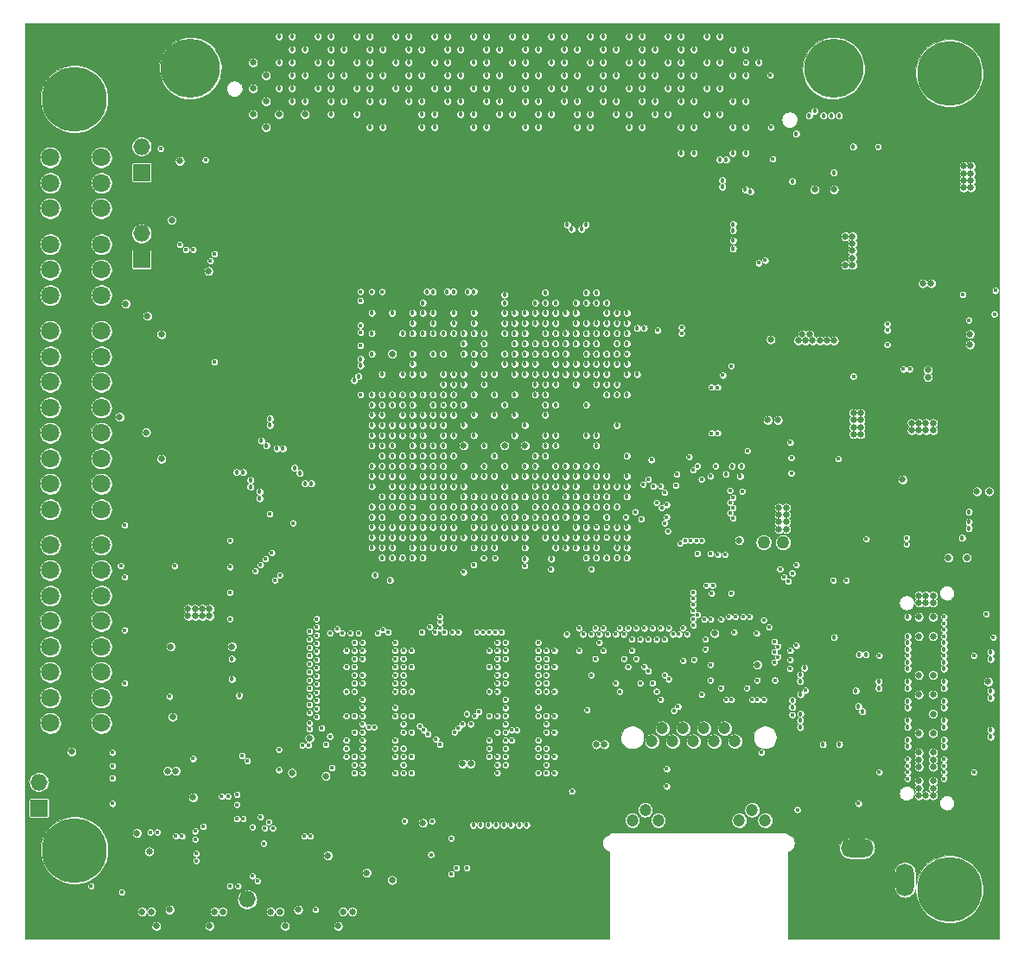
<source format=gbr>
G04 #@! TF.FileFunction,Copper,L4,Inr,Mixed*
%FSLAX46Y46*%
G04 Gerber Fmt 4.6, Leading zero omitted, Abs format (unit mm)*
G04 Created by KiCad (PCBNEW (2016-08-02 BZR 7002)-product) date Tue Oct 11 11:13:20 2016*
%MOMM*%
%LPD*%
G01*
G04 APERTURE LIST*
%ADD10C,0.101600*%
%ADD11R,1.600000X1.600000*%
%ADD12C,1.200000*%
%ADD13O,1.200000X1.800000*%
%ADD14C,6.350000*%
%ADD15O,3.200000X1.800000*%
%ADD16O,1.800000X3.200000*%
%ADD17C,1.778000*%
%ADD18R,1.651000X1.651000*%
%ADD19O,1.651000X1.651000*%
%ADD20R,0.750000X0.900000*%
%ADD21R,1.080000X0.780000*%
%ADD22R,1.287500X1.287500*%
%ADD23R,1.000000X1.250000*%
%ADD24R,1.250000X1.250000*%
%ADD25R,1.000000X1.000000*%
%ADD26R,1.500000X1.500000*%
%ADD27R,0.800000X0.800000*%
%ADD28C,5.800000*%
%ADD29C,1.800000*%
%ADD30C,0.635000*%
%ADD31C,0.406400*%
%ADD32C,0.457200*%
%ADD33C,1.270000*%
G04 APERTURE END LIST*
D10*
D11*
X95400000Y-78700000D03*
X97000000Y-78700000D03*
X95400000Y-77100000D03*
X97000000Y-77100000D03*
D12*
X91661000Y-100596000D03*
X93693000Y-100596000D03*
X95725000Y-100596000D03*
X97757000Y-100596000D03*
X99789000Y-100596000D03*
X92677000Y-99326000D03*
X94709000Y-99326000D03*
X96741000Y-99326000D03*
X98773000Y-99326000D03*
X100805000Y-99326000D03*
X89723000Y-108346000D03*
X90993000Y-107326000D03*
X92263000Y-108346000D03*
X100203000Y-108346000D03*
X101473000Y-107326000D03*
X102743000Y-108346000D03*
D13*
X86148000Y-116156000D03*
X106318000Y-116156000D03*
D14*
X35080000Y-37620000D03*
X120810000Y-35080000D03*
X35080000Y-111280000D03*
X120810000Y-115090000D03*
D15*
X111759000Y-117073000D03*
X111759000Y-111073000D03*
D16*
X116459000Y-114173000D03*
D17*
X67500000Y-112700000D03*
X82000000Y-112700000D03*
X82600000Y-117650000D03*
X66900000Y-117650000D03*
D18*
X31600000Y-107140000D03*
D19*
X31600000Y-104600000D03*
X31600000Y-102060000D03*
D18*
X52000000Y-118640000D03*
D19*
X52000000Y-116100000D03*
D18*
X41656000Y-44831000D03*
D19*
X41656000Y-42291000D03*
D18*
X41656000Y-53340000D03*
D19*
X41656000Y-50800000D03*
D20*
X57925000Y-102700000D03*
X58675000Y-102700000D03*
D21*
X120580000Y-79937000D03*
X119500000Y-79937000D03*
X118420000Y-79937000D03*
X120580000Y-79157000D03*
X120580000Y-78377000D03*
X120580000Y-77597000D03*
X120580000Y-76817000D03*
X120580000Y-76037000D03*
X120580000Y-75257000D03*
X119500000Y-75257000D03*
X119500000Y-76037000D03*
X119500000Y-76817000D03*
X119500000Y-77597000D03*
X119500000Y-78377000D03*
X119500000Y-79157000D03*
X118420000Y-79157000D03*
X118420000Y-78377000D03*
X118420000Y-77597000D03*
X118420000Y-76817000D03*
X118420000Y-76037000D03*
X118420000Y-75257000D03*
D22*
X120631250Y-61931250D03*
X119343750Y-61931250D03*
X118056250Y-61931250D03*
X116768750Y-61931250D03*
X120631250Y-60643750D03*
X119343750Y-60643750D03*
X118056250Y-60643750D03*
X116768750Y-60643750D03*
X120631250Y-59356250D03*
X119343750Y-59356250D03*
X118056250Y-59356250D03*
X116768750Y-59356250D03*
X120631250Y-58068750D03*
X119343750Y-58068750D03*
X118056250Y-58068750D03*
X116768750Y-58068750D03*
D23*
X109720000Y-97506000D03*
X109720000Y-96256000D03*
X109720000Y-98756000D03*
X108720000Y-98756000D03*
X108720000Y-97506000D03*
X108720000Y-96256000D03*
X108720000Y-95006000D03*
X108720000Y-93756000D03*
X108720000Y-92506000D03*
X109720000Y-92506000D03*
X109720000Y-93756000D03*
X109720000Y-95006000D03*
D24*
X49050000Y-110250000D03*
X49050000Y-112750000D03*
X51550000Y-110250000D03*
X50300000Y-112750000D03*
X49050000Y-111500000D03*
X50300000Y-111500000D03*
X51550000Y-111500000D03*
X50300000Y-110250000D03*
X51550000Y-112750000D03*
D25*
X98300000Y-66700000D03*
X98300000Y-67700000D03*
X97300000Y-67700000D03*
X97300000Y-66700000D03*
X98300000Y-71200000D03*
X98300000Y-72200000D03*
X97300000Y-72200000D03*
X97300000Y-71200000D03*
X106300000Y-73500000D03*
X107300000Y-73500000D03*
X107300000Y-74500000D03*
X106300000Y-74500000D03*
D11*
X108800000Y-81800000D03*
X110400000Y-81800000D03*
X110400000Y-83400000D03*
X108800000Y-83400000D03*
X107200000Y-83400000D03*
X107200000Y-81800000D03*
X107200000Y-80200000D03*
X108800000Y-80200000D03*
X110400000Y-80200000D03*
D26*
X98945000Y-93333000D03*
X98945000Y-91833000D03*
X100445000Y-91833000D03*
X100445000Y-93333000D03*
D27*
X109385000Y-42837000D03*
X108585000Y-42837000D03*
X107785000Y-42837000D03*
X107785000Y-42037000D03*
X108585000Y-42037000D03*
X109385000Y-42037000D03*
X109385000Y-41237000D03*
X108585000Y-41237000D03*
X107785000Y-41237000D03*
D28*
X46454300Y-34616700D03*
X109455700Y-34616700D03*
D29*
X32719000Y-67865000D03*
X32719000Y-65365000D03*
X32719000Y-62865000D03*
X32719000Y-60365000D03*
X32719000Y-70365000D03*
X32719000Y-72865000D03*
X32719000Y-75365000D03*
X32719000Y-77865000D03*
X37719000Y-60365000D03*
X37719000Y-62865000D03*
X37719000Y-65365000D03*
X37719000Y-67865000D03*
X37719000Y-70365000D03*
X37719000Y-72865000D03*
X37719000Y-75365000D03*
X37719000Y-77865000D03*
X32719000Y-88820000D03*
X32719000Y-86320000D03*
X32719000Y-83820000D03*
X32719000Y-81320000D03*
X32719000Y-91320000D03*
X32719000Y-93820000D03*
X32719000Y-96320000D03*
X32719000Y-98820000D03*
X37719000Y-81320000D03*
X37719000Y-83820000D03*
X37719000Y-86320000D03*
X37719000Y-88820000D03*
X37719000Y-91320000D03*
X37719000Y-93820000D03*
X37719000Y-96320000D03*
X37719000Y-98820000D03*
X32719000Y-56856000D03*
X32719000Y-54356000D03*
X32719000Y-51856000D03*
X37719000Y-51856000D03*
X37719000Y-54356000D03*
X37719000Y-56856000D03*
X32719000Y-48347000D03*
X32719000Y-45847000D03*
X32719000Y-43347000D03*
X37719000Y-43347000D03*
X37719000Y-45847000D03*
X37719000Y-48347000D03*
D30*
X44700000Y-90200000D03*
D31*
X64500000Y-104200000D03*
X99900000Y-81600004D03*
X113500000Y-83400000D03*
X101300002Y-90000000D03*
X48800000Y-52000000D03*
D30*
X119400000Y-41800000D03*
X119400000Y-42500000D03*
X112500000Y-48100000D03*
X112500000Y-49300000D03*
D31*
X112100000Y-66200000D03*
D30*
X112300000Y-57500000D03*
X113600000Y-56500000D03*
X124700000Y-72400000D03*
X124700000Y-73100000D03*
X123500000Y-73100000D03*
X123500000Y-72400000D03*
X112200000Y-59800000D03*
D31*
X112400000Y-62400000D03*
X114400000Y-64800000D03*
X114400000Y-63200000D03*
D30*
X108000000Y-68800000D03*
X105300000Y-66800000D03*
X108000000Y-66800000D03*
D31*
X124800000Y-52800000D03*
X125200000Y-67200000D03*
X125200000Y-57900000D03*
X125200000Y-57200000D03*
X125200000Y-55600000D03*
X125200000Y-65100000D03*
X125200000Y-63300000D03*
D30*
X125300000Y-62500000D03*
X125300000Y-59500000D03*
D31*
X107315000Y-105029000D03*
D30*
X36000000Y-47500000D03*
X36000000Y-56000000D03*
D31*
X43600000Y-41200000D03*
X125349000Y-93599000D03*
X120269000Y-94107000D03*
X123189079Y-94107556D03*
X120269000Y-96012000D03*
X123190000Y-96012000D03*
X123190000Y-97917000D03*
X120269000Y-97917000D03*
X123190000Y-99822000D03*
X120269000Y-99822000D03*
X123190000Y-101727000D03*
X120269000Y-101727000D03*
X116713000Y-101727000D03*
X113919000Y-101727000D03*
X116713000Y-99822000D03*
X113919000Y-99822000D03*
D30*
X117221000Y-97917000D03*
D32*
X116713000Y-96012000D03*
X113919000Y-96012000D03*
X116713000Y-94107000D03*
X113919000Y-94107000D03*
D31*
X125100000Y-89800000D03*
D30*
X45000000Y-94700000D03*
X50500000Y-93600000D03*
D31*
X72800000Y-110100000D03*
D30*
X68199984Y-108600000D03*
D31*
X70699998Y-108400000D03*
X71500000Y-113000000D03*
X36700000Y-118500000D03*
X39100000Y-118500000D03*
D30*
X34800000Y-106700000D03*
X34800000Y-104200000D03*
X34800000Y-102900000D03*
X51300000Y-97900000D03*
D31*
X57100000Y-113100000D03*
X38800000Y-110600000D03*
D30*
X43100000Y-110700000D03*
X39000000Y-113900000D03*
X43100000Y-113700000D03*
D31*
X40300000Y-109000000D03*
X49734776Y-102126117D03*
D30*
X44200000Y-100100000D03*
X45000000Y-100100000D03*
X56300000Y-111500000D03*
X47000000Y-117100000D03*
X50300000Y-79500000D03*
D31*
X43500000Y-85200000D03*
X45900000Y-86000000D03*
X48700000Y-81500000D03*
X42000000Y-82000000D03*
X46000000Y-81500000D03*
X44900000Y-67600000D03*
X44900000Y-79400000D03*
X48700000Y-55200002D03*
X48800000Y-62600000D03*
D30*
X43400006Y-55200000D03*
X46600000Y-43700000D03*
D32*
X94400000Y-72700000D03*
D31*
X109400000Y-102100000D03*
X103700000Y-101400000D03*
X103900000Y-107300000D03*
X99100000Y-105000000D03*
X106300000Y-100100000D03*
D30*
X123200000Y-40400000D03*
X115000000Y-40400000D03*
X123200000Y-52000000D03*
X115000000Y-52000000D03*
X119500000Y-48500000D03*
X113700000Y-106700000D03*
X106200000Y-50100000D03*
X107200000Y-50100000D03*
X105300000Y-68800000D03*
X73900000Y-104000000D03*
X73100000Y-104000000D03*
D31*
X72300000Y-101100000D03*
X87000000Y-97500000D03*
X86200000Y-97500000D03*
D30*
X86200000Y-102100000D03*
X87000000Y-102100000D03*
D31*
X60600000Y-101700000D03*
X55100000Y-95200000D03*
X55100000Y-90000000D03*
X55100000Y-98400000D03*
X59300000Y-100100000D03*
D30*
X55900000Y-114100000D03*
X54600000Y-114100000D03*
D31*
X64500000Y-115000000D03*
D30*
X62100000Y-113500000D03*
X59600000Y-117100000D03*
D32*
X93000000Y-72700000D03*
X93700000Y-72700000D03*
D30*
X105800000Y-90400000D03*
X108500000Y-87800000D03*
X109400000Y-87800000D03*
X112100000Y-90400000D03*
X113100000Y-87800000D03*
D31*
X93800000Y-80700000D03*
X52400000Y-77300000D03*
D32*
X75200000Y-66600000D03*
X79200000Y-77600000D03*
X73200000Y-74600000D03*
D30*
X74200000Y-73600000D03*
X74200000Y-71600000D03*
D32*
X65200000Y-62600000D03*
X66200000Y-61600000D03*
D31*
X62500000Y-98900000D03*
D30*
X78200000Y-73600000D03*
D32*
X77200000Y-74600000D03*
D30*
X78200000Y-71600000D03*
D32*
X71200000Y-61600000D03*
X75200000Y-69600000D03*
X88200000Y-72600000D03*
X76200000Y-69600000D03*
X78200000Y-69600000D03*
X77200000Y-70600000D03*
X80200000Y-71600000D03*
D31*
X106300004Y-77900000D03*
D32*
X79000000Y-110400000D03*
X77500000Y-110400000D03*
X76000000Y-110400000D03*
X74500000Y-110400000D03*
D31*
X100200000Y-77900000D03*
X112300000Y-84200000D03*
X93300000Y-95100000D03*
X104267000Y-93472000D03*
X94742000Y-96266000D03*
X102616000Y-97790000D03*
X95631000Y-96520000D03*
X98425000Y-86106000D03*
D32*
X66200000Y-78600000D03*
X64200000Y-82600000D03*
X67200000Y-81600000D03*
X82200000Y-76600000D03*
X89200000Y-77600000D03*
X86200000Y-78600000D03*
X87200000Y-81600000D03*
X72200000Y-76600000D03*
D31*
X87600006Y-91700000D03*
X70200000Y-80600000D03*
D32*
X73200000Y-79600000D03*
X76200000Y-78600000D03*
X74200000Y-82600000D03*
X77200000Y-81600000D03*
X83200000Y-79600000D03*
X80200000Y-80600000D03*
X83700000Y-82700000D03*
D31*
X75700000Y-97300000D03*
X82100000Y-90900000D03*
X82100000Y-92500000D03*
X82100000Y-94100000D03*
X75700000Y-90900000D03*
X75700000Y-92500000D03*
X75700000Y-94100000D03*
X81300000Y-97300000D03*
X82100000Y-98900000D03*
X82100000Y-100500000D03*
X81300000Y-100500000D03*
X82100000Y-101300000D03*
X80500000Y-102900000D03*
X82100000Y-102900000D03*
X75700000Y-103700000D03*
X75700000Y-102900000D03*
X76500000Y-101300000D03*
X76500000Y-100500000D03*
X75700000Y-99700000D03*
X76500000Y-98900000D03*
X75700000Y-98900000D03*
X61700000Y-97300000D03*
X68100000Y-90900000D03*
X68100000Y-92500000D03*
X68100000Y-94100000D03*
X67300000Y-97300000D03*
X66500000Y-102900000D03*
X68100000Y-101300000D03*
X67300000Y-100500000D03*
X68100000Y-100500000D03*
X68100000Y-98900000D03*
X68100000Y-102900000D03*
X61700000Y-90900000D03*
X61700000Y-92500000D03*
X61700000Y-94100000D03*
X61700000Y-98900000D03*
X61700000Y-99700000D03*
X61700000Y-103700000D03*
X61700000Y-102900000D03*
X62500000Y-100500000D03*
X62500000Y-101300000D03*
D32*
X60198000Y-41656000D03*
X76200000Y-75600000D03*
X85200000Y-75600000D03*
X88200000Y-74600000D03*
X72200000Y-73600000D03*
X76200000Y-73600000D03*
X81200000Y-73600000D03*
X84200000Y-72600000D03*
X77200000Y-72600000D03*
X73200000Y-72600000D03*
X72200000Y-71600000D03*
X76200000Y-71600000D03*
X73200000Y-70600000D03*
X72200000Y-69600000D03*
X74200000Y-69600000D03*
X83200000Y-69600000D03*
X86200000Y-68600000D03*
X79200000Y-68600000D03*
X77200000Y-68600000D03*
X75200000Y-68600000D03*
X73200000Y-68600000D03*
X78200000Y-67600000D03*
X74200000Y-67600000D03*
X67200000Y-59600000D03*
X69200000Y-59600000D03*
X71200000Y-59600000D03*
X65200000Y-59600000D03*
X64200000Y-57600000D03*
X66200000Y-57600000D03*
X68200000Y-57600000D03*
X70200000Y-57600000D03*
X72200000Y-57600000D03*
X89200000Y-67600000D03*
X73200000Y-59600000D03*
X75200000Y-59600000D03*
X74200000Y-57600000D03*
X76199718Y-57600000D03*
X76200000Y-58600000D03*
X76199718Y-59600000D03*
X76199718Y-60600000D03*
X76200000Y-61600000D03*
X74200000Y-61600000D03*
X70200000Y-61600000D03*
X68200000Y-61600000D03*
X64200000Y-61600000D03*
X70200000Y-64600000D03*
X67200000Y-63600000D03*
X69200000Y-63600000D03*
X70200000Y-63600000D03*
X71200000Y-63600000D03*
X72200000Y-63600000D03*
X73200000Y-63600000D03*
X75200000Y-63600000D03*
X73200000Y-66600000D03*
X76200000Y-65600000D03*
X82200000Y-66600000D03*
X77200000Y-66600000D03*
X79200000Y-66600000D03*
X78200000Y-65600000D03*
X85200000Y-65600000D03*
X76200000Y-63600000D03*
X76200000Y-62600000D03*
X81200000Y-63600000D03*
X88200000Y-64600000D03*
X87200000Y-61600000D03*
X84200000Y-62600000D03*
X77200000Y-61600000D03*
X80200000Y-60600000D03*
X83200000Y-59600000D03*
X86200000Y-58600000D03*
X89200000Y-57600000D03*
X79200000Y-57600000D03*
X70200000Y-65600000D03*
X69200000Y-65600000D03*
X68200000Y-65600000D03*
X67200000Y-65600000D03*
X66200000Y-65600000D03*
X65200000Y-65600000D03*
X64200000Y-65600000D03*
X68200000Y-74600000D03*
X69200000Y-77600000D03*
X65200000Y-75600000D03*
X70200000Y-70600000D03*
X64200000Y-72600000D03*
X67200000Y-71600000D03*
X69200000Y-67600000D03*
X66200000Y-68600000D03*
X98298000Y-40386000D03*
X86868000Y-42926000D03*
X88138000Y-42926000D03*
X61468000Y-42926000D03*
X93218000Y-32766000D03*
X53848000Y-31496000D03*
X57658000Y-31496000D03*
X61468000Y-31496000D03*
X65278000Y-31496000D03*
X69088000Y-31496000D03*
X72898000Y-31496000D03*
X76708000Y-31496000D03*
X80518000Y-31496000D03*
X84328000Y-31496000D03*
X88138000Y-31496000D03*
X91948000Y-31496000D03*
X95758000Y-31496000D03*
X52578000Y-42926000D03*
X56388000Y-42926000D03*
X57658000Y-42926000D03*
X62738000Y-42926000D03*
X66548000Y-42926000D03*
X67818000Y-42926000D03*
X71628000Y-42926000D03*
X72898000Y-42926000D03*
X76708000Y-42926000D03*
X77978000Y-42926000D03*
X83058000Y-42926000D03*
X91948000Y-42926000D03*
X93218000Y-42926000D03*
X97028000Y-42926000D03*
X98298000Y-42926000D03*
X102108000Y-42926000D03*
X100838000Y-41656000D03*
X99568000Y-41656000D03*
X95758000Y-41656000D03*
X94488000Y-41656000D03*
X90678000Y-41656000D03*
X89408000Y-41656000D03*
X85598000Y-41656000D03*
X84328000Y-41656000D03*
X80518000Y-41656000D03*
X79248000Y-41656000D03*
X75438000Y-41656000D03*
X74168000Y-41656000D03*
X70358000Y-41656000D03*
X69088000Y-41656000D03*
X65278000Y-41656000D03*
X64008000Y-41656000D03*
X58928000Y-41656000D03*
X55118000Y-41656000D03*
X53848000Y-41656000D03*
X52578000Y-40386000D03*
X55118000Y-40386000D03*
X57658000Y-40386000D03*
X60198000Y-40386000D03*
X61468000Y-40386000D03*
X62738000Y-40386000D03*
X66548000Y-40386000D03*
X67818000Y-40386000D03*
X71628000Y-40386000D03*
X72898000Y-40386000D03*
X76708000Y-40386000D03*
X77978000Y-40386000D03*
X81788000Y-40386000D03*
X83058000Y-40386000D03*
X86868000Y-40386000D03*
X88138000Y-40386000D03*
X91948000Y-40386000D03*
X93218000Y-40386000D03*
X97028000Y-40386000D03*
X102108000Y-40386000D03*
X100838000Y-39116000D03*
X99568000Y-39116000D03*
X95758000Y-39116000D03*
X94488000Y-39116000D03*
X90678000Y-39116000D03*
X86868000Y-39116000D03*
X83058000Y-39116000D03*
X79248000Y-39116000D03*
X75438000Y-39116000D03*
X71628000Y-39116000D03*
X67818000Y-39116000D03*
X58928000Y-39116000D03*
X56388000Y-39116000D03*
X53848000Y-39116000D03*
X52578000Y-37846000D03*
X55118000Y-37846000D03*
X58928000Y-37846000D03*
X62738000Y-37846000D03*
X66548000Y-37846000D03*
X70358000Y-37846000D03*
X74168000Y-37846000D03*
X77978000Y-37846000D03*
X81788000Y-37846000D03*
X85598000Y-37846000D03*
X89408000Y-37846000D03*
X93218000Y-37846000D03*
X97028000Y-37846000D03*
X98298000Y-37846000D03*
X102108000Y-37846000D03*
X100838000Y-36576000D03*
X99568000Y-36576000D03*
X95758000Y-36576000D03*
X84328000Y-36576000D03*
X80518000Y-36576000D03*
X76708000Y-36576000D03*
X72898000Y-36576000D03*
X69088000Y-36576000D03*
X65278000Y-36576000D03*
X61468000Y-36576000D03*
X57658000Y-36576000D03*
X53848000Y-36576000D03*
X52578000Y-35306000D03*
X55118000Y-35306000D03*
X58928000Y-35306000D03*
X62738000Y-35306000D03*
X66548000Y-35306000D03*
X70358000Y-35306000D03*
X74168000Y-35306000D03*
X77978000Y-35306000D03*
X81788000Y-35306000D03*
X85598000Y-35306000D03*
X89408000Y-35306000D03*
X93218000Y-35306000D03*
X88138000Y-36576000D03*
X91948000Y-36576000D03*
X97028000Y-35306000D03*
X98298000Y-35306000D03*
X102108000Y-35306000D03*
X99568000Y-34036000D03*
X95758000Y-34036000D03*
X91948000Y-34036000D03*
X88138000Y-34036000D03*
X84328000Y-34036000D03*
X80518000Y-34036000D03*
X76708000Y-34036000D03*
X72898000Y-34036000D03*
X69088000Y-34036000D03*
X65278000Y-34036000D03*
X61468000Y-34036000D03*
X57658000Y-34036000D03*
X53848000Y-34036000D03*
X52578000Y-32766000D03*
X55118000Y-32766000D03*
X58928000Y-32766000D03*
X62738000Y-32766000D03*
X66548000Y-32766000D03*
X70358000Y-32766000D03*
X74168000Y-32766000D03*
X77978000Y-32766000D03*
X81788000Y-32766000D03*
X85598000Y-32766000D03*
X89408000Y-32766000D03*
X97028000Y-32766000D03*
X98298000Y-32766000D03*
X102108000Y-32766000D03*
X100838000Y-31496000D03*
X99568000Y-31496000D03*
X77200000Y-69600000D03*
D30*
X44600000Y-49500000D03*
X42400000Y-111400000D03*
X112100000Y-68400000D03*
X111400000Y-68400000D03*
X112100000Y-70500000D03*
X112100000Y-69800000D03*
X112100000Y-69100000D03*
X111400000Y-70500000D03*
X111400000Y-69800000D03*
X111400000Y-69100000D03*
D31*
X122100000Y-56800000D03*
D30*
X73900000Y-102800000D03*
X73100000Y-102800000D03*
X86200000Y-100900000D03*
X87000000Y-100900000D03*
D31*
X57400000Y-101000000D03*
D32*
X74200000Y-77600000D03*
X77200000Y-76600000D03*
D31*
X71200000Y-78600000D03*
D32*
X75200000Y-80600000D03*
X81200000Y-78600000D03*
X78200000Y-79600000D03*
X72200000Y-81600000D03*
X79200000Y-82700000D03*
X82200000Y-81600000D03*
D31*
X76500000Y-95700000D03*
X82100000Y-91700000D03*
X82100000Y-93300000D03*
X81300000Y-95700000D03*
X75700000Y-91700000D03*
X75700000Y-93300000D03*
X81300000Y-98100000D03*
X82100000Y-99700000D03*
X81300000Y-101300000D03*
X82100000Y-102100000D03*
X81300000Y-102900000D03*
X82100000Y-103700000D03*
X76500000Y-103700000D03*
X75700000Y-102100000D03*
X75700000Y-101300000D03*
X75700000Y-100500000D03*
X77300000Y-98900000D03*
X75700000Y-98100000D03*
X62500000Y-95700000D03*
X68100000Y-91700000D03*
X68100000Y-93300000D03*
X67300000Y-95700000D03*
X67300000Y-101300000D03*
X68100000Y-99700000D03*
X67300000Y-98100000D03*
X67300000Y-102900000D03*
X68100000Y-102100000D03*
X68100000Y-103700000D03*
X61700000Y-91700000D03*
X61700000Y-93300000D03*
X63300000Y-98900000D03*
X62500000Y-103700000D03*
X61700000Y-102100000D03*
X61700000Y-98100000D03*
X61700000Y-101300000D03*
X61700000Y-100500000D03*
D30*
X58100000Y-100300000D03*
D31*
X60300000Y-103200000D03*
X76500000Y-94100000D03*
X82100000Y-98100000D03*
X68100000Y-98100000D03*
X62500000Y-94100000D03*
D32*
X78200000Y-77600000D03*
X80200000Y-77600000D03*
D30*
X124700000Y-76100000D03*
X123500000Y-76100000D03*
X122500000Y-82600000D03*
X120700000Y-82600000D03*
X119200004Y-105900004D03*
X119200000Y-105200000D03*
X119200000Y-104500000D03*
X119200004Y-103100000D03*
X119200000Y-102400000D03*
X119200000Y-101700000D03*
X119200002Y-99800000D03*
X119200000Y-97900000D03*
X119200000Y-96000000D03*
X119200000Y-94100000D03*
X119200000Y-90300000D03*
X119199996Y-88400000D03*
X119200000Y-87000000D03*
X119200000Y-86300000D03*
X118500000Y-86300000D03*
X117800000Y-86300000D03*
X118500000Y-87000000D03*
X117800000Y-87000000D03*
X118500000Y-105900018D03*
X117800000Y-105900000D03*
X117800000Y-105200000D03*
X117800000Y-104500000D03*
X117800000Y-103100000D03*
X117800000Y-102400000D03*
X117800000Y-101700000D03*
X117800000Y-99800000D03*
X117800000Y-88400000D03*
X117800000Y-90300000D03*
X117800000Y-94100000D03*
X117800000Y-96000000D03*
X118700000Y-64900000D03*
X118700000Y-64200000D03*
X119000000Y-55700000D03*
X118200000Y-55700000D03*
X122800004Y-61700000D03*
X124587000Y-94742006D03*
D31*
X72000000Y-110100000D03*
D30*
X69200004Y-108600000D03*
X44200000Y-103500000D03*
X45000000Y-103500000D03*
D31*
X93100000Y-103300000D03*
D30*
X66200000Y-114200000D03*
D31*
X116586000Y-81280000D03*
D32*
X122700000Y-78100000D03*
D30*
X59700000Y-104000000D03*
X100200000Y-80900000D03*
X122900000Y-46300000D03*
X122900000Y-45600000D03*
X122900000Y-44900000D03*
X122900000Y-44200000D03*
X122200000Y-44200000D03*
X122200000Y-44900000D03*
X122200000Y-45600000D03*
X122200000Y-46300000D03*
D31*
X98600000Y-64700000D03*
X112649000Y-80772000D03*
X124400000Y-88100000D03*
D30*
X46700000Y-106100000D03*
X44500000Y-91300000D03*
X44700000Y-98200000D03*
X48200000Y-54500000D03*
X34800000Y-101600000D03*
X41200000Y-109600000D03*
D31*
X53600000Y-110600000D03*
X44900000Y-83408802D03*
X39600000Y-83400000D03*
D30*
X45400000Y-43700000D03*
D31*
X105900000Y-107300000D03*
X103649802Y-92837000D03*
D32*
X109500000Y-90392800D03*
X106600000Y-93400000D03*
X106200000Y-96000000D03*
X106200000Y-97900000D03*
X108400000Y-100900000D03*
X110000000Y-100900000D03*
D31*
X98100000Y-65895182D03*
X98100000Y-70395180D03*
X50300000Y-114800000D03*
X58000000Y-101000000D03*
D30*
X56400000Y-103700000D03*
D31*
X92200000Y-60300000D03*
X105300000Y-72800000D03*
X96500000Y-80900000D03*
X96000000Y-80900000D03*
X110700000Y-84800000D03*
X94700000Y-92700000D03*
D32*
X109474000Y-44831000D03*
X111378996Y-42291000D03*
X89200000Y-82600000D03*
X88200000Y-79600000D03*
X85200000Y-80600000D03*
X72200000Y-70600000D03*
X72200000Y-68600000D03*
X111633000Y-95631000D03*
X73200000Y-64600000D03*
X72200000Y-64600000D03*
X71200000Y-64600000D03*
X74200000Y-63600000D03*
X62738000Y-39116000D03*
D30*
X57658000Y-39116000D03*
X55118000Y-39116000D03*
X53848000Y-40386000D03*
X52578000Y-39116000D03*
X116205000Y-74930000D03*
X103300000Y-61200000D03*
X103000000Y-69100000D03*
X104000000Y-69100000D03*
D33*
X104500000Y-81100000D03*
X102600000Y-81100002D03*
D30*
X104800000Y-77700000D03*
X104800000Y-78400000D03*
X104800000Y-79100000D03*
X104817400Y-79800000D03*
X104100000Y-79800000D03*
X104100000Y-79100000D03*
X104100000Y-78400000D03*
X104100000Y-77700000D03*
X73200000Y-71600000D03*
X66200000Y-62600000D03*
X79200000Y-71600000D03*
X77200000Y-71600000D03*
D32*
X76200000Y-68600000D03*
X79200000Y-73600000D03*
X80200000Y-66600000D03*
X76200000Y-74600000D03*
X74200000Y-74600000D03*
X73200000Y-73600000D03*
X75200000Y-73600000D03*
X77200000Y-73600000D03*
X76200000Y-72600000D03*
X72200000Y-72600000D03*
X75200000Y-71600000D03*
X74200000Y-70600000D03*
X73200000Y-69600000D03*
X79200000Y-69600000D03*
X78200000Y-68600000D03*
X74200000Y-68600000D03*
X77200000Y-67600000D03*
X73200000Y-67600000D03*
X69200000Y-60600000D03*
X73200000Y-60600000D03*
X75200000Y-60600000D03*
X68200000Y-62600000D03*
X70200000Y-62600000D03*
X74200000Y-62600000D03*
X69200000Y-64600000D03*
X65200000Y-64600000D03*
X67200000Y-64600000D03*
D31*
X96900000Y-90600000D03*
X97400000Y-94600000D03*
X101900000Y-90000000D03*
X99700000Y-89900000D03*
D30*
X117100000Y-69400000D03*
X117800000Y-69400000D03*
X118500000Y-69400000D03*
X117100000Y-70100000D03*
X117800000Y-70100000D03*
X118500000Y-70100000D03*
X119200000Y-69400000D03*
X119200000Y-70100000D03*
D32*
X64200000Y-60600000D03*
D30*
X101981000Y-93091000D03*
D31*
X101981000Y-94615000D03*
D32*
X64200000Y-58600000D03*
X71200000Y-60600000D03*
X67200000Y-60600000D03*
X70200000Y-58600000D03*
X68200000Y-58600000D03*
X66200000Y-58600000D03*
X72200000Y-58600000D03*
X74200000Y-58600000D03*
X64200000Y-62600000D03*
X68200000Y-63600000D03*
D31*
X105400000Y-98000000D03*
X105300000Y-74300000D03*
X101000000Y-72100000D03*
D30*
X110600000Y-51100000D03*
X111300000Y-51100000D03*
X111300000Y-51800000D03*
X111300000Y-52500000D03*
X111300000Y-53200000D03*
X111300000Y-53900000D03*
X110600000Y-53900000D03*
D31*
X116900000Y-64100000D03*
D32*
X75200000Y-74600000D03*
X79200000Y-74600000D03*
X75200000Y-65600000D03*
X76200000Y-64600000D03*
X71200000Y-62600000D03*
D31*
X99400000Y-86100000D03*
X100500006Y-76100000D03*
X99300000Y-78200000D03*
X99300000Y-76000000D03*
X99300000Y-77200000D03*
X94000000Y-75500000D03*
X93100000Y-77400000D03*
X93100000Y-78600000D03*
D30*
X97790000Y-89997898D03*
D32*
X107600000Y-38800000D03*
X87200000Y-76600000D03*
X84200000Y-77600000D03*
X73200000Y-75600000D03*
X77200000Y-75600000D03*
X83200000Y-74600000D03*
X80200000Y-74600000D03*
X86200000Y-73600000D03*
X72200000Y-66600000D03*
X73200000Y-65600000D03*
X74200000Y-66600000D03*
X76200000Y-66600000D03*
X78200000Y-66600000D03*
X78200000Y-70600000D03*
D31*
X55100000Y-103400000D03*
D30*
X48300000Y-87600000D03*
X47600000Y-87600000D03*
X46900000Y-87600000D03*
X46200000Y-87600000D03*
X46200000Y-88300000D03*
X48300000Y-88300000D03*
X47600000Y-88300000D03*
X46900000Y-88300000D03*
X50500000Y-91300000D03*
D32*
X65200000Y-80600000D03*
X68200000Y-79600000D03*
X69200000Y-82600000D03*
X70200000Y-75600000D03*
X64200000Y-77600000D03*
X67200000Y-76600000D03*
X69200000Y-72600000D03*
X66200000Y-73600000D03*
X65200000Y-70600000D03*
X68200000Y-69600000D03*
X67200000Y-66600000D03*
X64200000Y-67600000D03*
D30*
X53848000Y-35306000D03*
X53848000Y-37846000D03*
X52578000Y-36576000D03*
X52578000Y-34036000D03*
D31*
X125200000Y-58700000D03*
X114700000Y-61700000D03*
D30*
X122800000Y-60677697D03*
D32*
X69200000Y-58600000D03*
X105410000Y-97231200D03*
X69200000Y-57600000D03*
X105410000Y-96570800D03*
D30*
X44400000Y-117100000D03*
X107100000Y-60700000D03*
X106400000Y-60700000D03*
X109500004Y-61300000D03*
X108800000Y-61300000D03*
X108100000Y-61300000D03*
X107400000Y-61300000D03*
X106700000Y-61300000D03*
X106000002Y-61300000D03*
D31*
X97500000Y-65895188D03*
X97506444Y-70395183D03*
X89200000Y-62600000D03*
D32*
X85200000Y-67600000D03*
X89200000Y-72600000D03*
X82200000Y-71600000D03*
X85200000Y-70600000D03*
X88200000Y-69600000D03*
X81200000Y-68600000D03*
X87200000Y-66600000D03*
X80200000Y-65600000D03*
X83200000Y-64600000D03*
X79200000Y-62600000D03*
X86200000Y-63600000D03*
X82200000Y-61600000D03*
X85200000Y-60600000D03*
X81200000Y-58600000D03*
X88200000Y-59600000D03*
X84200000Y-57600000D03*
X78200000Y-59600000D03*
X82200000Y-74600000D03*
D30*
X57000000Y-117100000D03*
D31*
X96100000Y-82200000D03*
X96520000Y-96012000D03*
X102616000Y-96520000D03*
X98425000Y-95377000D03*
X100965000Y-95377000D03*
X97409000Y-93091000D03*
D32*
X98298000Y-43561000D03*
X97028000Y-39116000D03*
D31*
X94550000Y-60000000D03*
D32*
X75200000Y-61600000D03*
X98933000Y-43561000D03*
X98298000Y-39116000D03*
X75200000Y-62600000D03*
D31*
X94550000Y-60600000D03*
X68200000Y-77600000D03*
X73500000Y-113000000D03*
D32*
X64200000Y-75600000D03*
X102108000Y-34036000D03*
D31*
X114700000Y-60300000D03*
X105200000Y-71300000D03*
X98100000Y-82300000D03*
X72000000Y-113600000D03*
X43200000Y-109500000D03*
X51500000Y-102000000D03*
X51000000Y-108200000D03*
D32*
X88200000Y-81600000D03*
D31*
X114700000Y-59700000D03*
X109900000Y-72900000D03*
X98800000Y-82300000D03*
X72500000Y-113000002D03*
X42500000Y-109500000D03*
X52000000Y-102500000D03*
X51600000Y-108200000D03*
D32*
X89200000Y-79600000D03*
D31*
X99400000Y-63800000D03*
X89096756Y-78603244D03*
D32*
X60198000Y-39116000D03*
D31*
X103300000Y-40400000D03*
X99600000Y-78700000D03*
X90800000Y-75400000D03*
D32*
X85200000Y-82600000D03*
D31*
X97400000Y-82200000D03*
X58700000Y-117100000D03*
X95758000Y-92583006D03*
X97000000Y-85300000D03*
D32*
X85200000Y-79600000D03*
D30*
X49600000Y-117300000D03*
X48800000Y-117300000D03*
X48300000Y-118700000D03*
X43100000Y-118700000D03*
X41700000Y-117300000D03*
X42600000Y-117300000D03*
X63700000Y-113500000D03*
X55200000Y-117300000D03*
X54300000Y-117300000D03*
X55700000Y-118700000D03*
X60899986Y-118700000D03*
X61400000Y-117300000D03*
X62300000Y-117300000D03*
D31*
X116713000Y-104267000D03*
X123190000Y-103632000D03*
X120269000Y-103632000D03*
X113919000Y-103632000D03*
X116713000Y-103632000D03*
X116713000Y-102997000D03*
X116713000Y-102362000D03*
D32*
X120269000Y-101092000D03*
X116713000Y-101092000D03*
X120269000Y-100457000D03*
X116713000Y-100457000D03*
X112268000Y-97663000D03*
X111887000Y-97155000D03*
X120269000Y-97282000D03*
X116713000Y-97282000D03*
X120269000Y-96647000D03*
X116713000Y-96647000D03*
X113871798Y-95377000D03*
X113871776Y-94742000D03*
X120269000Y-93472000D03*
X116713000Y-93472000D03*
X120269000Y-92837000D03*
X116713000Y-92837000D03*
X112606278Y-92067004D03*
X111945878Y-92067004D03*
X116713000Y-90297000D03*
X116713000Y-88392000D03*
D31*
X120269000Y-102997000D03*
X120269000Y-104267000D03*
X120269000Y-102362000D03*
X120269000Y-90297000D03*
D32*
X120269000Y-90932000D03*
X116713000Y-90932000D03*
D31*
X105800000Y-91200000D03*
X102100000Y-53700000D03*
X120269000Y-89026998D03*
X100838000Y-34036000D03*
X91800000Y-75600000D03*
D32*
X65278000Y-40386000D03*
D31*
X86200000Y-79600000D03*
X120269000Y-88391992D03*
X105200000Y-91700000D03*
X102752255Y-53431700D03*
X120269000Y-89662015D03*
X103251000Y-35306000D03*
X92500000Y-75600000D03*
D32*
X64008000Y-40386000D03*
D31*
X87200000Y-80600000D03*
D32*
X120269000Y-98552000D03*
X116713000Y-98552000D03*
X124841000Y-99491800D03*
X124841000Y-100152200D03*
X120269000Y-99187000D03*
X116713000Y-99187000D03*
X124841000Y-96342200D03*
X120269000Y-94742000D03*
X116713000Y-94742000D03*
X120269000Y-95377000D03*
X116713000Y-95377000D03*
X124841000Y-95681800D03*
X124841000Y-92532200D03*
X124841000Y-91871800D03*
X120269000Y-91567000D03*
X116713000Y-91567000D03*
D31*
X70000000Y-111700000D03*
D32*
X68200000Y-82600000D03*
X79355600Y-108800000D03*
X74144400Y-108800000D03*
X69200000Y-79600000D03*
X74855600Y-108800000D03*
X69200000Y-78600000D03*
X68200000Y-80600000D03*
X75644400Y-108800000D03*
X69200000Y-80600000D03*
X76355600Y-108800000D03*
X68200000Y-81600000D03*
X77144400Y-108800000D03*
X69200000Y-81600000D03*
X77855600Y-108800000D03*
X67200000Y-82600000D03*
X78644400Y-108800000D03*
D31*
X125300000Y-56400000D03*
X122700000Y-59300000D03*
X93200000Y-80000000D03*
X87200000Y-79600000D03*
D32*
X99600000Y-49900000D03*
X100838000Y-42926000D03*
X71600000Y-56500000D03*
X72200000Y-60600000D03*
X100838000Y-37846000D03*
X87200000Y-64600000D03*
X99600000Y-50500000D03*
X72200000Y-56500000D03*
X72200000Y-59600000D03*
X99568000Y-42926000D03*
X99568000Y-37846000D03*
X87200000Y-63600000D03*
X86200000Y-62600000D03*
X98298000Y-36576000D03*
X87200000Y-62600000D03*
X97028000Y-36576000D03*
X99600000Y-51500000D03*
X73600000Y-56500000D03*
X74200000Y-60600000D03*
X95758000Y-40386000D03*
X100800000Y-46500000D03*
X95758000Y-42926000D03*
X69600000Y-56500000D03*
X70200000Y-60600000D03*
X95758000Y-37846000D03*
X81200000Y-67600000D03*
X62900000Y-64800000D03*
X67200000Y-68600000D03*
X95758000Y-35306000D03*
X95758000Y-32766000D03*
X83200000Y-60600000D03*
X99600000Y-52300000D03*
X74200000Y-56500000D03*
X74200000Y-59600000D03*
X94488000Y-40386000D03*
X101318835Y-46707534D03*
X94488000Y-42926000D03*
X70200000Y-56500000D03*
X70200000Y-59600000D03*
X94488000Y-37846000D03*
X82200000Y-67600000D03*
X94488000Y-36576000D03*
X85200000Y-57600000D03*
X62500000Y-65200000D03*
X66200000Y-67600000D03*
X94488000Y-35306000D03*
X94488000Y-34036000D03*
X70200000Y-66600000D03*
X94488000Y-32766000D03*
X84200000Y-60600000D03*
X94488000Y-31496000D03*
X83200000Y-58600000D03*
X63098350Y-63119000D03*
X67200000Y-69600000D03*
X93218000Y-39116000D03*
X93218000Y-36576000D03*
X85200000Y-56600000D03*
X93218000Y-34036000D03*
X69200000Y-66600000D03*
X93218000Y-31496000D03*
X84200000Y-58600000D03*
X63098350Y-63754000D03*
X66200000Y-69600000D03*
X91948000Y-39116000D03*
X91948000Y-37846000D03*
X88200000Y-66600000D03*
X91948000Y-35306000D03*
X68200000Y-67600000D03*
X91948000Y-32766000D03*
X81200000Y-64600000D03*
X90678000Y-40386000D03*
X65200000Y-66600000D03*
X90678000Y-37846000D03*
X89200000Y-66600000D03*
X87200000Y-65600000D03*
X90678000Y-36576000D03*
X90678000Y-35306000D03*
X68200000Y-66600000D03*
X90678000Y-34036000D03*
X70200000Y-68600000D03*
X90678000Y-32766000D03*
X82200000Y-64600000D03*
X90678000Y-31496000D03*
X86200000Y-65600000D03*
X89408000Y-40386000D03*
X66200000Y-66600000D03*
X89408000Y-39116000D03*
X65200000Y-67600000D03*
X88200000Y-65600000D03*
X89408000Y-36576000D03*
X89408000Y-34036000D03*
X70200000Y-67600000D03*
X89408000Y-31496000D03*
X86200000Y-64600000D03*
X88138000Y-39116000D03*
X64200000Y-66600000D03*
X81200000Y-66600000D03*
X88138000Y-37846000D03*
X88138000Y-35306000D03*
X69200000Y-69600000D03*
X84200000Y-65600000D03*
X88138000Y-32766000D03*
X81200000Y-65600000D03*
X86868000Y-37846000D03*
X90200000Y-64600000D03*
X86868000Y-36576000D03*
X86868000Y-35306000D03*
X69200000Y-68600000D03*
X86868000Y-34036000D03*
X71200000Y-69600000D03*
X85200000Y-64600000D03*
X86868000Y-32766000D03*
X86868000Y-31496000D03*
X88200000Y-63600000D03*
X83347780Y-49946780D03*
X85181220Y-49946780D03*
X85598000Y-40386000D03*
X69200000Y-71600000D03*
X85598000Y-39116000D03*
X68200000Y-68600000D03*
X89200000Y-64600000D03*
X85598000Y-36576000D03*
X85598000Y-34036000D03*
X70200000Y-69600000D03*
X89200000Y-63600000D03*
X85598000Y-31496000D03*
X83784220Y-50383220D03*
X84744780Y-50383220D03*
X69200000Y-70600000D03*
X84328000Y-40386000D03*
X84328000Y-39116000D03*
X67200000Y-67600000D03*
X80200000Y-64600000D03*
X84328000Y-37846000D03*
X71200000Y-72600000D03*
X84328000Y-35306000D03*
X88200000Y-62600000D03*
X84328000Y-32766000D03*
X80200000Y-63600000D03*
X83058000Y-37846000D03*
X78200000Y-64600000D03*
X83058000Y-36576000D03*
X71200000Y-71600000D03*
X83058000Y-35306000D03*
X83058000Y-34036000D03*
X70200000Y-73600000D03*
X89200000Y-61600000D03*
X83058000Y-32766000D03*
X90866704Y-60090600D03*
X79200000Y-61600000D03*
X83058000Y-31496000D03*
X81788000Y-39116000D03*
X65200000Y-68600000D03*
X79200000Y-64600000D03*
X81788000Y-36576000D03*
X81788000Y-34036000D03*
X69200000Y-73600000D03*
X90219004Y-60090600D03*
X79200000Y-60600000D03*
X81788000Y-31496000D03*
X80518000Y-40386000D03*
X65200000Y-69600000D03*
X80518000Y-39116000D03*
X64200000Y-68600000D03*
X80518000Y-37846000D03*
X88200000Y-58600000D03*
X80518000Y-35306000D03*
X70200000Y-74600000D03*
X88200000Y-61600000D03*
X80518000Y-32766000D03*
X79248000Y-40386000D03*
X64200000Y-69600000D03*
X79248000Y-37846000D03*
X89200000Y-58600000D03*
X89200000Y-60600000D03*
X79248000Y-36576000D03*
X79248000Y-35306000D03*
X69200000Y-74600000D03*
X79248000Y-34036000D03*
X71200000Y-74600000D03*
X88200000Y-60600000D03*
X79248000Y-32766000D03*
X87200000Y-60600000D03*
X79248000Y-31496000D03*
X54241700Y-68961000D03*
X77978000Y-39116000D03*
X66200000Y-76600000D03*
X89200000Y-59600000D03*
X77978000Y-36576000D03*
X77978000Y-34036000D03*
X71200000Y-75600000D03*
X87200000Y-59600000D03*
X77978000Y-31496000D03*
X54229000Y-69596000D03*
X76708000Y-39116000D03*
X66200000Y-77600000D03*
X76708000Y-37846000D03*
X87200000Y-58600000D03*
X76708000Y-35306000D03*
X64200000Y-71600000D03*
X86200000Y-60600000D03*
X76708000Y-32766000D03*
X67200000Y-79600000D03*
X53900000Y-71600000D03*
X75438000Y-40386000D03*
X75438000Y-37846000D03*
X87200000Y-57600000D03*
X86200000Y-57600000D03*
X75438000Y-36576000D03*
X75438000Y-35306000D03*
X64200000Y-70600000D03*
X75438000Y-34036000D03*
X70200000Y-72600000D03*
X86200000Y-59600000D03*
X75438000Y-32766000D03*
X75438000Y-31496000D03*
X85200000Y-62600000D03*
X67200000Y-80600000D03*
X53385082Y-71114918D03*
X74168000Y-40386000D03*
X74168000Y-39116000D03*
X68200000Y-73600000D03*
X86200000Y-56600000D03*
X74168000Y-36576000D03*
X74168000Y-34036000D03*
X70200000Y-71600000D03*
X74168000Y-31496000D03*
X86200000Y-61600000D03*
X72898000Y-39116000D03*
X68200000Y-72600000D03*
X72898000Y-37846000D03*
X84200000Y-59600000D03*
X72897992Y-35306000D03*
X71200000Y-76600000D03*
X72898000Y-32766000D03*
X84200000Y-61600000D03*
X71628000Y-37846000D03*
X85200000Y-59600000D03*
X83200000Y-62600000D03*
X71628000Y-36576000D03*
X71628000Y-35306000D03*
X70200000Y-76600000D03*
X71628000Y-34036000D03*
X65200000Y-76600000D03*
X71628000Y-32766000D03*
X85200000Y-61600000D03*
X71628000Y-31496000D03*
X84200000Y-64600000D03*
X98552000Y-46228000D03*
X100838000Y-40386000D03*
X70358000Y-40386000D03*
X65200000Y-74600000D03*
X70358000Y-39116000D03*
X67200000Y-77600000D03*
X83200000Y-61600000D03*
X70358000Y-36576000D03*
X70358000Y-34036000D03*
X65200000Y-77600000D03*
X70358000Y-31496000D03*
X85200000Y-63600000D03*
X98552000Y-45593000D03*
X99568000Y-40386000D03*
X69088000Y-40386000D03*
X64200000Y-74600000D03*
X69088000Y-39116000D03*
X67200000Y-78600000D03*
X82200000Y-60600000D03*
X69088000Y-37846000D03*
X51608918Y-74222640D03*
X67200000Y-73600000D03*
X69088000Y-35306000D03*
X82200000Y-63600000D03*
X69088000Y-32766000D03*
X82200000Y-59600000D03*
X67818000Y-37846000D03*
X67818000Y-36576000D03*
X82200000Y-58600000D03*
X50961218Y-74222640D03*
X67200000Y-72600000D03*
X67818000Y-35306000D03*
X69200000Y-75600000D03*
X67818000Y-34036000D03*
X82200000Y-62600000D03*
X67818000Y-32766000D03*
X81200000Y-60600000D03*
X67818000Y-31496000D03*
D31*
X38800000Y-103000000D03*
X47700000Y-108958150D03*
X54100000Y-108500000D03*
X63100000Y-57400000D03*
X65200000Y-56500000D03*
D32*
X71200000Y-68600000D03*
X66548000Y-36576000D03*
X82200000Y-57600000D03*
X68200000Y-75600000D03*
X66548000Y-34036000D03*
X81200000Y-59600000D03*
X66548000Y-31496000D03*
X81185650Y-56600000D03*
X65278000Y-37846000D03*
X69200000Y-76600000D03*
X65278000Y-35306000D03*
X65278000Y-32766000D03*
X80200000Y-62600000D03*
D31*
X46900006Y-110200000D03*
X38800000Y-104200000D03*
X53303244Y-107996756D03*
D32*
X81200000Y-57600000D03*
X64008000Y-37846000D03*
X64008000Y-36576000D03*
X80200000Y-58600000D03*
X68200000Y-76600000D03*
X64008000Y-35306000D03*
X54889004Y-71880404D03*
X65200000Y-72600000D03*
X64008000Y-34036000D03*
X64008000Y-32766000D03*
X81200000Y-62600000D03*
X64008000Y-31496000D03*
X78200000Y-63600000D03*
X62738000Y-36576000D03*
X80200000Y-57600000D03*
X55500000Y-71900000D03*
X65200000Y-71600000D03*
X62738000Y-34036000D03*
X62738000Y-31496000D03*
X79200000Y-63600000D03*
D31*
X46900000Y-109400000D03*
X38800000Y-101700000D03*
X53700000Y-109100000D03*
X63100000Y-56500000D03*
X71200000Y-67600000D03*
D32*
X79200000Y-59600000D03*
X61468000Y-37846000D03*
X66200000Y-74600000D03*
X56642000Y-73787000D03*
X61468000Y-35306000D03*
X78200000Y-58600000D03*
X61468000Y-32766000D03*
X80200000Y-59600000D03*
X60198000Y-37846000D03*
X80200000Y-61600000D03*
X60198000Y-36576000D03*
X57150000Y-74295000D03*
X66200000Y-75600000D03*
X60198000Y-35306000D03*
X58293000Y-75311000D03*
X66200000Y-72600000D03*
X60198000Y-34036000D03*
X79200000Y-58600000D03*
X60198000Y-32766000D03*
X77200000Y-59600000D03*
X60198000Y-31496000D03*
X81200000Y-61600000D03*
X58928000Y-36576000D03*
X57658000Y-75311000D03*
X66200000Y-71600000D03*
X58928000Y-34036000D03*
X77200000Y-58600000D03*
X58928000Y-31496000D03*
X77200000Y-56800000D03*
X57658000Y-37846000D03*
X52324000Y-74987150D03*
X57658000Y-35306000D03*
X65200000Y-73600000D03*
X57658000Y-32766000D03*
X77200000Y-60600000D03*
X77200000Y-57600000D03*
X56388000Y-37846000D03*
X77200000Y-63600000D03*
X56388000Y-36576000D03*
X52324000Y-75634850D03*
X56388000Y-35306000D03*
X64200000Y-73600000D03*
X53213000Y-76130150D03*
X67200000Y-74600000D03*
X56388000Y-34036000D03*
X56388000Y-32766000D03*
X78200000Y-60600000D03*
X56388000Y-31496000D03*
X78200000Y-62600000D03*
X77200000Y-62600000D03*
X55118000Y-36576000D03*
X53213000Y-76777850D03*
X67200000Y-75600000D03*
X55118000Y-34036000D03*
X55118000Y-31496000D03*
X78200000Y-61600000D03*
D31*
X38800000Y-106700000D03*
X54500000Y-109100000D03*
X51100000Y-114800000D03*
X63100000Y-66600000D03*
D32*
X72200000Y-67600000D03*
D30*
X107600000Y-46500000D03*
X109500000Y-46500000D03*
X43600000Y-60700000D03*
X42200000Y-58900000D03*
X42100000Y-70299996D03*
X43600000Y-72900000D03*
D31*
X98933000Y-96520000D03*
X101473000Y-96520000D03*
X99441000Y-96520000D03*
X101981004Y-96520000D03*
X113800000Y-42300000D03*
X105800000Y-83300000D03*
D32*
X84200000Y-79600000D03*
D31*
X111900000Y-106700000D03*
X95300000Y-72700000D03*
D32*
X71200000Y-70600000D03*
D31*
X54200000Y-78300000D03*
D32*
X71200000Y-73600000D03*
D31*
X56500000Y-79200000D03*
D32*
X72200000Y-77600000D03*
X71200000Y-77600000D03*
D31*
X91300000Y-90600000D03*
X58800000Y-94200000D03*
X91300000Y-93700000D03*
X80500000Y-93300000D03*
X66500000Y-93300000D03*
D32*
X80200000Y-78600000D03*
D31*
X58800000Y-91800000D03*
X86900000Y-91700000D03*
X86900000Y-89500000D03*
X77300000Y-92500000D03*
X63300000Y-92500000D03*
D32*
X80200000Y-76600000D03*
D31*
X89700000Y-90600000D03*
X58100000Y-91400000D03*
X89700000Y-91700000D03*
X80500000Y-92500000D03*
X66500000Y-92500000D03*
D32*
X77200000Y-77600000D03*
D31*
X58100000Y-94600000D03*
X90900000Y-93300000D03*
X90900000Y-89500000D03*
X81300000Y-93300000D03*
X67300000Y-93300000D03*
D32*
X79200000Y-78600000D03*
D31*
X58800000Y-92600000D03*
X86100000Y-92500000D03*
X86100000Y-89500000D03*
X76500000Y-92500000D03*
X62500000Y-92500000D03*
D32*
X78200000Y-76600000D03*
D31*
X58100000Y-93000000D03*
X90100000Y-92500000D03*
X90100000Y-89500000D03*
X81300000Y-92500000D03*
X67300000Y-92500000D03*
D32*
X77200000Y-78600000D03*
D31*
X58800000Y-90200000D03*
X86500000Y-90900000D03*
X86500000Y-90100000D03*
X76500000Y-91700000D03*
X62500000Y-91700000D03*
D32*
X79200000Y-76600000D03*
D31*
X58100000Y-90600000D03*
X94700000Y-89500000D03*
X81300000Y-91700000D03*
X67300000Y-91700000D03*
D32*
X81200000Y-77600000D03*
D31*
X58800000Y-88600000D03*
X84900000Y-90100000D03*
X76500000Y-90900000D03*
X62500000Y-90900000D03*
D32*
X74200000Y-76600000D03*
D31*
X58100000Y-92200000D03*
X84500000Y-91700000D03*
X84500000Y-89500000D03*
X80500000Y-91700000D03*
X66500000Y-91700000D03*
D32*
X73200000Y-76600000D03*
D31*
X90500000Y-90600000D03*
X58100000Y-96200000D03*
X90500000Y-94900000D03*
X77300000Y-94900000D03*
X63300000Y-94900000D03*
D32*
X78200000Y-78600000D03*
D31*
X58800000Y-91000000D03*
X77300000Y-91700000D03*
X63300000Y-91700000D03*
D32*
X82200000Y-77600000D03*
D31*
X58800000Y-95000000D03*
X85700000Y-94100000D03*
X85700000Y-90100000D03*
X77300000Y-94100000D03*
X63300000Y-94100000D03*
D32*
X76200000Y-76600000D03*
D31*
X58100000Y-89800000D03*
X87300000Y-90100000D03*
X80500000Y-90900000D03*
X66500000Y-90900000D03*
D32*
X81200000Y-76600000D03*
D31*
X58800000Y-89400000D03*
X77300000Y-90900000D03*
X63300000Y-90900000D03*
D32*
X75200000Y-76600000D03*
D31*
X58800000Y-95800000D03*
X93300000Y-89500000D03*
X93300000Y-94500000D03*
X81300000Y-94100000D03*
X67300000Y-94100000D03*
D32*
X73200000Y-78600000D03*
D31*
X88900000Y-90100000D03*
X58800000Y-93400000D03*
X88900000Y-92500000D03*
X76500000Y-93300000D03*
X62500000Y-93300000D03*
D32*
X74200000Y-78600000D03*
D31*
X58100000Y-93800000D03*
X89300000Y-93300000D03*
X89300000Y-89500000D03*
X80500000Y-94100000D03*
X66500000Y-94100000D03*
D32*
X75200000Y-78600000D03*
D31*
X58800000Y-96600000D03*
X91700000Y-89500000D03*
X91700010Y-94900000D03*
X80500000Y-95700000D03*
X66500000Y-95700000D03*
D32*
X70200000Y-79600000D03*
D31*
X58100000Y-97000000D03*
X88500000Y-95700000D03*
X88500000Y-89500000D03*
X75700000Y-95700000D03*
X61700000Y-95700000D03*
D32*
X73200000Y-77600000D03*
D31*
X58100000Y-97800000D03*
X88100000Y-94900000D03*
X88100000Y-90100000D03*
X81300000Y-94900000D03*
X67300000Y-94900000D03*
D32*
X70200000Y-77600000D03*
D31*
X92100000Y-90600000D03*
X58800000Y-97400000D03*
X92100000Y-95700000D03*
X82100000Y-95700000D03*
X68100000Y-95700000D03*
D32*
X70200000Y-78600000D03*
D31*
X58800000Y-98200000D03*
X92500000Y-89500000D03*
X92500000Y-96500000D03*
X80500000Y-97300000D03*
X66500000Y-97300000D03*
D32*
X72200000Y-79600000D03*
D31*
X92900000Y-90600000D03*
X58100000Y-95400000D03*
X92900000Y-94100000D03*
X80500000Y-94900000D03*
X66500000Y-94900000D03*
D32*
X72200000Y-78600000D03*
D31*
X58100000Y-98807900D03*
X77300000Y-96500000D03*
X94206545Y-97193455D03*
X94293197Y-90100892D03*
X63300000Y-96500000D03*
D32*
X76200000Y-77600000D03*
D31*
X58100000Y-99392100D03*
X77300000Y-97300000D03*
X93793455Y-97606545D03*
X93708997Y-90100892D03*
X63300000Y-97300000D03*
D32*
X75200000Y-77600000D03*
D31*
X95100000Y-90100000D03*
D32*
X82200000Y-78600000D03*
D31*
X76500000Y-94900000D03*
X62500000Y-94900000D03*
X116586000Y-80645000D03*
D32*
X122047000Y-80645006D03*
X122700000Y-79700000D03*
X122700000Y-79100000D03*
D31*
X105200000Y-92600000D03*
X102400000Y-101700000D03*
D32*
X81200000Y-71600000D03*
D31*
X55100000Y-101400000D03*
X83800000Y-105500000D03*
X46700000Y-102299990D03*
X93100000Y-105000000D03*
X111400000Y-64800000D03*
X116300000Y-64100000D03*
X125100000Y-90400000D03*
X106700000Y-95600000D03*
X106700000Y-95600000D03*
X48800000Y-63400002D03*
X63100000Y-61800000D03*
D32*
X72200000Y-65600000D03*
D31*
X52500000Y-109000000D03*
X49500000Y-106000000D03*
X45600000Y-109900000D03*
X50100000Y-106000000D03*
X45000000Y-109900000D03*
X48400000Y-53500000D03*
X63100000Y-59800000D03*
D32*
X75200000Y-64600000D03*
D31*
X36700000Y-114800000D03*
X47000000Y-111600000D03*
X39700000Y-115400000D03*
X47000000Y-112300000D03*
D30*
X40100000Y-57700000D03*
X39500000Y-68800000D03*
D32*
X68200000Y-64600000D03*
D31*
X90600000Y-78800000D03*
D32*
X88200000Y-80600000D03*
D31*
X46000000Y-52400000D03*
X54700000Y-84800000D03*
D32*
X89200000Y-80600000D03*
D31*
X105400000Y-84100000D03*
D32*
X85200000Y-81600000D03*
D31*
X104600000Y-84500000D03*
D32*
X86200000Y-81600000D03*
D31*
X44400000Y-96200000D03*
X45400000Y-51900000D03*
X104200000Y-83700000D03*
D32*
X84200000Y-80600000D03*
D31*
X109400000Y-84800000D03*
D32*
X87200000Y-82600000D03*
D31*
X105000000Y-84900000D03*
D32*
X86200000Y-82600000D03*
X105400000Y-45700000D03*
X87200000Y-78600000D03*
D31*
X96100000Y-88200000D03*
D32*
X89200000Y-75600000D03*
D31*
X97409000Y-88646000D03*
D32*
X83200000Y-78600000D03*
D31*
X97600000Y-85300000D03*
X98425000Y-88646000D03*
D32*
X84200000Y-74600000D03*
D31*
X96901000Y-91567000D03*
X103700000Y-94600000D03*
X105156000Y-93472000D03*
D32*
X82200000Y-65600000D03*
X84200000Y-63600000D03*
X83200000Y-63600000D03*
D31*
X95700000Y-87200000D03*
X99187000Y-88392000D03*
D32*
X84200000Y-76600000D03*
D31*
X95700000Y-86600000D03*
X99822000Y-88392000D03*
D32*
X81200000Y-75600000D03*
D31*
X97500000Y-86100000D03*
X100584000Y-88392000D03*
D32*
X84200000Y-75600000D03*
D31*
X101219000Y-88392000D03*
D32*
X82200000Y-73600000D03*
D31*
X51000000Y-105800000D03*
X52500000Y-113800000D03*
D32*
X89200000Y-81600000D03*
D31*
X51000000Y-106800000D03*
X53000006Y-114300000D03*
D32*
X88200000Y-82600000D03*
X50500000Y-92500000D03*
X72200000Y-75600000D03*
X51200000Y-96100000D03*
X65200000Y-79600000D03*
D31*
X58200000Y-109900000D03*
X94900000Y-80900000D03*
X57600000Y-109900000D03*
X95408003Y-80900000D03*
D32*
X98900000Y-74400000D03*
X89200000Y-74600000D03*
D31*
X96774000Y-88646000D03*
D32*
X89200000Y-76600000D03*
X100399998Y-73600000D03*
X88200000Y-75600000D03*
X100300000Y-74600000D03*
X88200000Y-77600000D03*
X109220000Y-39243000D03*
X87200000Y-74600000D03*
X108458004Y-39243000D03*
X87200000Y-75600000D03*
D31*
X90000000Y-78100000D03*
D32*
X87200000Y-77600000D03*
X105791000Y-41021000D03*
X86200000Y-74600000D03*
D31*
X94100000Y-74400000D03*
D32*
X86200000Y-75600000D03*
D31*
X92900000Y-76200000D03*
D32*
X86200000Y-76600000D03*
D31*
X92600000Y-77700000D03*
D32*
X86200000Y-77600000D03*
D31*
X46700000Y-52400000D03*
X55200000Y-84300000D03*
D32*
X86200000Y-80600000D03*
X99500000Y-73600000D03*
X85200000Y-73600000D03*
D31*
X103500000Y-43500000D03*
D32*
X109982000Y-39243000D03*
X85200000Y-74600000D03*
X85200000Y-76600000D03*
D31*
X99600000Y-76699998D03*
X97400000Y-74600000D03*
X92099992Y-77200000D03*
D32*
X85200000Y-77600000D03*
D31*
X96499988Y-74900000D03*
X92900000Y-79200000D03*
X85200000Y-78600000D03*
D32*
X107061000Y-39243000D03*
X84200000Y-73600000D03*
D31*
X102600000Y-88700000D03*
X95699998Y-89200000D03*
D32*
X84200000Y-78600000D03*
X84200000Y-81600000D03*
D31*
X80500000Y-103700000D03*
X104013000Y-92329000D03*
D32*
X83200000Y-73600000D03*
D31*
X104013000Y-91313000D03*
X95700000Y-86000000D03*
D32*
X83200000Y-75600000D03*
D31*
X103632000Y-91821000D03*
X95700000Y-87800000D03*
D32*
X83200000Y-76600000D03*
D31*
X95700000Y-88600000D03*
X103124000Y-89408000D03*
D32*
X83200000Y-77600000D03*
X83200000Y-80600000D03*
D31*
X80500000Y-101300000D03*
D32*
X83200000Y-81600000D03*
D31*
X77300000Y-102900000D03*
X83300000Y-90100000D03*
X81300000Y-102100000D03*
X103632000Y-90805000D03*
D32*
X82200000Y-75600000D03*
X82200000Y-79600000D03*
D31*
X81300000Y-103700000D03*
D32*
X82200000Y-80600000D03*
D31*
X77300000Y-102100000D03*
D32*
X81787250Y-82700000D03*
D31*
X80500000Y-102100000D03*
X91600000Y-73000000D03*
D32*
X81200000Y-72600000D03*
D31*
X91300000Y-74900000D03*
D32*
X81200000Y-74600000D03*
D31*
X85700000Y-83700000D03*
X85300000Y-97500000D03*
D32*
X81200000Y-79600000D03*
D31*
X76500000Y-102900000D03*
D32*
X81200000Y-80600000D03*
D31*
X77300000Y-101300000D03*
X77900000Y-100500000D03*
X76900000Y-89900000D03*
X76500000Y-102100000D03*
X76300000Y-89900000D03*
X97900000Y-73600000D03*
D32*
X80200000Y-72600000D03*
D31*
X96100000Y-73600000D03*
D32*
X80200000Y-73600000D03*
D31*
X95700000Y-74000000D03*
X99600000Y-77700000D03*
D32*
X80200000Y-75600000D03*
D31*
X81750000Y-83710000D03*
D32*
X80200000Y-79600000D03*
D31*
X80500000Y-100500000D03*
X75700000Y-89900000D03*
X77300000Y-100500000D03*
X75100000Y-89900000D03*
X74699994Y-97700000D03*
X80500000Y-98100000D03*
X74500000Y-89900000D03*
X79200000Y-83400000D03*
D32*
X79200000Y-79600000D03*
D31*
X74300000Y-98100000D03*
X76500000Y-98100000D03*
X78408003Y-99500000D03*
D32*
X79200000Y-80600000D03*
D31*
X77900000Y-99500000D03*
D32*
X79200000Y-81600000D03*
X78200000Y-80600000D03*
D31*
X73900000Y-98900000D03*
X77300000Y-98100000D03*
X72700000Y-89900000D03*
X72700000Y-99300000D03*
X77300000Y-99700000D03*
X72100000Y-89900000D03*
X72300000Y-99700000D03*
X76500000Y-99700000D03*
X73499998Y-97900000D03*
X81300000Y-98900000D03*
D32*
X77200000Y-79600000D03*
D31*
X73100000Y-98900000D03*
X81300000Y-99700000D03*
D32*
X77200000Y-80600000D03*
D31*
X71300000Y-89900000D03*
X66500000Y-103700000D03*
X76268200Y-82600000D03*
D32*
X76200000Y-79600000D03*
D31*
X67300000Y-103700000D03*
X70500000Y-100400000D03*
X70400000Y-89900000D03*
X75158981Y-82600000D03*
D32*
X76200000Y-80600000D03*
D31*
X67300000Y-102100000D03*
X65815901Y-89900000D03*
X70900000Y-88900000D03*
D32*
X76200000Y-81600000D03*
D31*
X63300000Y-102100000D03*
X70900000Y-100900000D03*
X70900000Y-89500008D03*
X66500000Y-101300000D03*
D32*
X73200000Y-61600000D03*
X106180151Y-94050800D03*
X106180151Y-94711200D03*
X73200000Y-62600000D03*
D31*
X69700000Y-99900000D03*
D32*
X75200000Y-79600000D03*
D31*
X63300000Y-103700000D03*
X70900000Y-88391997D03*
X65307900Y-89668150D03*
D32*
X75200000Y-81600000D03*
D31*
X63300000Y-102900000D03*
X69900000Y-89400000D03*
X66500000Y-102100000D03*
X68900000Y-99100000D03*
D32*
X74200000Y-79600000D03*
D31*
X62500000Y-102100000D03*
X69100000Y-89900000D03*
X69300000Y-99500000D03*
X62500000Y-102900000D03*
X74200000Y-83300000D03*
D32*
X74200000Y-80600000D03*
D31*
X64800000Y-90000000D03*
X73200000Y-84000000D03*
D32*
X74200000Y-81600000D03*
D31*
X63300000Y-101300000D03*
D32*
X73200000Y-80600000D03*
D31*
X67300000Y-98900000D03*
X62900000Y-90000000D03*
X63300000Y-98100000D03*
X62100000Y-90000000D03*
X62500000Y-98100000D03*
D32*
X68200000Y-78600000D03*
D31*
X70100000Y-108414250D03*
D32*
X72200000Y-80600000D03*
D31*
X66500000Y-98100000D03*
D32*
X66000000Y-84800000D03*
D31*
X61300000Y-90000000D03*
X63300000Y-100500000D03*
X48798187Y-52816291D03*
X63100000Y-60500000D03*
D32*
X71200000Y-65600000D03*
X65200000Y-81600000D03*
D31*
X54400000Y-82100000D03*
D32*
X71200000Y-79600000D03*
D31*
X59300000Y-99300000D03*
X63300000Y-99700000D03*
X64408003Y-99200000D03*
D32*
X71200000Y-80600000D03*
D31*
X63900000Y-99200000D03*
D32*
X71200000Y-81600000D03*
X64500000Y-84300000D03*
D31*
X60800000Y-89600000D03*
X62500000Y-99700000D03*
D32*
X66200000Y-81600000D03*
D31*
X53800000Y-82700000D03*
X59700000Y-100900000D03*
X66500000Y-100500000D03*
D32*
X70200000Y-81600000D03*
D31*
X60100000Y-90000000D03*
X60100000Y-100100000D03*
X67300000Y-99700000D03*
D32*
X50500000Y-94500000D03*
X72200000Y-74600000D03*
X106180151Y-98550800D03*
X68200000Y-59600000D03*
X68200000Y-60600000D03*
X106180151Y-99211200D03*
X64200000Y-79600000D03*
D31*
X67400000Y-108400000D03*
X50300000Y-88600000D03*
X40000000Y-94900000D03*
D32*
X64200000Y-80600000D03*
X66200000Y-79600000D03*
D31*
X50300000Y-86000000D03*
X40000000Y-89700000D03*
D32*
X65200000Y-82600000D03*
D31*
X53300000Y-83300000D03*
X50300000Y-83500000D03*
X40000000Y-84500000D03*
D32*
X64200000Y-81600000D03*
X66200000Y-80600000D03*
D31*
X50300000Y-80900000D03*
X40000000Y-79400000D03*
D32*
X66200000Y-82600000D03*
D31*
X52796756Y-83896756D03*
D32*
X65200000Y-78600000D03*
D31*
X43500000Y-42500000D03*
D32*
X64200000Y-78600000D03*
D31*
X47900000Y-43600000D03*
X94400000Y-81200000D03*
D30*
X59900000Y-111800000D03*
D31*
X113919000Y-92202000D03*
X116713000Y-92202000D03*
X120269000Y-92202000D03*
X123190000Y-92202000D03*
D32*
X67200000Y-70600000D03*
X100838000Y-35306000D03*
X100838000Y-32766000D03*
X86200000Y-71600000D03*
X66200000Y-70600000D03*
X99568000Y-35306000D03*
X86200000Y-70599986D03*
X99568000Y-32766000D03*
X68200000Y-71600000D03*
X98298000Y-34036000D03*
X81200000Y-70600000D03*
X98298000Y-31496000D03*
X97028000Y-34036000D03*
X68200000Y-70600000D03*
X97028000Y-31496000D03*
X82200000Y-70600000D03*
D31*
X64200000Y-56500000D03*
D32*
X71200000Y-66600000D03*
X78200000Y-74600000D03*
D10*
G36*
X125662600Y-119942600D02*
X105002400Y-119942600D01*
X105002400Y-113464521D01*
X115406600Y-113464521D01*
X115406600Y-114881479D01*
X115426643Y-115085891D01*
X115486008Y-115282517D01*
X115582434Y-115463868D01*
X115712248Y-115623036D01*
X115870505Y-115753958D01*
X116051179Y-115851648D01*
X116247386Y-115912384D01*
X116451653Y-115933853D01*
X116656200Y-115915238D01*
X116853236Y-115857247D01*
X117035256Y-115762090D01*
X117195326Y-115633390D01*
X117327349Y-115476050D01*
X117426298Y-115296063D01*
X117481694Y-115121435D01*
X117478226Y-115369777D01*
X117596022Y-116011593D01*
X117836236Y-116618307D01*
X118189721Y-117166808D01*
X118643011Y-117636203D01*
X119178841Y-118008615D01*
X119776802Y-118269857D01*
X120414116Y-118409980D01*
X121066510Y-118423646D01*
X121709133Y-118310334D01*
X122317509Y-118074361D01*
X122868464Y-117724714D01*
X123341013Y-117274712D01*
X123717156Y-116741495D01*
X123982567Y-116145373D01*
X124127136Y-115509052D01*
X124137543Y-114763732D01*
X124010798Y-114123622D01*
X123762135Y-113520322D01*
X123401027Y-112976810D01*
X122941227Y-112513789D01*
X122400250Y-112148895D01*
X121798700Y-111896027D01*
X121159491Y-111764816D01*
X120506970Y-111760261D01*
X119865991Y-111882534D01*
X119260970Y-112126978D01*
X118714950Y-112484284D01*
X118248730Y-112940840D01*
X117880069Y-113479257D01*
X117623007Y-114079026D01*
X117511400Y-114604096D01*
X117511400Y-113464521D01*
X117491357Y-113260109D01*
X117431992Y-113063483D01*
X117335566Y-112882132D01*
X117205752Y-112722964D01*
X117047495Y-112592042D01*
X116866821Y-112494352D01*
X116670614Y-112433616D01*
X116466347Y-112412147D01*
X116261800Y-112430762D01*
X116064764Y-112488753D01*
X115882744Y-112583910D01*
X115722674Y-112712610D01*
X115590651Y-112869950D01*
X115491702Y-113049937D01*
X115429597Y-113245715D01*
X115406703Y-113449827D01*
X115406600Y-113464521D01*
X105002400Y-113464521D01*
X105002400Y-111431029D01*
X105011847Y-111429363D01*
X105176840Y-111365366D01*
X105326261Y-111270541D01*
X105454417Y-111148500D01*
X105512859Y-111065653D01*
X109998147Y-111065653D01*
X110016762Y-111270200D01*
X110074753Y-111467236D01*
X110169910Y-111649256D01*
X110298610Y-111809326D01*
X110455950Y-111941349D01*
X110635937Y-112040298D01*
X110831715Y-112102403D01*
X111035827Y-112125297D01*
X111050521Y-112125400D01*
X112467479Y-112125400D01*
X112671891Y-112105357D01*
X112868517Y-112045992D01*
X113049868Y-111949566D01*
X113209036Y-111819752D01*
X113339958Y-111661495D01*
X113437648Y-111480821D01*
X113498384Y-111284614D01*
X113519853Y-111080347D01*
X113501238Y-110875800D01*
X113443247Y-110678764D01*
X113348090Y-110496744D01*
X113219390Y-110336674D01*
X113062050Y-110204651D01*
X112882063Y-110105702D01*
X112686285Y-110043597D01*
X112482173Y-110020703D01*
X112467479Y-110020600D01*
X111050521Y-110020600D01*
X110846109Y-110040643D01*
X110649483Y-110100008D01*
X110468132Y-110196434D01*
X110308964Y-110326248D01*
X110178042Y-110484505D01*
X110080352Y-110665179D01*
X110019616Y-110861386D01*
X109998147Y-111065653D01*
X105512859Y-111065653D01*
X105556428Y-111003890D01*
X105628409Y-110842220D01*
X105667616Y-110669648D01*
X105670438Y-110467515D01*
X105636065Y-110293916D01*
X105568627Y-110130299D01*
X105470693Y-109982897D01*
X105345994Y-109857325D01*
X105199280Y-109758365D01*
X105036138Y-109689786D01*
X104970116Y-109676233D01*
X104965280Y-109666984D01*
X104964780Y-109666362D01*
X104964406Y-109665659D01*
X104950886Y-109649082D01*
X104937471Y-109632397D01*
X104936861Y-109631885D01*
X104936356Y-109631266D01*
X104919864Y-109617623D01*
X104903473Y-109603869D01*
X104902773Y-109603484D01*
X104902160Y-109602977D01*
X104883304Y-109592781D01*
X104864582Y-109582489D01*
X104863826Y-109582249D01*
X104863121Y-109581868D01*
X104842667Y-109575537D01*
X104822279Y-109569069D01*
X104821483Y-109568980D01*
X104820725Y-109568745D01*
X104799528Y-109566517D01*
X104778175Y-109564122D01*
X104776639Y-109564111D01*
X104776588Y-109564106D01*
X104776537Y-109564111D01*
X104775000Y-109564100D01*
X87693500Y-109564100D01*
X87672175Y-109566191D01*
X87650889Y-109568128D01*
X87650123Y-109568353D01*
X87649331Y-109568431D01*
X87628886Y-109574604D01*
X87608314Y-109580658D01*
X87607606Y-109581028D01*
X87606845Y-109581258D01*
X87587997Y-109591280D01*
X87568984Y-109601220D01*
X87568362Y-109601720D01*
X87567659Y-109602094D01*
X87551082Y-109615614D01*
X87534397Y-109629029D01*
X87533885Y-109629639D01*
X87533266Y-109630144D01*
X87519623Y-109646636D01*
X87505869Y-109663027D01*
X87505484Y-109663727D01*
X87504977Y-109664340D01*
X87499087Y-109675234D01*
X87441982Y-109686127D01*
X87277899Y-109752421D01*
X87129817Y-109849323D01*
X87003377Y-109973142D01*
X86903395Y-110119162D01*
X86833679Y-110281821D01*
X86796885Y-110454924D01*
X86794414Y-110631876D01*
X86826361Y-110805939D01*
X86891507Y-110970481D01*
X86987373Y-111119236D01*
X87110307Y-111246537D01*
X87255625Y-111347536D01*
X87417794Y-111418386D01*
X87466100Y-111429007D01*
X87466100Y-119942600D01*
X30227400Y-119942600D01*
X30227400Y-118739511D01*
X42629482Y-118739511D01*
X42646117Y-118830149D01*
X42680041Y-118915830D01*
X42729960Y-118993290D01*
X42793975Y-119059579D01*
X42869645Y-119112171D01*
X42954090Y-119149064D01*
X43044093Y-119168852D01*
X43136225Y-119170782D01*
X43226977Y-119154780D01*
X43312893Y-119121456D01*
X43390699Y-119072078D01*
X43457433Y-119008528D01*
X43510553Y-118933227D01*
X43548035Y-118849041D01*
X43568451Y-118759179D01*
X43568725Y-118739511D01*
X47829482Y-118739511D01*
X47846117Y-118830149D01*
X47880041Y-118915830D01*
X47929960Y-118993290D01*
X47993975Y-119059579D01*
X48069645Y-119112171D01*
X48154090Y-119149064D01*
X48244093Y-119168852D01*
X48336225Y-119170782D01*
X48426977Y-119154780D01*
X48512893Y-119121456D01*
X48590699Y-119072078D01*
X48657433Y-119008528D01*
X48710553Y-118933227D01*
X48748035Y-118849041D01*
X48768451Y-118759179D01*
X48768725Y-118739511D01*
X55229482Y-118739511D01*
X55246117Y-118830149D01*
X55280041Y-118915830D01*
X55329960Y-118993290D01*
X55393975Y-119059579D01*
X55469645Y-119112171D01*
X55554090Y-119149064D01*
X55644093Y-119168852D01*
X55736225Y-119170782D01*
X55826977Y-119154780D01*
X55912893Y-119121456D01*
X55990699Y-119072078D01*
X56057433Y-119008528D01*
X56110553Y-118933227D01*
X56148035Y-118849041D01*
X56168451Y-118759179D01*
X56168725Y-118739511D01*
X60429468Y-118739511D01*
X60446103Y-118830149D01*
X60480027Y-118915830D01*
X60529946Y-118993290D01*
X60593961Y-119059579D01*
X60669631Y-119112171D01*
X60754076Y-119149064D01*
X60844079Y-119168852D01*
X60936211Y-119170782D01*
X61026963Y-119154780D01*
X61112879Y-119121456D01*
X61190685Y-119072078D01*
X61257419Y-119008528D01*
X61310539Y-118933227D01*
X61348021Y-118849041D01*
X61368437Y-118759179D01*
X61369907Y-118653924D01*
X61352007Y-118563527D01*
X61316891Y-118478328D01*
X61265895Y-118401572D01*
X61200961Y-118336184D01*
X61124563Y-118284653D01*
X61039612Y-118248942D01*
X60949342Y-118230413D01*
X60857192Y-118229769D01*
X60766672Y-118247037D01*
X60681230Y-118281558D01*
X60604120Y-118332017D01*
X60538280Y-118396492D01*
X60486217Y-118472528D01*
X60449914Y-118557229D01*
X60430755Y-118647367D01*
X60429468Y-118739511D01*
X56168725Y-118739511D01*
X56169921Y-118653924D01*
X56152021Y-118563527D01*
X56116905Y-118478328D01*
X56065909Y-118401572D01*
X56000975Y-118336184D01*
X55924577Y-118284653D01*
X55839626Y-118248942D01*
X55749356Y-118230413D01*
X55657206Y-118229769D01*
X55566686Y-118247037D01*
X55481244Y-118281558D01*
X55404134Y-118332017D01*
X55338294Y-118396492D01*
X55286231Y-118472528D01*
X55249928Y-118557229D01*
X55230769Y-118647367D01*
X55229482Y-118739511D01*
X48768725Y-118739511D01*
X48769921Y-118653924D01*
X48752021Y-118563527D01*
X48716905Y-118478328D01*
X48665909Y-118401572D01*
X48600975Y-118336184D01*
X48524577Y-118284653D01*
X48439626Y-118248942D01*
X48349356Y-118230413D01*
X48257206Y-118229769D01*
X48166686Y-118247037D01*
X48081244Y-118281558D01*
X48004134Y-118332017D01*
X47938294Y-118396492D01*
X47886231Y-118472528D01*
X47849928Y-118557229D01*
X47830769Y-118647367D01*
X47829482Y-118739511D01*
X43568725Y-118739511D01*
X43569921Y-118653924D01*
X43552021Y-118563527D01*
X43516905Y-118478328D01*
X43465909Y-118401572D01*
X43400975Y-118336184D01*
X43324577Y-118284653D01*
X43239626Y-118248942D01*
X43149356Y-118230413D01*
X43057206Y-118229769D01*
X42966686Y-118247037D01*
X42881244Y-118281558D01*
X42804134Y-118332017D01*
X42738294Y-118396492D01*
X42686231Y-118472528D01*
X42649928Y-118557229D01*
X42630769Y-118647367D01*
X42629482Y-118739511D01*
X30227400Y-118739511D01*
X30227400Y-117339511D01*
X41229482Y-117339511D01*
X41246117Y-117430149D01*
X41280041Y-117515830D01*
X41329960Y-117593290D01*
X41393975Y-117659579D01*
X41469645Y-117712171D01*
X41554090Y-117749064D01*
X41644093Y-117768852D01*
X41736225Y-117770782D01*
X41826977Y-117754780D01*
X41912893Y-117721456D01*
X41990699Y-117672078D01*
X42057433Y-117608528D01*
X42110553Y-117533227D01*
X42148035Y-117449041D01*
X42150063Y-117440115D01*
X42180041Y-117515830D01*
X42229960Y-117593290D01*
X42293975Y-117659579D01*
X42369645Y-117712171D01*
X42454090Y-117749064D01*
X42544093Y-117768852D01*
X42636225Y-117770782D01*
X42726977Y-117754780D01*
X42812893Y-117721456D01*
X42890699Y-117672078D01*
X42957433Y-117608528D01*
X43010553Y-117533227D01*
X43048035Y-117449041D01*
X43068451Y-117359179D01*
X43069921Y-117253924D01*
X43052021Y-117163527D01*
X43042123Y-117139511D01*
X43929482Y-117139511D01*
X43946117Y-117230149D01*
X43980041Y-117315830D01*
X44029960Y-117393290D01*
X44093975Y-117459579D01*
X44169645Y-117512171D01*
X44254090Y-117549064D01*
X44344093Y-117568852D01*
X44436225Y-117570782D01*
X44526977Y-117554780D01*
X44612893Y-117521456D01*
X44690699Y-117472078D01*
X44757433Y-117408528D01*
X44806120Y-117339511D01*
X48329482Y-117339511D01*
X48346117Y-117430149D01*
X48380041Y-117515830D01*
X48429960Y-117593290D01*
X48493975Y-117659579D01*
X48569645Y-117712171D01*
X48654090Y-117749064D01*
X48744093Y-117768852D01*
X48836225Y-117770782D01*
X48926977Y-117754780D01*
X49012893Y-117721456D01*
X49090699Y-117672078D01*
X49157433Y-117608528D01*
X49200467Y-117547525D01*
X49229960Y-117593290D01*
X49293975Y-117659579D01*
X49369645Y-117712171D01*
X49454090Y-117749064D01*
X49544093Y-117768852D01*
X49636225Y-117770782D01*
X49726977Y-117754780D01*
X49812893Y-117721456D01*
X49890699Y-117672078D01*
X49957433Y-117608528D01*
X50010553Y-117533227D01*
X50048035Y-117449041D01*
X50068451Y-117359179D01*
X50068725Y-117339511D01*
X53829482Y-117339511D01*
X53846117Y-117430149D01*
X53880041Y-117515830D01*
X53929960Y-117593290D01*
X53993975Y-117659579D01*
X54069645Y-117712171D01*
X54154090Y-117749064D01*
X54244093Y-117768852D01*
X54336225Y-117770782D01*
X54426977Y-117754780D01*
X54512893Y-117721456D01*
X54590699Y-117672078D01*
X54657433Y-117608528D01*
X54710553Y-117533227D01*
X54748035Y-117449041D01*
X54750063Y-117440115D01*
X54780041Y-117515830D01*
X54829960Y-117593290D01*
X54893975Y-117659579D01*
X54969645Y-117712171D01*
X55054090Y-117749064D01*
X55144093Y-117768852D01*
X55236225Y-117770782D01*
X55326977Y-117754780D01*
X55412893Y-117721456D01*
X55490699Y-117672078D01*
X55557433Y-117608528D01*
X55610553Y-117533227D01*
X55648035Y-117449041D01*
X55668451Y-117359179D01*
X55669921Y-117253924D01*
X55652021Y-117163527D01*
X55642123Y-117139511D01*
X56529482Y-117139511D01*
X56546117Y-117230149D01*
X56580041Y-117315830D01*
X56629960Y-117393290D01*
X56693975Y-117459579D01*
X56769645Y-117512171D01*
X56854090Y-117549064D01*
X56944093Y-117568852D01*
X57036225Y-117570782D01*
X57126977Y-117554780D01*
X57212893Y-117521456D01*
X57290699Y-117472078D01*
X57357433Y-117408528D01*
X57410553Y-117333227D01*
X57448035Y-117249041D01*
X57468451Y-117159179D01*
X57468859Y-117129900D01*
X58343932Y-117129900D01*
X58356521Y-117198491D01*
X58382193Y-117263331D01*
X58419970Y-117321949D01*
X58468413Y-117372114D01*
X58525677Y-117411913D01*
X58589582Y-117439832D01*
X58657692Y-117454807D01*
X58727413Y-117456268D01*
X58796091Y-117444158D01*
X58861108Y-117418940D01*
X58919989Y-117381573D01*
X58964157Y-117339511D01*
X60929482Y-117339511D01*
X60946117Y-117430149D01*
X60980041Y-117515830D01*
X61029960Y-117593290D01*
X61093975Y-117659579D01*
X61169645Y-117712171D01*
X61254090Y-117749064D01*
X61344093Y-117768852D01*
X61436225Y-117770782D01*
X61526977Y-117754780D01*
X61612893Y-117721456D01*
X61690699Y-117672078D01*
X61757433Y-117608528D01*
X61810553Y-117533227D01*
X61848035Y-117449041D01*
X61850063Y-117440115D01*
X61880041Y-117515830D01*
X61929960Y-117593290D01*
X61993975Y-117659579D01*
X62069645Y-117712171D01*
X62154090Y-117749064D01*
X62244093Y-117768852D01*
X62336225Y-117770782D01*
X62426977Y-117754780D01*
X62512893Y-117721456D01*
X62590699Y-117672078D01*
X62657433Y-117608528D01*
X62710553Y-117533227D01*
X62748035Y-117449041D01*
X62768451Y-117359179D01*
X62769921Y-117253924D01*
X62752021Y-117163527D01*
X62716905Y-117078328D01*
X62665909Y-117001572D01*
X62600975Y-116936184D01*
X62524577Y-116884653D01*
X62439626Y-116848942D01*
X62349356Y-116830413D01*
X62257206Y-116829769D01*
X62166686Y-116847037D01*
X62081244Y-116881558D01*
X62004134Y-116932017D01*
X61938294Y-116996492D01*
X61886231Y-117072528D01*
X61849928Y-117157229D01*
X61849757Y-117158034D01*
X61816905Y-117078328D01*
X61765909Y-117001572D01*
X61700975Y-116936184D01*
X61624577Y-116884653D01*
X61539626Y-116848942D01*
X61449356Y-116830413D01*
X61357206Y-116829769D01*
X61266686Y-116847037D01*
X61181244Y-116881558D01*
X61104134Y-116932017D01*
X61038294Y-116996492D01*
X60986231Y-117072528D01*
X60949928Y-117157229D01*
X60930769Y-117247367D01*
X60929482Y-117339511D01*
X58964157Y-117339511D01*
X58970490Y-117333481D01*
X59010689Y-117276496D01*
X59039053Y-117212788D01*
X59054503Y-117144784D01*
X59055616Y-117065132D01*
X59042070Y-116996723D01*
X59015496Y-116932248D01*
X58976904Y-116874163D01*
X58927765Y-116824679D01*
X58869951Y-116785683D01*
X58805663Y-116758659D01*
X58737350Y-116744636D01*
X58667615Y-116744150D01*
X58599113Y-116757217D01*
X58534455Y-116783341D01*
X58476101Y-116821526D01*
X58426276Y-116870318D01*
X58386877Y-116927859D01*
X58359405Y-116991957D01*
X58344906Y-117060170D01*
X58343932Y-117129900D01*
X57468859Y-117129900D01*
X57469921Y-117053924D01*
X57452021Y-116963527D01*
X57416905Y-116878328D01*
X57365909Y-116801572D01*
X57300975Y-116736184D01*
X57224577Y-116684653D01*
X57139626Y-116648942D01*
X57049356Y-116630413D01*
X56957206Y-116629769D01*
X56866686Y-116647037D01*
X56781244Y-116681558D01*
X56704134Y-116732017D01*
X56638294Y-116796492D01*
X56586231Y-116872528D01*
X56549928Y-116957229D01*
X56530769Y-117047367D01*
X56529482Y-117139511D01*
X55642123Y-117139511D01*
X55616905Y-117078328D01*
X55565909Y-117001572D01*
X55500975Y-116936184D01*
X55424577Y-116884653D01*
X55339626Y-116848942D01*
X55249356Y-116830413D01*
X55157206Y-116829769D01*
X55066686Y-116847037D01*
X54981244Y-116881558D01*
X54904134Y-116932017D01*
X54838294Y-116996492D01*
X54786231Y-117072528D01*
X54749928Y-117157229D01*
X54749757Y-117158034D01*
X54716905Y-117078328D01*
X54665909Y-117001572D01*
X54600975Y-116936184D01*
X54524577Y-116884653D01*
X54439626Y-116848942D01*
X54349356Y-116830413D01*
X54257206Y-116829769D01*
X54166686Y-116847037D01*
X54081244Y-116881558D01*
X54004134Y-116932017D01*
X53938294Y-116996492D01*
X53886231Y-117072528D01*
X53849928Y-117157229D01*
X53830769Y-117247367D01*
X53829482Y-117339511D01*
X50068725Y-117339511D01*
X50069921Y-117253924D01*
X50052021Y-117163527D01*
X50016905Y-117078328D01*
X49965909Y-117001572D01*
X49900975Y-116936184D01*
X49824577Y-116884653D01*
X49739626Y-116848942D01*
X49649356Y-116830413D01*
X49557206Y-116829769D01*
X49466686Y-116847037D01*
X49381244Y-116881558D01*
X49304134Y-116932017D01*
X49238294Y-116996492D01*
X49199843Y-117052648D01*
X49165909Y-117001572D01*
X49100975Y-116936184D01*
X49024577Y-116884653D01*
X48939626Y-116848942D01*
X48849356Y-116830413D01*
X48757206Y-116829769D01*
X48666686Y-116847037D01*
X48581244Y-116881558D01*
X48504134Y-116932017D01*
X48438294Y-116996492D01*
X48386231Y-117072528D01*
X48349928Y-117157229D01*
X48330769Y-117247367D01*
X48329482Y-117339511D01*
X44806120Y-117339511D01*
X44810553Y-117333227D01*
X44848035Y-117249041D01*
X44868451Y-117159179D01*
X44869921Y-117053924D01*
X44852021Y-116963527D01*
X44816905Y-116878328D01*
X44765909Y-116801572D01*
X44700975Y-116736184D01*
X44624577Y-116684653D01*
X44539626Y-116648942D01*
X44449356Y-116630413D01*
X44357206Y-116629769D01*
X44266686Y-116647037D01*
X44181244Y-116681558D01*
X44104134Y-116732017D01*
X44038294Y-116796492D01*
X43986231Y-116872528D01*
X43949928Y-116957229D01*
X43930769Y-117047367D01*
X43929482Y-117139511D01*
X43042123Y-117139511D01*
X43016905Y-117078328D01*
X42965909Y-117001572D01*
X42900975Y-116936184D01*
X42824577Y-116884653D01*
X42739626Y-116848942D01*
X42649356Y-116830413D01*
X42557206Y-116829769D01*
X42466686Y-116847037D01*
X42381244Y-116881558D01*
X42304134Y-116932017D01*
X42238294Y-116996492D01*
X42186231Y-117072528D01*
X42149928Y-117157229D01*
X42149757Y-117158034D01*
X42116905Y-117078328D01*
X42065909Y-117001572D01*
X42000975Y-116936184D01*
X41924577Y-116884653D01*
X41839626Y-116848942D01*
X41749356Y-116830413D01*
X41657206Y-116829769D01*
X41566686Y-116847037D01*
X41481244Y-116881558D01*
X41404134Y-116932017D01*
X41338294Y-116996492D01*
X41286231Y-117072528D01*
X41249928Y-117157229D01*
X41230769Y-117247367D01*
X41229482Y-117339511D01*
X30227400Y-117339511D01*
X30227400Y-116093173D01*
X51017392Y-116093173D01*
X51034689Y-116283240D01*
X51088575Y-116466328D01*
X51176996Y-116635462D01*
X51296585Y-116784201D01*
X51442787Y-116906878D01*
X51610032Y-116998822D01*
X51791951Y-117056531D01*
X51981614Y-117077805D01*
X51995268Y-117077900D01*
X52004732Y-117077900D01*
X52194674Y-117059276D01*
X52377381Y-117004114D01*
X52545894Y-116914514D01*
X52693794Y-116793889D01*
X52815448Y-116646835D01*
X52906222Y-116478951D01*
X52962659Y-116296634D01*
X52982608Y-116106827D01*
X52965311Y-115916760D01*
X52911425Y-115733672D01*
X52823004Y-115564538D01*
X52703415Y-115415799D01*
X52557213Y-115293122D01*
X52389968Y-115201178D01*
X52208049Y-115143469D01*
X52018386Y-115122195D01*
X52004732Y-115122100D01*
X51995268Y-115122100D01*
X51805326Y-115140724D01*
X51622619Y-115195886D01*
X51454106Y-115285486D01*
X51306206Y-115406111D01*
X51184552Y-115553165D01*
X51093778Y-115721049D01*
X51037341Y-115903366D01*
X51017392Y-116093173D01*
X30227400Y-116093173D01*
X30227400Y-115429900D01*
X39343932Y-115429900D01*
X39356521Y-115498491D01*
X39382193Y-115563331D01*
X39419970Y-115621949D01*
X39468413Y-115672114D01*
X39525677Y-115711913D01*
X39589582Y-115739832D01*
X39657692Y-115754807D01*
X39727413Y-115756268D01*
X39796091Y-115744158D01*
X39861108Y-115718940D01*
X39919989Y-115681573D01*
X39970490Y-115633481D01*
X40010689Y-115576496D01*
X40039053Y-115512788D01*
X40054503Y-115444784D01*
X40055616Y-115365132D01*
X40042070Y-115296723D01*
X40015496Y-115232248D01*
X39976904Y-115174163D01*
X39927765Y-115124679D01*
X39869951Y-115085683D01*
X39805663Y-115058659D01*
X39737350Y-115044636D01*
X39667615Y-115044150D01*
X39599113Y-115057217D01*
X39534455Y-115083341D01*
X39476101Y-115121526D01*
X39426276Y-115170318D01*
X39386877Y-115227859D01*
X39359405Y-115291957D01*
X39344906Y-115360170D01*
X39343932Y-115429900D01*
X30227400Y-115429900D01*
X30227400Y-114829900D01*
X36343932Y-114829900D01*
X36356521Y-114898491D01*
X36382193Y-114963331D01*
X36419970Y-115021949D01*
X36468413Y-115072114D01*
X36525677Y-115111913D01*
X36589582Y-115139832D01*
X36657692Y-115154807D01*
X36727413Y-115156268D01*
X36796091Y-115144158D01*
X36861108Y-115118940D01*
X36919989Y-115081573D01*
X36970490Y-115033481D01*
X37010689Y-114976496D01*
X37039053Y-114912788D01*
X37054503Y-114844784D01*
X37054710Y-114829900D01*
X49943932Y-114829900D01*
X49956521Y-114898491D01*
X49982193Y-114963331D01*
X50019970Y-115021949D01*
X50068413Y-115072114D01*
X50125677Y-115111913D01*
X50189582Y-115139832D01*
X50257692Y-115154807D01*
X50327413Y-115156268D01*
X50396091Y-115144158D01*
X50461108Y-115118940D01*
X50519989Y-115081573D01*
X50570490Y-115033481D01*
X50610689Y-114976496D01*
X50639053Y-114912788D01*
X50654503Y-114844784D01*
X50654710Y-114829900D01*
X50743932Y-114829900D01*
X50756521Y-114898491D01*
X50782193Y-114963331D01*
X50819970Y-115021949D01*
X50868413Y-115072114D01*
X50925677Y-115111913D01*
X50989582Y-115139832D01*
X51057692Y-115154807D01*
X51127413Y-115156268D01*
X51196091Y-115144158D01*
X51261108Y-115118940D01*
X51319989Y-115081573D01*
X51370490Y-115033481D01*
X51410689Y-114976496D01*
X51439053Y-114912788D01*
X51454503Y-114844784D01*
X51455616Y-114765132D01*
X51442070Y-114696723D01*
X51415496Y-114632248D01*
X51376904Y-114574163D01*
X51327765Y-114524679D01*
X51269951Y-114485683D01*
X51205663Y-114458659D01*
X51137350Y-114444636D01*
X51067615Y-114444150D01*
X50999113Y-114457217D01*
X50934455Y-114483341D01*
X50876101Y-114521526D01*
X50826276Y-114570318D01*
X50786877Y-114627859D01*
X50759405Y-114691957D01*
X50744906Y-114760170D01*
X50743932Y-114829900D01*
X50654710Y-114829900D01*
X50655616Y-114765132D01*
X50642070Y-114696723D01*
X50615496Y-114632248D01*
X50576904Y-114574163D01*
X50527765Y-114524679D01*
X50469951Y-114485683D01*
X50405663Y-114458659D01*
X50337350Y-114444636D01*
X50267615Y-114444150D01*
X50199113Y-114457217D01*
X50134455Y-114483341D01*
X50076101Y-114521526D01*
X50026276Y-114570318D01*
X49986877Y-114627859D01*
X49959405Y-114691957D01*
X49944906Y-114760170D01*
X49943932Y-114829900D01*
X37054710Y-114829900D01*
X37055616Y-114765132D01*
X37042070Y-114696723D01*
X37015496Y-114632248D01*
X36976904Y-114574163D01*
X36927765Y-114524679D01*
X36869951Y-114485683D01*
X36805663Y-114458659D01*
X36737350Y-114444636D01*
X36667615Y-114444150D01*
X36599113Y-114457217D01*
X36534455Y-114483341D01*
X36476101Y-114521526D01*
X36426276Y-114570318D01*
X36386877Y-114627859D01*
X36359405Y-114691957D01*
X36344906Y-114760170D01*
X36343932Y-114829900D01*
X30227400Y-114829900D01*
X30227400Y-111559777D01*
X31748226Y-111559777D01*
X31866022Y-112201593D01*
X32106236Y-112808307D01*
X32459721Y-113356808D01*
X32913011Y-113826203D01*
X33448841Y-114198615D01*
X34046802Y-114459857D01*
X34684116Y-114599980D01*
X35336510Y-114613646D01*
X35979133Y-114500334D01*
X36587509Y-114264361D01*
X37138464Y-113914714D01*
X37227527Y-113829900D01*
X52143932Y-113829900D01*
X52156521Y-113898491D01*
X52182193Y-113963331D01*
X52219970Y-114021949D01*
X52268413Y-114072114D01*
X52325677Y-114111913D01*
X52389582Y-114139832D01*
X52457692Y-114154807D01*
X52527413Y-114156268D01*
X52596091Y-114144158D01*
X52661108Y-114118940D01*
X52717489Y-114083159D01*
X52686883Y-114127859D01*
X52659411Y-114191957D01*
X52644912Y-114260170D01*
X52643938Y-114329900D01*
X52656527Y-114398491D01*
X52682199Y-114463331D01*
X52719976Y-114521949D01*
X52768419Y-114572114D01*
X52825683Y-114611913D01*
X52889588Y-114639832D01*
X52957698Y-114654807D01*
X53027419Y-114656268D01*
X53096097Y-114644158D01*
X53161114Y-114618940D01*
X53219995Y-114581573D01*
X53270496Y-114533481D01*
X53310695Y-114476496D01*
X53339059Y-114412788D01*
X53354509Y-114344784D01*
X53355622Y-114265132D01*
X53350549Y-114239511D01*
X65729482Y-114239511D01*
X65746117Y-114330149D01*
X65780041Y-114415830D01*
X65829960Y-114493290D01*
X65893975Y-114559579D01*
X65969645Y-114612171D01*
X66054090Y-114649064D01*
X66144093Y-114668852D01*
X66236225Y-114670782D01*
X66326977Y-114654780D01*
X66412893Y-114621456D01*
X66490699Y-114572078D01*
X66557433Y-114508528D01*
X66610553Y-114433227D01*
X66648035Y-114349041D01*
X66668451Y-114259179D01*
X66669921Y-114153924D01*
X66652021Y-114063527D01*
X66616905Y-113978328D01*
X66565909Y-113901572D01*
X66500975Y-113836184D01*
X66424577Y-113784653D01*
X66339626Y-113748942D01*
X66249356Y-113730413D01*
X66157206Y-113729769D01*
X66066686Y-113747037D01*
X65981244Y-113781558D01*
X65904134Y-113832017D01*
X65838294Y-113896492D01*
X65786231Y-113972528D01*
X65749928Y-114057229D01*
X65730769Y-114147367D01*
X65729482Y-114239511D01*
X53350549Y-114239511D01*
X53342076Y-114196723D01*
X53315502Y-114132248D01*
X53276910Y-114074163D01*
X53227771Y-114024679D01*
X53169957Y-113985683D01*
X53105669Y-113958659D01*
X53037356Y-113944636D01*
X52967621Y-113944150D01*
X52899119Y-113957217D01*
X52834461Y-113983341D01*
X52781338Y-114018103D01*
X52810689Y-113976496D01*
X52839053Y-113912788D01*
X52854503Y-113844784D01*
X52855616Y-113765132D01*
X52842070Y-113696723D01*
X52815496Y-113632248D01*
X52776904Y-113574163D01*
X52742494Y-113539511D01*
X63229482Y-113539511D01*
X63246117Y-113630149D01*
X63280041Y-113715830D01*
X63329960Y-113793290D01*
X63393975Y-113859579D01*
X63469645Y-113912171D01*
X63554090Y-113949064D01*
X63644093Y-113968852D01*
X63736225Y-113970782D01*
X63826977Y-113954780D01*
X63912893Y-113921456D01*
X63990699Y-113872078D01*
X64057433Y-113808528D01*
X64110553Y-113733227D01*
X64148035Y-113649041D01*
X64152383Y-113629900D01*
X71643932Y-113629900D01*
X71656521Y-113698491D01*
X71682193Y-113763331D01*
X71719970Y-113821949D01*
X71768413Y-113872114D01*
X71825677Y-113911913D01*
X71889582Y-113939832D01*
X71957692Y-113954807D01*
X72027413Y-113956268D01*
X72096091Y-113944158D01*
X72161108Y-113918940D01*
X72219989Y-113881573D01*
X72270490Y-113833481D01*
X72310689Y-113776496D01*
X72339053Y-113712788D01*
X72354503Y-113644784D01*
X72355616Y-113565132D01*
X72342070Y-113496723D01*
X72315496Y-113432248D01*
X72276904Y-113374163D01*
X72227765Y-113324679D01*
X72169951Y-113285683D01*
X72105663Y-113258659D01*
X72037350Y-113244636D01*
X71967615Y-113244150D01*
X71899113Y-113257217D01*
X71834455Y-113283341D01*
X71776101Y-113321526D01*
X71726276Y-113370318D01*
X71686877Y-113427859D01*
X71659405Y-113491957D01*
X71644906Y-113560170D01*
X71643932Y-113629900D01*
X64152383Y-113629900D01*
X64168451Y-113559179D01*
X64169921Y-113453924D01*
X64152021Y-113363527D01*
X64116905Y-113278328D01*
X64065909Y-113201572D01*
X64000975Y-113136184D01*
X63924577Y-113084653D01*
X63839626Y-113048942D01*
X63749356Y-113030413D01*
X63676237Y-113029902D01*
X72143932Y-113029902D01*
X72156521Y-113098493D01*
X72182193Y-113163333D01*
X72219970Y-113221951D01*
X72268413Y-113272116D01*
X72325677Y-113311915D01*
X72389582Y-113339834D01*
X72457692Y-113354809D01*
X72527413Y-113356270D01*
X72596091Y-113344160D01*
X72661108Y-113318942D01*
X72719989Y-113281575D01*
X72770490Y-113233483D01*
X72810689Y-113176498D01*
X72839053Y-113112790D01*
X72854503Y-113044786D01*
X72854711Y-113029900D01*
X73143932Y-113029900D01*
X73156521Y-113098491D01*
X73182193Y-113163331D01*
X73219970Y-113221949D01*
X73268413Y-113272114D01*
X73325677Y-113311913D01*
X73389582Y-113339832D01*
X73457692Y-113354807D01*
X73527413Y-113356268D01*
X73596091Y-113344158D01*
X73661108Y-113318940D01*
X73719989Y-113281573D01*
X73770490Y-113233481D01*
X73810689Y-113176496D01*
X73839053Y-113112788D01*
X73854503Y-113044784D01*
X73855616Y-112965132D01*
X73842070Y-112896723D01*
X73815496Y-112832248D01*
X73776904Y-112774163D01*
X73727765Y-112724679D01*
X73669951Y-112685683D01*
X73605663Y-112658659D01*
X73537350Y-112644636D01*
X73467615Y-112644150D01*
X73399113Y-112657217D01*
X73334455Y-112683341D01*
X73276101Y-112721526D01*
X73226276Y-112770318D01*
X73186877Y-112827859D01*
X73159405Y-112891957D01*
X73144906Y-112960170D01*
X73143932Y-113029900D01*
X72854711Y-113029900D01*
X72855616Y-112965134D01*
X72842070Y-112896725D01*
X72815496Y-112832250D01*
X72776904Y-112774165D01*
X72727765Y-112724681D01*
X72669951Y-112685685D01*
X72605663Y-112658661D01*
X72537350Y-112644638D01*
X72467615Y-112644152D01*
X72399113Y-112657219D01*
X72334455Y-112683343D01*
X72276101Y-112721528D01*
X72226276Y-112770320D01*
X72186877Y-112827861D01*
X72159405Y-112891959D01*
X72144906Y-112960172D01*
X72143932Y-113029902D01*
X63676237Y-113029902D01*
X63657206Y-113029769D01*
X63566686Y-113047037D01*
X63481244Y-113081558D01*
X63404134Y-113132017D01*
X63338294Y-113196492D01*
X63286231Y-113272528D01*
X63249928Y-113357229D01*
X63230769Y-113447367D01*
X63229482Y-113539511D01*
X52742494Y-113539511D01*
X52727765Y-113524679D01*
X52669951Y-113485683D01*
X52605663Y-113458659D01*
X52537350Y-113444636D01*
X52467615Y-113444150D01*
X52399113Y-113457217D01*
X52334455Y-113483341D01*
X52276101Y-113521526D01*
X52226276Y-113570318D01*
X52186877Y-113627859D01*
X52159405Y-113691957D01*
X52144906Y-113760170D01*
X52143932Y-113829900D01*
X37227527Y-113829900D01*
X37611013Y-113464712D01*
X37987156Y-112931495D01*
X38252567Y-112335373D01*
X38397136Y-111699052D01*
X38400760Y-111439511D01*
X41929482Y-111439511D01*
X41946117Y-111530149D01*
X41980041Y-111615830D01*
X42029960Y-111693290D01*
X42093975Y-111759579D01*
X42169645Y-111812171D01*
X42254090Y-111849064D01*
X42344093Y-111868852D01*
X42436225Y-111870782D01*
X42526977Y-111854780D01*
X42612893Y-111821456D01*
X42690699Y-111772078D01*
X42757433Y-111708528D01*
X42810553Y-111633227D01*
X42812034Y-111629900D01*
X46643932Y-111629900D01*
X46656521Y-111698491D01*
X46682193Y-111763331D01*
X46719970Y-111821949D01*
X46768413Y-111872114D01*
X46825677Y-111911913D01*
X46889582Y-111939832D01*
X46936348Y-111950114D01*
X46899113Y-111957217D01*
X46834455Y-111983341D01*
X46776101Y-112021526D01*
X46726276Y-112070318D01*
X46686877Y-112127859D01*
X46659405Y-112191957D01*
X46644906Y-112260170D01*
X46643932Y-112329900D01*
X46656521Y-112398491D01*
X46682193Y-112463331D01*
X46719970Y-112521949D01*
X46768413Y-112572114D01*
X46825677Y-112611913D01*
X46889582Y-112639832D01*
X46957692Y-112654807D01*
X47027413Y-112656268D01*
X47096091Y-112644158D01*
X47161108Y-112618940D01*
X47219989Y-112581573D01*
X47270490Y-112533481D01*
X47310689Y-112476496D01*
X47339053Y-112412788D01*
X47354503Y-112344784D01*
X47355616Y-112265132D01*
X47342070Y-112196723D01*
X47315496Y-112132248D01*
X47276904Y-112074163D01*
X47227765Y-112024679D01*
X47169951Y-111985683D01*
X47105663Y-111958659D01*
X47063240Y-111949951D01*
X47096091Y-111944158D01*
X47161108Y-111918940D01*
X47219989Y-111881573D01*
X47264157Y-111839511D01*
X59429482Y-111839511D01*
X59446117Y-111930149D01*
X59480041Y-112015830D01*
X59529960Y-112093290D01*
X59593975Y-112159579D01*
X59669645Y-112212171D01*
X59754090Y-112249064D01*
X59844093Y-112268852D01*
X59936225Y-112270782D01*
X60026977Y-112254780D01*
X60112893Y-112221456D01*
X60190699Y-112172078D01*
X60257433Y-112108528D01*
X60310553Y-112033227D01*
X60348035Y-111949041D01*
X60368451Y-111859179D01*
X60369921Y-111753924D01*
X60365164Y-111729900D01*
X69643932Y-111729900D01*
X69656521Y-111798491D01*
X69682193Y-111863331D01*
X69719970Y-111921949D01*
X69768413Y-111972114D01*
X69825677Y-112011913D01*
X69889582Y-112039832D01*
X69957692Y-112054807D01*
X70027413Y-112056268D01*
X70096091Y-112044158D01*
X70161108Y-112018940D01*
X70219989Y-111981573D01*
X70270490Y-111933481D01*
X70310689Y-111876496D01*
X70339053Y-111812788D01*
X70354503Y-111744784D01*
X70355616Y-111665132D01*
X70342070Y-111596723D01*
X70315496Y-111532248D01*
X70276904Y-111474163D01*
X70227765Y-111424679D01*
X70169951Y-111385683D01*
X70105663Y-111358659D01*
X70037350Y-111344636D01*
X69967615Y-111344150D01*
X69899113Y-111357217D01*
X69834455Y-111383341D01*
X69776101Y-111421526D01*
X69726276Y-111470318D01*
X69686877Y-111527859D01*
X69659405Y-111591957D01*
X69644906Y-111660170D01*
X69643932Y-111729900D01*
X60365164Y-111729900D01*
X60352021Y-111663527D01*
X60316905Y-111578328D01*
X60265909Y-111501572D01*
X60200975Y-111436184D01*
X60124577Y-111384653D01*
X60039626Y-111348942D01*
X59949356Y-111330413D01*
X59857206Y-111329769D01*
X59766686Y-111347037D01*
X59681244Y-111381558D01*
X59604134Y-111432017D01*
X59538294Y-111496492D01*
X59486231Y-111572528D01*
X59449928Y-111657229D01*
X59430769Y-111747367D01*
X59429482Y-111839511D01*
X47264157Y-111839511D01*
X47270490Y-111833481D01*
X47310689Y-111776496D01*
X47339053Y-111712788D01*
X47354503Y-111644784D01*
X47355616Y-111565132D01*
X47342070Y-111496723D01*
X47315496Y-111432248D01*
X47276904Y-111374163D01*
X47227765Y-111324679D01*
X47169951Y-111285683D01*
X47105663Y-111258659D01*
X47037350Y-111244636D01*
X46967615Y-111244150D01*
X46899113Y-111257217D01*
X46834455Y-111283341D01*
X46776101Y-111321526D01*
X46726276Y-111370318D01*
X46686877Y-111427859D01*
X46659405Y-111491957D01*
X46644906Y-111560170D01*
X46643932Y-111629900D01*
X42812034Y-111629900D01*
X42848035Y-111549041D01*
X42868451Y-111459179D01*
X42869921Y-111353924D01*
X42852021Y-111263527D01*
X42816905Y-111178328D01*
X42765909Y-111101572D01*
X42700975Y-111036184D01*
X42624577Y-110984653D01*
X42539626Y-110948942D01*
X42449356Y-110930413D01*
X42357206Y-110929769D01*
X42266686Y-110947037D01*
X42181244Y-110981558D01*
X42104134Y-111032017D01*
X42038294Y-111096492D01*
X41986231Y-111172528D01*
X41949928Y-111257229D01*
X41930769Y-111347367D01*
X41929482Y-111439511D01*
X38400760Y-111439511D01*
X38407543Y-110953732D01*
X38343423Y-110629900D01*
X53243932Y-110629900D01*
X53256521Y-110698491D01*
X53282193Y-110763331D01*
X53319970Y-110821949D01*
X53368413Y-110872114D01*
X53425677Y-110911913D01*
X53489582Y-110939832D01*
X53557692Y-110954807D01*
X53627413Y-110956268D01*
X53696091Y-110944158D01*
X53761108Y-110918940D01*
X53819989Y-110881573D01*
X53870490Y-110833481D01*
X53910689Y-110776496D01*
X53939053Y-110712788D01*
X53954503Y-110644784D01*
X53955616Y-110565132D01*
X53942070Y-110496723D01*
X53915496Y-110432248D01*
X53876904Y-110374163D01*
X53827765Y-110324679D01*
X53769951Y-110285683D01*
X53705663Y-110258659D01*
X53637350Y-110244636D01*
X53567615Y-110244150D01*
X53499113Y-110257217D01*
X53434455Y-110283341D01*
X53376101Y-110321526D01*
X53326276Y-110370318D01*
X53286877Y-110427859D01*
X53259405Y-110491957D01*
X53244906Y-110560170D01*
X53243932Y-110629900D01*
X38343423Y-110629900D01*
X38280798Y-110313622D01*
X38032135Y-109710322D01*
X37985089Y-109639511D01*
X40729482Y-109639511D01*
X40746117Y-109730149D01*
X40780041Y-109815830D01*
X40829960Y-109893290D01*
X40893975Y-109959579D01*
X40969645Y-110012171D01*
X41054090Y-110049064D01*
X41144093Y-110068852D01*
X41236225Y-110070782D01*
X41326977Y-110054780D01*
X41412893Y-110021456D01*
X41490699Y-109972078D01*
X41534990Y-109929900D01*
X44643932Y-109929900D01*
X44656521Y-109998491D01*
X44682193Y-110063331D01*
X44719970Y-110121949D01*
X44768413Y-110172114D01*
X44825677Y-110211913D01*
X44889582Y-110239832D01*
X44957692Y-110254807D01*
X45027413Y-110256268D01*
X45096091Y-110244158D01*
X45161108Y-110218940D01*
X45219989Y-110181573D01*
X45270490Y-110133481D01*
X45300231Y-110091321D01*
X45319970Y-110121949D01*
X45368413Y-110172114D01*
X45425677Y-110211913D01*
X45489582Y-110239832D01*
X45557692Y-110254807D01*
X45627413Y-110256268D01*
X45696091Y-110244158D01*
X45732850Y-110229900D01*
X46543938Y-110229900D01*
X46556527Y-110298491D01*
X46582199Y-110363331D01*
X46619976Y-110421949D01*
X46668419Y-110472114D01*
X46725683Y-110511913D01*
X46789588Y-110539832D01*
X46857698Y-110554807D01*
X46927419Y-110556268D01*
X46996097Y-110544158D01*
X47061114Y-110518940D01*
X47119995Y-110481573D01*
X47170496Y-110433481D01*
X47210695Y-110376496D01*
X47239059Y-110312788D01*
X47254509Y-110244784D01*
X47255622Y-110165132D01*
X47242076Y-110096723D01*
X47215502Y-110032248D01*
X47176910Y-109974163D01*
X47132956Y-109929900D01*
X57243932Y-109929900D01*
X57256521Y-109998491D01*
X57282193Y-110063331D01*
X57319970Y-110121949D01*
X57368413Y-110172114D01*
X57425677Y-110211913D01*
X57489582Y-110239832D01*
X57557692Y-110254807D01*
X57627413Y-110256268D01*
X57696091Y-110244158D01*
X57761108Y-110218940D01*
X57819989Y-110181573D01*
X57870490Y-110133481D01*
X57900231Y-110091321D01*
X57919970Y-110121949D01*
X57968413Y-110172114D01*
X58025677Y-110211913D01*
X58089582Y-110239832D01*
X58157692Y-110254807D01*
X58227413Y-110256268D01*
X58296091Y-110244158D01*
X58361108Y-110218940D01*
X58419989Y-110181573D01*
X58470490Y-110133481D01*
X58473016Y-110129900D01*
X71643932Y-110129900D01*
X71656521Y-110198491D01*
X71682193Y-110263331D01*
X71719970Y-110321949D01*
X71768413Y-110372114D01*
X71825677Y-110411913D01*
X71889582Y-110439832D01*
X71957692Y-110454807D01*
X72027413Y-110456268D01*
X72096091Y-110444158D01*
X72161108Y-110418940D01*
X72219989Y-110381573D01*
X72270490Y-110333481D01*
X72310689Y-110276496D01*
X72339053Y-110212788D01*
X72354503Y-110144784D01*
X72355616Y-110065132D01*
X72342070Y-109996723D01*
X72315496Y-109932248D01*
X72276904Y-109874163D01*
X72227765Y-109824679D01*
X72169951Y-109785683D01*
X72105663Y-109758659D01*
X72037350Y-109744636D01*
X71967615Y-109744150D01*
X71899113Y-109757217D01*
X71834455Y-109783341D01*
X71776101Y-109821526D01*
X71726276Y-109870318D01*
X71686877Y-109927859D01*
X71659405Y-109991957D01*
X71644906Y-110060170D01*
X71643932Y-110129900D01*
X58473016Y-110129900D01*
X58510689Y-110076496D01*
X58539053Y-110012788D01*
X58554503Y-109944784D01*
X58555616Y-109865132D01*
X58542070Y-109796723D01*
X58515496Y-109732248D01*
X58476904Y-109674163D01*
X58427765Y-109624679D01*
X58369951Y-109585683D01*
X58305663Y-109558659D01*
X58237350Y-109544636D01*
X58167615Y-109544150D01*
X58099113Y-109557217D01*
X58034455Y-109583341D01*
X57976101Y-109621526D01*
X57926276Y-109670318D01*
X57899922Y-109708807D01*
X57876904Y-109674163D01*
X57827765Y-109624679D01*
X57769951Y-109585683D01*
X57705663Y-109558659D01*
X57637350Y-109544636D01*
X57567615Y-109544150D01*
X57499113Y-109557217D01*
X57434455Y-109583341D01*
X57376101Y-109621526D01*
X57326276Y-109670318D01*
X57286877Y-109727859D01*
X57259405Y-109791957D01*
X57244906Y-109860170D01*
X57243932Y-109929900D01*
X47132956Y-109929900D01*
X47127771Y-109924679D01*
X47069957Y-109885683D01*
X47005669Y-109858659D01*
X46937356Y-109844636D01*
X46867621Y-109844150D01*
X46799119Y-109857217D01*
X46734461Y-109883341D01*
X46676107Y-109921526D01*
X46626282Y-109970318D01*
X46586883Y-110027859D01*
X46559411Y-110091957D01*
X46544912Y-110160170D01*
X46543938Y-110229900D01*
X45732850Y-110229900D01*
X45761108Y-110218940D01*
X45819989Y-110181573D01*
X45870490Y-110133481D01*
X45910689Y-110076496D01*
X45939053Y-110012788D01*
X45954503Y-109944784D01*
X45955616Y-109865132D01*
X45942070Y-109796723D01*
X45915496Y-109732248D01*
X45876904Y-109674163D01*
X45827765Y-109624679D01*
X45769951Y-109585683D01*
X45705663Y-109558659D01*
X45637350Y-109544636D01*
X45567615Y-109544150D01*
X45499113Y-109557217D01*
X45434455Y-109583341D01*
X45376101Y-109621526D01*
X45326276Y-109670318D01*
X45299922Y-109708807D01*
X45276904Y-109674163D01*
X45227765Y-109624679D01*
X45169951Y-109585683D01*
X45105663Y-109558659D01*
X45037350Y-109544636D01*
X44967615Y-109544150D01*
X44899113Y-109557217D01*
X44834455Y-109583341D01*
X44776101Y-109621526D01*
X44726276Y-109670318D01*
X44686877Y-109727859D01*
X44659405Y-109791957D01*
X44644906Y-109860170D01*
X44643932Y-109929900D01*
X41534990Y-109929900D01*
X41557433Y-109908528D01*
X41610553Y-109833227D01*
X41648035Y-109749041D01*
X41668451Y-109659179D01*
X41669921Y-109553924D01*
X41665164Y-109529900D01*
X42143932Y-109529900D01*
X42156521Y-109598491D01*
X42182193Y-109663331D01*
X42219970Y-109721949D01*
X42268413Y-109772114D01*
X42325677Y-109811913D01*
X42389582Y-109839832D01*
X42457692Y-109854807D01*
X42527413Y-109856268D01*
X42596091Y-109844158D01*
X42661108Y-109818940D01*
X42719989Y-109781573D01*
X42770490Y-109733481D01*
X42810689Y-109676496D01*
X42839053Y-109612788D01*
X42850167Y-109563870D01*
X42856521Y-109598491D01*
X42882193Y-109663331D01*
X42919970Y-109721949D01*
X42968413Y-109772114D01*
X43025677Y-109811913D01*
X43089582Y-109839832D01*
X43157692Y-109854807D01*
X43227413Y-109856268D01*
X43296091Y-109844158D01*
X43361108Y-109818940D01*
X43419989Y-109781573D01*
X43470490Y-109733481D01*
X43510689Y-109676496D01*
X43539053Y-109612788D01*
X43554503Y-109544784D01*
X43555616Y-109465132D01*
X43548640Y-109429900D01*
X46543932Y-109429900D01*
X46556521Y-109498491D01*
X46582193Y-109563331D01*
X46619970Y-109621949D01*
X46668413Y-109672114D01*
X46725677Y-109711913D01*
X46789582Y-109739832D01*
X46857692Y-109754807D01*
X46927413Y-109756268D01*
X46996091Y-109744158D01*
X47061108Y-109718940D01*
X47119989Y-109681573D01*
X47170490Y-109633481D01*
X47210689Y-109576496D01*
X47239053Y-109512788D01*
X47254503Y-109444784D01*
X47255616Y-109365132D01*
X47242070Y-109296723D01*
X47215496Y-109232248D01*
X47176904Y-109174163D01*
X47127765Y-109124679D01*
X47069951Y-109085683D01*
X47005663Y-109058659D01*
X46937350Y-109044636D01*
X46867615Y-109044150D01*
X46799113Y-109057217D01*
X46734455Y-109083341D01*
X46676101Y-109121526D01*
X46626276Y-109170318D01*
X46586877Y-109227859D01*
X46559405Y-109291957D01*
X46544906Y-109360170D01*
X46543932Y-109429900D01*
X43548640Y-109429900D01*
X43542070Y-109396723D01*
X43515496Y-109332248D01*
X43476904Y-109274163D01*
X43427765Y-109224679D01*
X43369951Y-109185683D01*
X43305663Y-109158659D01*
X43237350Y-109144636D01*
X43167615Y-109144150D01*
X43099113Y-109157217D01*
X43034455Y-109183341D01*
X42976101Y-109221526D01*
X42926276Y-109270318D01*
X42886877Y-109327859D01*
X42859405Y-109391957D01*
X42849942Y-109436477D01*
X42842070Y-109396723D01*
X42815496Y-109332248D01*
X42776904Y-109274163D01*
X42727765Y-109224679D01*
X42669951Y-109185683D01*
X42605663Y-109158659D01*
X42537350Y-109144636D01*
X42467615Y-109144150D01*
X42399113Y-109157217D01*
X42334455Y-109183341D01*
X42276101Y-109221526D01*
X42226276Y-109270318D01*
X42186877Y-109327859D01*
X42159405Y-109391957D01*
X42144906Y-109460170D01*
X42143932Y-109529900D01*
X41665164Y-109529900D01*
X41652021Y-109463527D01*
X41616905Y-109378328D01*
X41565909Y-109301572D01*
X41500975Y-109236184D01*
X41424577Y-109184653D01*
X41339626Y-109148942D01*
X41249356Y-109130413D01*
X41157206Y-109129769D01*
X41066686Y-109147037D01*
X40981244Y-109181558D01*
X40904134Y-109232017D01*
X40838294Y-109296492D01*
X40786231Y-109372528D01*
X40749928Y-109457229D01*
X40730769Y-109547367D01*
X40729482Y-109639511D01*
X37985089Y-109639511D01*
X37671027Y-109166810D01*
X37493511Y-108988050D01*
X47343932Y-108988050D01*
X47356521Y-109056641D01*
X47382193Y-109121481D01*
X47419970Y-109180099D01*
X47468413Y-109230264D01*
X47525677Y-109270063D01*
X47589582Y-109297982D01*
X47657692Y-109312957D01*
X47727413Y-109314418D01*
X47796091Y-109302308D01*
X47861108Y-109277090D01*
X47919989Y-109239723D01*
X47970490Y-109191631D01*
X48010689Y-109134646D01*
X48039053Y-109070938D01*
X48048376Y-109029900D01*
X52143932Y-109029900D01*
X52156521Y-109098491D01*
X52182193Y-109163331D01*
X52219970Y-109221949D01*
X52268413Y-109272114D01*
X52325677Y-109311913D01*
X52389582Y-109339832D01*
X52457692Y-109354807D01*
X52527413Y-109356268D01*
X52596091Y-109344158D01*
X52661108Y-109318940D01*
X52719989Y-109281573D01*
X52770490Y-109233481D01*
X52810689Y-109176496D01*
X52831434Y-109129900D01*
X53343932Y-109129900D01*
X53356521Y-109198491D01*
X53382193Y-109263331D01*
X53419970Y-109321949D01*
X53468413Y-109372114D01*
X53525677Y-109411913D01*
X53589582Y-109439832D01*
X53657692Y-109454807D01*
X53727413Y-109456268D01*
X53796091Y-109444158D01*
X53861108Y-109418940D01*
X53919989Y-109381573D01*
X53970490Y-109333481D01*
X54010689Y-109276496D01*
X54039053Y-109212788D01*
X54054503Y-109144784D01*
X54054710Y-109129900D01*
X54143932Y-109129900D01*
X54156521Y-109198491D01*
X54182193Y-109263331D01*
X54219970Y-109321949D01*
X54268413Y-109372114D01*
X54325677Y-109411913D01*
X54389582Y-109439832D01*
X54457692Y-109454807D01*
X54527413Y-109456268D01*
X54596091Y-109444158D01*
X54661108Y-109418940D01*
X54719989Y-109381573D01*
X54770490Y-109333481D01*
X54810689Y-109276496D01*
X54839053Y-109212788D01*
X54854503Y-109144784D01*
X54855616Y-109065132D01*
X54842070Y-108996723D01*
X54815496Y-108932248D01*
X54776904Y-108874163D01*
X54727765Y-108824679D01*
X54669951Y-108785683D01*
X54605663Y-108758659D01*
X54537350Y-108744636D01*
X54467615Y-108744150D01*
X54399113Y-108757217D01*
X54334455Y-108783341D01*
X54276101Y-108821526D01*
X54226276Y-108870318D01*
X54186877Y-108927859D01*
X54159405Y-108991957D01*
X54144906Y-109060170D01*
X54143932Y-109129900D01*
X54054710Y-109129900D01*
X54055616Y-109065132D01*
X54042070Y-108996723D01*
X54015496Y-108932248D01*
X53976904Y-108874163D01*
X53927765Y-108824679D01*
X53869951Y-108785683D01*
X53805663Y-108758659D01*
X53737350Y-108744636D01*
X53667615Y-108744150D01*
X53599113Y-108757217D01*
X53534455Y-108783341D01*
X53476101Y-108821526D01*
X53426276Y-108870318D01*
X53386877Y-108927859D01*
X53359405Y-108991957D01*
X53344906Y-109060170D01*
X53343932Y-109129900D01*
X52831434Y-109129900D01*
X52839053Y-109112788D01*
X52854503Y-109044784D01*
X52855616Y-108965132D01*
X52842070Y-108896723D01*
X52815496Y-108832248D01*
X52776904Y-108774163D01*
X52727765Y-108724679D01*
X52669951Y-108685683D01*
X52605663Y-108658659D01*
X52537350Y-108644636D01*
X52467615Y-108644150D01*
X52399113Y-108657217D01*
X52334455Y-108683341D01*
X52276101Y-108721526D01*
X52226276Y-108770318D01*
X52186877Y-108827859D01*
X52159405Y-108891957D01*
X52144906Y-108960170D01*
X52143932Y-109029900D01*
X48048376Y-109029900D01*
X48054503Y-109002934D01*
X48055616Y-108923282D01*
X48042070Y-108854873D01*
X48015496Y-108790398D01*
X47976904Y-108732313D01*
X47927765Y-108682829D01*
X47869951Y-108643833D01*
X47805663Y-108616809D01*
X47737350Y-108602786D01*
X47667615Y-108602300D01*
X47599113Y-108615367D01*
X47534455Y-108641491D01*
X47476101Y-108679676D01*
X47426276Y-108728468D01*
X47386877Y-108786009D01*
X47359405Y-108850107D01*
X47344906Y-108918320D01*
X47343932Y-108988050D01*
X37493511Y-108988050D01*
X37211227Y-108703789D01*
X36670250Y-108338895D01*
X36410961Y-108229900D01*
X50643932Y-108229900D01*
X50656521Y-108298491D01*
X50682193Y-108363331D01*
X50719970Y-108421949D01*
X50768413Y-108472114D01*
X50825677Y-108511913D01*
X50889582Y-108539832D01*
X50957692Y-108554807D01*
X51027413Y-108556268D01*
X51096091Y-108544158D01*
X51161108Y-108518940D01*
X51219989Y-108481573D01*
X51270490Y-108433481D01*
X51300231Y-108391321D01*
X51319970Y-108421949D01*
X51368413Y-108472114D01*
X51425677Y-108511913D01*
X51489582Y-108539832D01*
X51557692Y-108554807D01*
X51627413Y-108556268D01*
X51696091Y-108544158D01*
X51732850Y-108529900D01*
X53743932Y-108529900D01*
X53756521Y-108598491D01*
X53782193Y-108663331D01*
X53819970Y-108721949D01*
X53868413Y-108772114D01*
X53925677Y-108811913D01*
X53989582Y-108839832D01*
X54057692Y-108854807D01*
X54127413Y-108856268D01*
X54196091Y-108844158D01*
X54261108Y-108818940D01*
X54319989Y-108781573D01*
X54370490Y-108733481D01*
X54410689Y-108676496D01*
X54439053Y-108612788D01*
X54454503Y-108544784D01*
X54455616Y-108465132D01*
X54448640Y-108429900D01*
X67043932Y-108429900D01*
X67056521Y-108498491D01*
X67082193Y-108563331D01*
X67119970Y-108621949D01*
X67168413Y-108672114D01*
X67225677Y-108711913D01*
X67289582Y-108739832D01*
X67357692Y-108754807D01*
X67427413Y-108756268D01*
X67496091Y-108744158D01*
X67561108Y-108718940D01*
X67619989Y-108681573D01*
X67664157Y-108639511D01*
X68729486Y-108639511D01*
X68746121Y-108730149D01*
X68780045Y-108815830D01*
X68829964Y-108893290D01*
X68893979Y-108959579D01*
X68969649Y-109012171D01*
X69054094Y-109049064D01*
X69144097Y-109068852D01*
X69236229Y-109070782D01*
X69326981Y-109054780D01*
X69412897Y-109021456D01*
X69490703Y-108972078D01*
X69557437Y-108908528D01*
X69610557Y-108833227D01*
X69611087Y-108832035D01*
X73762900Y-108832035D01*
X73776388Y-108905526D01*
X73803893Y-108974997D01*
X73844368Y-109037802D01*
X73896272Y-109091550D01*
X73957626Y-109134192D01*
X74026095Y-109164105D01*
X74099070Y-109180150D01*
X74173771Y-109181715D01*
X74247354Y-109168740D01*
X74317015Y-109141720D01*
X74380102Y-109101684D01*
X74434210Y-109050158D01*
X74477280Y-108989102D01*
X74500251Y-108937509D01*
X74515093Y-108974997D01*
X74555568Y-109037802D01*
X74607472Y-109091550D01*
X74668826Y-109134192D01*
X74737295Y-109164105D01*
X74810270Y-109180150D01*
X74884971Y-109181715D01*
X74958554Y-109168740D01*
X75028215Y-109141720D01*
X75091302Y-109101684D01*
X75145410Y-109050158D01*
X75188480Y-108989102D01*
X75218871Y-108920844D01*
X75235424Y-108847983D01*
X75235646Y-108832035D01*
X75262900Y-108832035D01*
X75276388Y-108905526D01*
X75303893Y-108974997D01*
X75344368Y-109037802D01*
X75396272Y-109091550D01*
X75457626Y-109134192D01*
X75526095Y-109164105D01*
X75599070Y-109180150D01*
X75673771Y-109181715D01*
X75747354Y-109168740D01*
X75817015Y-109141720D01*
X75880102Y-109101684D01*
X75934210Y-109050158D01*
X75977280Y-108989102D01*
X76000251Y-108937509D01*
X76015093Y-108974997D01*
X76055568Y-109037802D01*
X76107472Y-109091550D01*
X76168826Y-109134192D01*
X76237295Y-109164105D01*
X76310270Y-109180150D01*
X76384971Y-109181715D01*
X76458554Y-109168740D01*
X76528215Y-109141720D01*
X76591302Y-109101684D01*
X76645410Y-109050158D01*
X76688480Y-108989102D01*
X76718871Y-108920844D01*
X76735424Y-108847983D01*
X76735646Y-108832035D01*
X76762900Y-108832035D01*
X76776388Y-108905526D01*
X76803893Y-108974997D01*
X76844368Y-109037802D01*
X76896272Y-109091550D01*
X76957626Y-109134192D01*
X77026095Y-109164105D01*
X77099070Y-109180150D01*
X77173771Y-109181715D01*
X77247354Y-109168740D01*
X77317015Y-109141720D01*
X77380102Y-109101684D01*
X77434210Y-109050158D01*
X77477280Y-108989102D01*
X77500251Y-108937509D01*
X77515093Y-108974997D01*
X77555568Y-109037802D01*
X77607472Y-109091550D01*
X77668826Y-109134192D01*
X77737295Y-109164105D01*
X77810270Y-109180150D01*
X77884971Y-109181715D01*
X77958554Y-109168740D01*
X78028215Y-109141720D01*
X78091302Y-109101684D01*
X78145410Y-109050158D01*
X78188480Y-108989102D01*
X78218871Y-108920844D01*
X78235424Y-108847983D01*
X78235646Y-108832035D01*
X78262900Y-108832035D01*
X78276388Y-108905526D01*
X78303893Y-108974997D01*
X78344368Y-109037802D01*
X78396272Y-109091550D01*
X78457626Y-109134192D01*
X78526095Y-109164105D01*
X78599070Y-109180150D01*
X78673771Y-109181715D01*
X78747354Y-109168740D01*
X78817015Y-109141720D01*
X78880102Y-109101684D01*
X78934210Y-109050158D01*
X78977280Y-108989102D01*
X79000251Y-108937509D01*
X79015093Y-108974997D01*
X79055568Y-109037802D01*
X79107472Y-109091550D01*
X79168826Y-109134192D01*
X79237295Y-109164105D01*
X79310270Y-109180150D01*
X79384971Y-109181715D01*
X79458554Y-109168740D01*
X79528215Y-109141720D01*
X79591302Y-109101684D01*
X79645410Y-109050158D01*
X79688480Y-108989102D01*
X79718871Y-108920844D01*
X79735424Y-108847983D01*
X79736616Y-108762641D01*
X79722103Y-108689346D01*
X79693630Y-108620266D01*
X79652282Y-108558032D01*
X79599633Y-108505014D01*
X79537689Y-108463233D01*
X79468810Y-108434278D01*
X79395618Y-108419254D01*
X79320902Y-108418733D01*
X79247508Y-108432733D01*
X79178230Y-108460723D01*
X79115709Y-108501636D01*
X79062325Y-108553913D01*
X79020112Y-108615564D01*
X78999915Y-108662688D01*
X78982430Y-108620266D01*
X78941082Y-108558032D01*
X78888433Y-108505014D01*
X78826489Y-108463233D01*
X78757610Y-108434278D01*
X78684418Y-108419254D01*
X78609702Y-108418733D01*
X78536308Y-108432733D01*
X78467030Y-108460723D01*
X78404509Y-108501636D01*
X78351125Y-108553913D01*
X78308912Y-108615564D01*
X78279478Y-108684240D01*
X78263943Y-108757325D01*
X78262900Y-108832035D01*
X78235646Y-108832035D01*
X78236616Y-108762641D01*
X78222103Y-108689346D01*
X78193630Y-108620266D01*
X78152282Y-108558032D01*
X78099633Y-108505014D01*
X78037689Y-108463233D01*
X77968810Y-108434278D01*
X77895618Y-108419254D01*
X77820902Y-108418733D01*
X77747508Y-108432733D01*
X77678230Y-108460723D01*
X77615709Y-108501636D01*
X77562325Y-108553913D01*
X77520112Y-108615564D01*
X77499915Y-108662688D01*
X77482430Y-108620266D01*
X77441082Y-108558032D01*
X77388433Y-108505014D01*
X77326489Y-108463233D01*
X77257610Y-108434278D01*
X77184418Y-108419254D01*
X77109702Y-108418733D01*
X77036308Y-108432733D01*
X76967030Y-108460723D01*
X76904509Y-108501636D01*
X76851125Y-108553913D01*
X76808912Y-108615564D01*
X76779478Y-108684240D01*
X76763943Y-108757325D01*
X76762900Y-108832035D01*
X76735646Y-108832035D01*
X76736616Y-108762641D01*
X76722103Y-108689346D01*
X76693630Y-108620266D01*
X76652282Y-108558032D01*
X76599633Y-108505014D01*
X76537689Y-108463233D01*
X76468810Y-108434278D01*
X76395618Y-108419254D01*
X76320902Y-108418733D01*
X76247508Y-108432733D01*
X76178230Y-108460723D01*
X76115709Y-108501636D01*
X76062325Y-108553913D01*
X76020112Y-108615564D01*
X75999915Y-108662688D01*
X75982430Y-108620266D01*
X75941082Y-108558032D01*
X75888433Y-108505014D01*
X75826489Y-108463233D01*
X75757610Y-108434278D01*
X75684418Y-108419254D01*
X75609702Y-108418733D01*
X75536308Y-108432733D01*
X75467030Y-108460723D01*
X75404509Y-108501636D01*
X75351125Y-108553913D01*
X75308912Y-108615564D01*
X75279478Y-108684240D01*
X75263943Y-108757325D01*
X75262900Y-108832035D01*
X75235646Y-108832035D01*
X75236616Y-108762641D01*
X75222103Y-108689346D01*
X75193630Y-108620266D01*
X75152282Y-108558032D01*
X75099633Y-108505014D01*
X75037689Y-108463233D01*
X74968810Y-108434278D01*
X74895618Y-108419254D01*
X74820902Y-108418733D01*
X74747508Y-108432733D01*
X74678230Y-108460723D01*
X74615709Y-108501636D01*
X74562325Y-108553913D01*
X74520112Y-108615564D01*
X74499915Y-108662688D01*
X74482430Y-108620266D01*
X74441082Y-108558032D01*
X74388433Y-108505014D01*
X74326489Y-108463233D01*
X74257610Y-108434278D01*
X74184418Y-108419254D01*
X74109702Y-108418733D01*
X74036308Y-108432733D01*
X73967030Y-108460723D01*
X73904509Y-108501636D01*
X73851125Y-108553913D01*
X73808912Y-108615564D01*
X73779478Y-108684240D01*
X73763943Y-108757325D01*
X73762900Y-108832035D01*
X69611087Y-108832035D01*
X69648039Y-108749041D01*
X69668455Y-108659179D01*
X69669925Y-108553924D01*
X69652025Y-108463527D01*
X69644039Y-108444150D01*
X69743932Y-108444150D01*
X69756521Y-108512741D01*
X69782193Y-108577581D01*
X69819970Y-108636199D01*
X69868413Y-108686364D01*
X69925677Y-108726163D01*
X69989582Y-108754082D01*
X70057692Y-108769057D01*
X70127413Y-108770518D01*
X70196091Y-108758408D01*
X70261108Y-108733190D01*
X70319989Y-108695823D01*
X70370490Y-108647731D01*
X70410689Y-108590746D01*
X70439053Y-108527038D01*
X70454503Y-108459034D01*
X70455198Y-108409264D01*
X88969611Y-108409264D01*
X88996247Y-108554393D01*
X89050565Y-108691585D01*
X89130496Y-108815613D01*
X89232995Y-108921754D01*
X89354158Y-109005965D01*
X89489370Y-109065038D01*
X89633482Y-109096723D01*
X89781003Y-109099813D01*
X89926314Y-109074190D01*
X90063882Y-109020831D01*
X90188465Y-108941768D01*
X90295319Y-108840013D01*
X90380374Y-108719440D01*
X90440389Y-108584644D01*
X90473079Y-108440757D01*
X90473518Y-108409264D01*
X91509611Y-108409264D01*
X91536247Y-108554393D01*
X91590565Y-108691585D01*
X91670496Y-108815613D01*
X91772995Y-108921754D01*
X91894158Y-109005965D01*
X92029370Y-109065038D01*
X92173482Y-109096723D01*
X92321003Y-109099813D01*
X92466314Y-109074190D01*
X92603882Y-109020831D01*
X92728465Y-108941768D01*
X92835319Y-108840013D01*
X92920374Y-108719440D01*
X92980389Y-108584644D01*
X93013079Y-108440757D01*
X93013518Y-108409264D01*
X99449611Y-108409264D01*
X99476247Y-108554393D01*
X99530565Y-108691585D01*
X99610496Y-108815613D01*
X99712995Y-108921754D01*
X99834158Y-109005965D01*
X99969370Y-109065038D01*
X100113482Y-109096723D01*
X100261003Y-109099813D01*
X100406314Y-109074190D01*
X100543882Y-109020831D01*
X100668465Y-108941768D01*
X100775319Y-108840013D01*
X100860374Y-108719440D01*
X100920389Y-108584644D01*
X100953079Y-108440757D01*
X100953518Y-108409264D01*
X101989611Y-108409264D01*
X102016247Y-108554393D01*
X102070565Y-108691585D01*
X102150496Y-108815613D01*
X102252995Y-108921754D01*
X102374158Y-109005965D01*
X102509370Y-109065038D01*
X102653482Y-109096723D01*
X102801003Y-109099813D01*
X102946314Y-109074190D01*
X103083882Y-109020831D01*
X103208465Y-108941768D01*
X103315319Y-108840013D01*
X103400374Y-108719440D01*
X103460389Y-108584644D01*
X103493079Y-108440757D01*
X103495433Y-108272223D01*
X103466773Y-108127480D01*
X103410545Y-107991060D01*
X103328890Y-107868160D01*
X103224919Y-107763460D01*
X103102591Y-107680950D01*
X102966567Y-107623770D01*
X102822028Y-107594101D01*
X102674478Y-107593071D01*
X102529538Y-107620719D01*
X102392729Y-107675994D01*
X102269262Y-107756789D01*
X102163839Y-107860026D01*
X102080476Y-107981774D01*
X102022349Y-108117396D01*
X101991671Y-108261725D01*
X101989611Y-108409264D01*
X100953518Y-108409264D01*
X100955433Y-108272223D01*
X100926773Y-108127480D01*
X100870545Y-107991060D01*
X100788890Y-107868160D01*
X100684919Y-107763460D01*
X100562591Y-107680950D01*
X100426567Y-107623770D01*
X100282028Y-107594101D01*
X100134478Y-107593071D01*
X99989538Y-107620719D01*
X99852729Y-107675994D01*
X99729262Y-107756789D01*
X99623839Y-107860026D01*
X99540476Y-107981774D01*
X99482349Y-108117396D01*
X99451671Y-108261725D01*
X99449611Y-108409264D01*
X93013518Y-108409264D01*
X93015433Y-108272223D01*
X92986773Y-108127480D01*
X92930545Y-107991060D01*
X92848890Y-107868160D01*
X92744919Y-107763460D01*
X92622591Y-107680950D01*
X92486567Y-107623770D01*
X92342028Y-107594101D01*
X92194478Y-107593071D01*
X92049538Y-107620719D01*
X91912729Y-107675994D01*
X91789262Y-107756789D01*
X91683839Y-107860026D01*
X91600476Y-107981774D01*
X91542349Y-108117396D01*
X91511671Y-108261725D01*
X91509611Y-108409264D01*
X90473518Y-108409264D01*
X90475433Y-108272223D01*
X90446773Y-108127480D01*
X90390545Y-107991060D01*
X90308890Y-107868160D01*
X90204919Y-107763460D01*
X90082591Y-107680950D01*
X89946567Y-107623770D01*
X89802028Y-107594101D01*
X89654478Y-107593071D01*
X89509538Y-107620719D01*
X89372729Y-107675994D01*
X89249262Y-107756789D01*
X89143839Y-107860026D01*
X89060476Y-107981774D01*
X89002349Y-108117396D01*
X88971671Y-108261725D01*
X88969611Y-108409264D01*
X70455198Y-108409264D01*
X70455616Y-108379382D01*
X70442070Y-108310973D01*
X70415496Y-108246498D01*
X70376904Y-108188413D01*
X70327765Y-108138929D01*
X70269951Y-108099933D01*
X70205663Y-108072909D01*
X70137350Y-108058886D01*
X70067615Y-108058400D01*
X69999113Y-108071467D01*
X69934455Y-108097591D01*
X69876101Y-108135776D01*
X69826276Y-108184568D01*
X69786877Y-108242109D01*
X69759405Y-108306207D01*
X69744906Y-108374420D01*
X69743932Y-108444150D01*
X69644039Y-108444150D01*
X69616909Y-108378328D01*
X69565913Y-108301572D01*
X69500979Y-108236184D01*
X69424581Y-108184653D01*
X69339630Y-108148942D01*
X69249360Y-108130413D01*
X69157210Y-108129769D01*
X69066690Y-108147037D01*
X68981248Y-108181558D01*
X68904138Y-108232017D01*
X68838298Y-108296492D01*
X68786235Y-108372528D01*
X68749932Y-108457229D01*
X68730773Y-108547367D01*
X68729486Y-108639511D01*
X67664157Y-108639511D01*
X67670490Y-108633481D01*
X67710689Y-108576496D01*
X67739053Y-108512788D01*
X67754503Y-108444784D01*
X67755616Y-108365132D01*
X67742070Y-108296723D01*
X67715496Y-108232248D01*
X67676904Y-108174163D01*
X67627765Y-108124679D01*
X67569951Y-108085683D01*
X67505663Y-108058659D01*
X67437350Y-108044636D01*
X67367615Y-108044150D01*
X67299113Y-108057217D01*
X67234455Y-108083341D01*
X67176101Y-108121526D01*
X67126276Y-108170318D01*
X67086877Y-108227859D01*
X67059405Y-108291957D01*
X67044906Y-108360170D01*
X67043932Y-108429900D01*
X54448640Y-108429900D01*
X54442070Y-108396723D01*
X54415496Y-108332248D01*
X54376904Y-108274163D01*
X54327765Y-108224679D01*
X54269951Y-108185683D01*
X54205663Y-108158659D01*
X54137350Y-108144636D01*
X54067615Y-108144150D01*
X53999113Y-108157217D01*
X53934455Y-108183341D01*
X53876101Y-108221526D01*
X53826276Y-108270318D01*
X53786877Y-108327859D01*
X53759405Y-108391957D01*
X53744906Y-108460170D01*
X53743932Y-108529900D01*
X51732850Y-108529900D01*
X51761108Y-108518940D01*
X51819989Y-108481573D01*
X51870490Y-108433481D01*
X51910689Y-108376496D01*
X51939053Y-108312788D01*
X51954503Y-108244784D01*
X51955616Y-108165132D01*
X51942070Y-108096723D01*
X51915496Y-108032248D01*
X51911781Y-108026656D01*
X52947176Y-108026656D01*
X52959765Y-108095247D01*
X52985437Y-108160087D01*
X53023214Y-108218705D01*
X53071657Y-108268870D01*
X53128921Y-108308669D01*
X53192826Y-108336588D01*
X53260936Y-108351563D01*
X53330657Y-108353024D01*
X53399335Y-108340914D01*
X53464352Y-108315696D01*
X53523233Y-108278329D01*
X53573734Y-108230237D01*
X53613933Y-108173252D01*
X53642297Y-108109544D01*
X53657747Y-108041540D01*
X53658860Y-107961888D01*
X53645314Y-107893479D01*
X53618740Y-107829004D01*
X53580148Y-107770919D01*
X53531009Y-107721435D01*
X53473195Y-107682439D01*
X53408907Y-107655415D01*
X53340594Y-107641392D01*
X53270859Y-107640906D01*
X53202357Y-107653973D01*
X53137699Y-107680097D01*
X53079345Y-107718282D01*
X53029520Y-107767074D01*
X52990121Y-107824615D01*
X52962649Y-107888713D01*
X52948150Y-107956926D01*
X52947176Y-108026656D01*
X51911781Y-108026656D01*
X51876904Y-107974163D01*
X51827765Y-107924679D01*
X51769951Y-107885683D01*
X51705663Y-107858659D01*
X51637350Y-107844636D01*
X51567615Y-107844150D01*
X51499113Y-107857217D01*
X51434455Y-107883341D01*
X51376101Y-107921526D01*
X51326276Y-107970318D01*
X51299922Y-108008807D01*
X51276904Y-107974163D01*
X51227765Y-107924679D01*
X51169951Y-107885683D01*
X51105663Y-107858659D01*
X51037350Y-107844636D01*
X50967615Y-107844150D01*
X50899113Y-107857217D01*
X50834455Y-107883341D01*
X50776101Y-107921526D01*
X50726276Y-107970318D01*
X50686877Y-108027859D01*
X50659405Y-108091957D01*
X50644906Y-108160170D01*
X50643932Y-108229900D01*
X36410961Y-108229900D01*
X36068700Y-108086027D01*
X35429491Y-107954816D01*
X34776970Y-107950261D01*
X34135991Y-108072534D01*
X33530970Y-108316978D01*
X32984950Y-108674284D01*
X32518730Y-109130840D01*
X32150069Y-109669257D01*
X31893007Y-110269026D01*
X31757337Y-110907304D01*
X31748226Y-111559777D01*
X30227400Y-111559777D01*
X30227400Y-106314500D01*
X30621363Y-106314500D01*
X30621363Y-107965500D01*
X30624305Y-107995376D01*
X30633020Y-108024103D01*
X30647171Y-108050578D01*
X30666216Y-108073784D01*
X30689422Y-108092829D01*
X30715897Y-108106980D01*
X30744624Y-108115695D01*
X30774500Y-108118637D01*
X32425500Y-108118637D01*
X32455376Y-108115695D01*
X32484103Y-108106980D01*
X32510578Y-108092829D01*
X32533784Y-108073784D01*
X32552829Y-108050578D01*
X32566980Y-108024103D01*
X32575695Y-107995376D01*
X32578637Y-107965500D01*
X32578637Y-107389264D01*
X90239611Y-107389264D01*
X90266247Y-107534393D01*
X90320565Y-107671585D01*
X90400496Y-107795613D01*
X90502995Y-107901754D01*
X90624158Y-107985965D01*
X90759370Y-108045038D01*
X90903482Y-108076723D01*
X91051003Y-108079813D01*
X91196314Y-108054190D01*
X91333882Y-108000831D01*
X91458465Y-107921768D01*
X91565319Y-107820013D01*
X91650374Y-107699440D01*
X91710389Y-107564644D01*
X91743079Y-107420757D01*
X91743518Y-107389264D01*
X100719611Y-107389264D01*
X100746247Y-107534393D01*
X100800565Y-107671585D01*
X100880496Y-107795613D01*
X100982995Y-107901754D01*
X101104158Y-107985965D01*
X101239370Y-108045038D01*
X101383482Y-108076723D01*
X101531003Y-108079813D01*
X101676314Y-108054190D01*
X101813882Y-108000831D01*
X101938465Y-107921768D01*
X102045319Y-107820013D01*
X102130374Y-107699440D01*
X102190389Y-107564644D01*
X102223079Y-107420757D01*
X102224348Y-107329900D01*
X105543932Y-107329900D01*
X105556521Y-107398491D01*
X105582193Y-107463331D01*
X105619970Y-107521949D01*
X105668413Y-107572114D01*
X105725677Y-107611913D01*
X105789582Y-107639832D01*
X105857692Y-107654807D01*
X105927413Y-107656268D01*
X105996091Y-107644158D01*
X106061108Y-107618940D01*
X106119989Y-107581573D01*
X106170490Y-107533481D01*
X106210689Y-107476496D01*
X106239053Y-107412788D01*
X106254503Y-107344784D01*
X106255616Y-107265132D01*
X106242070Y-107196723D01*
X106215496Y-107132248D01*
X106176904Y-107074163D01*
X106127765Y-107024679D01*
X106069951Y-106985683D01*
X106005663Y-106958659D01*
X105937350Y-106944636D01*
X105867615Y-106944150D01*
X105799113Y-106957217D01*
X105734455Y-106983341D01*
X105676101Y-107021526D01*
X105626276Y-107070318D01*
X105586877Y-107127859D01*
X105559405Y-107191957D01*
X105544906Y-107260170D01*
X105543932Y-107329900D01*
X102224348Y-107329900D01*
X102225433Y-107252223D01*
X102196773Y-107107480D01*
X102140545Y-106971060D01*
X102058890Y-106848160D01*
X101954919Y-106743460D01*
X101934816Y-106729900D01*
X111543932Y-106729900D01*
X111556521Y-106798491D01*
X111582193Y-106863331D01*
X111619970Y-106921949D01*
X111668413Y-106972114D01*
X111725677Y-107011913D01*
X111789582Y-107039832D01*
X111857692Y-107054807D01*
X111927413Y-107056268D01*
X111996091Y-107044158D01*
X112061108Y-107018940D01*
X112119989Y-106981573D01*
X112170490Y-106933481D01*
X112210689Y-106876496D01*
X112239053Y-106812788D01*
X112254503Y-106744784D01*
X112255066Y-106704435D01*
X119814432Y-106704435D01*
X119840509Y-106846517D01*
X119893686Y-106980827D01*
X119971938Y-107102251D01*
X120072285Y-107206163D01*
X120190904Y-107288605D01*
X120323277Y-107346438D01*
X120464362Y-107377457D01*
X120608785Y-107380483D01*
X120751045Y-107355398D01*
X120885723Y-107303160D01*
X121007690Y-107225757D01*
X121112300Y-107126138D01*
X121195569Y-107008098D01*
X121254324Y-106876132D01*
X121286328Y-106735267D01*
X121288631Y-106570273D01*
X121260573Y-106428569D01*
X121205526Y-106295014D01*
X121125586Y-106174695D01*
X121023798Y-106072194D01*
X120904040Y-105991416D01*
X120770872Y-105935437D01*
X120629368Y-105906391D01*
X120484917Y-105905382D01*
X120343021Y-105932450D01*
X120209085Y-105986564D01*
X120088210Y-106065662D01*
X119985001Y-106166732D01*
X119903389Y-106285923D01*
X119846483Y-106418697D01*
X119816449Y-106559995D01*
X119814432Y-106704435D01*
X112255066Y-106704435D01*
X112255616Y-106665132D01*
X112242070Y-106596723D01*
X112215496Y-106532248D01*
X112176904Y-106474163D01*
X112127765Y-106424679D01*
X112069951Y-106385683D01*
X112005663Y-106358659D01*
X111937350Y-106344636D01*
X111867615Y-106344150D01*
X111799113Y-106357217D01*
X111734455Y-106383341D01*
X111676101Y-106421526D01*
X111626276Y-106470318D01*
X111586877Y-106527859D01*
X111559405Y-106591957D01*
X111544906Y-106660170D01*
X111543932Y-106729900D01*
X101934816Y-106729900D01*
X101832591Y-106660950D01*
X101696567Y-106603770D01*
X101552028Y-106574101D01*
X101404478Y-106573071D01*
X101259538Y-106600719D01*
X101122729Y-106655994D01*
X100999262Y-106736789D01*
X100893839Y-106840026D01*
X100810476Y-106961774D01*
X100752349Y-107097396D01*
X100721671Y-107241725D01*
X100719611Y-107389264D01*
X91743518Y-107389264D01*
X91745433Y-107252223D01*
X91716773Y-107107480D01*
X91660545Y-106971060D01*
X91578890Y-106848160D01*
X91474919Y-106743460D01*
X91352591Y-106660950D01*
X91216567Y-106603770D01*
X91072028Y-106574101D01*
X90924478Y-106573071D01*
X90779538Y-106600719D01*
X90642729Y-106655994D01*
X90519262Y-106736789D01*
X90413839Y-106840026D01*
X90330476Y-106961774D01*
X90272349Y-107097396D01*
X90241671Y-107241725D01*
X90239611Y-107389264D01*
X32578637Y-107389264D01*
X32578637Y-106729900D01*
X38443932Y-106729900D01*
X38456521Y-106798491D01*
X38482193Y-106863331D01*
X38519970Y-106921949D01*
X38568413Y-106972114D01*
X38625677Y-107011913D01*
X38689582Y-107039832D01*
X38757692Y-107054807D01*
X38827413Y-107056268D01*
X38896091Y-107044158D01*
X38961108Y-107018940D01*
X39019989Y-106981573D01*
X39070490Y-106933481D01*
X39110689Y-106876496D01*
X39131434Y-106829900D01*
X50643932Y-106829900D01*
X50656521Y-106898491D01*
X50682193Y-106963331D01*
X50719970Y-107021949D01*
X50768413Y-107072114D01*
X50825677Y-107111913D01*
X50889582Y-107139832D01*
X50957692Y-107154807D01*
X51027413Y-107156268D01*
X51096091Y-107144158D01*
X51161108Y-107118940D01*
X51219989Y-107081573D01*
X51270490Y-107033481D01*
X51310689Y-106976496D01*
X51339053Y-106912788D01*
X51354503Y-106844784D01*
X51355616Y-106765132D01*
X51342070Y-106696723D01*
X51315496Y-106632248D01*
X51276904Y-106574163D01*
X51227765Y-106524679D01*
X51169951Y-106485683D01*
X51105663Y-106458659D01*
X51037350Y-106444636D01*
X50967615Y-106444150D01*
X50899113Y-106457217D01*
X50834455Y-106483341D01*
X50776101Y-106521526D01*
X50726276Y-106570318D01*
X50686877Y-106627859D01*
X50659405Y-106691957D01*
X50644906Y-106760170D01*
X50643932Y-106829900D01*
X39131434Y-106829900D01*
X39139053Y-106812788D01*
X39154503Y-106744784D01*
X39155616Y-106665132D01*
X39142070Y-106596723D01*
X39115496Y-106532248D01*
X39076904Y-106474163D01*
X39027765Y-106424679D01*
X38969951Y-106385683D01*
X38905663Y-106358659D01*
X38837350Y-106344636D01*
X38767615Y-106344150D01*
X38699113Y-106357217D01*
X38634455Y-106383341D01*
X38576101Y-106421526D01*
X38526276Y-106470318D01*
X38486877Y-106527859D01*
X38459405Y-106591957D01*
X38444906Y-106660170D01*
X38443932Y-106729900D01*
X32578637Y-106729900D01*
X32578637Y-106314500D01*
X32575695Y-106284624D01*
X32566980Y-106255897D01*
X32552829Y-106229422D01*
X32533784Y-106206216D01*
X32510578Y-106187171D01*
X32484103Y-106173020D01*
X32455376Y-106164305D01*
X32425500Y-106161363D01*
X30774500Y-106161363D01*
X30744624Y-106164305D01*
X30715897Y-106173020D01*
X30689422Y-106187171D01*
X30666216Y-106206216D01*
X30647171Y-106229422D01*
X30633020Y-106255897D01*
X30624305Y-106284624D01*
X30621363Y-106314500D01*
X30227400Y-106314500D01*
X30227400Y-106139511D01*
X46229482Y-106139511D01*
X46246117Y-106230149D01*
X46280041Y-106315830D01*
X46329960Y-106393290D01*
X46393975Y-106459579D01*
X46469645Y-106512171D01*
X46554090Y-106549064D01*
X46644093Y-106568852D01*
X46736225Y-106570782D01*
X46826977Y-106554780D01*
X46912893Y-106521456D01*
X46990699Y-106472078D01*
X47057433Y-106408528D01*
X47110553Y-106333227D01*
X47148035Y-106249041D01*
X47168451Y-106159179D01*
X47169921Y-106053924D01*
X47165164Y-106029900D01*
X49143932Y-106029900D01*
X49156521Y-106098491D01*
X49182193Y-106163331D01*
X49219970Y-106221949D01*
X49268413Y-106272114D01*
X49325677Y-106311913D01*
X49389582Y-106339832D01*
X49457692Y-106354807D01*
X49527413Y-106356268D01*
X49596091Y-106344158D01*
X49661108Y-106318940D01*
X49719989Y-106281573D01*
X49770490Y-106233481D01*
X49800231Y-106191321D01*
X49819970Y-106221949D01*
X49868413Y-106272114D01*
X49925677Y-106311913D01*
X49989582Y-106339832D01*
X50057692Y-106354807D01*
X50127413Y-106356268D01*
X50196091Y-106344158D01*
X50261108Y-106318940D01*
X50319989Y-106281573D01*
X50370490Y-106233481D01*
X50410689Y-106176496D01*
X50439053Y-106112788D01*
X50454503Y-106044784D01*
X50455616Y-105965132D01*
X50442070Y-105896723D01*
X50415496Y-105832248D01*
X50413936Y-105829900D01*
X50643932Y-105829900D01*
X50656521Y-105898491D01*
X50682193Y-105963331D01*
X50719970Y-106021949D01*
X50768413Y-106072114D01*
X50825677Y-106111913D01*
X50889582Y-106139832D01*
X50957692Y-106154807D01*
X51027413Y-106156268D01*
X51096091Y-106144158D01*
X51161108Y-106118940D01*
X51219989Y-106081573D01*
X51270490Y-106033481D01*
X51310689Y-105976496D01*
X51339053Y-105912788D01*
X51354503Y-105844784D01*
X51355616Y-105765132D01*
X51342070Y-105696723D01*
X51315496Y-105632248D01*
X51276904Y-105574163D01*
X51232950Y-105529900D01*
X83443932Y-105529900D01*
X83456521Y-105598491D01*
X83482193Y-105663331D01*
X83519970Y-105721949D01*
X83568413Y-105772114D01*
X83625677Y-105811913D01*
X83689582Y-105839832D01*
X83757692Y-105854807D01*
X83827413Y-105856268D01*
X83896091Y-105844158D01*
X83961108Y-105818940D01*
X84019989Y-105781573D01*
X84051111Y-105751935D01*
X115877432Y-105751935D01*
X115903509Y-105894017D01*
X115956686Y-106028327D01*
X116034938Y-106149751D01*
X116135285Y-106253663D01*
X116253904Y-106336105D01*
X116386277Y-106393938D01*
X116527362Y-106424957D01*
X116671785Y-106427983D01*
X116814045Y-106402898D01*
X116948723Y-106350660D01*
X117070690Y-106273257D01*
X117175300Y-106173638D01*
X117258569Y-106055598D01*
X117317324Y-105923632D01*
X117330515Y-105865573D01*
X117329482Y-105939511D01*
X117346117Y-106030149D01*
X117380041Y-106115830D01*
X117429960Y-106193290D01*
X117493975Y-106259579D01*
X117569645Y-106312171D01*
X117654090Y-106349064D01*
X117744093Y-106368852D01*
X117836225Y-106370782D01*
X117926977Y-106354780D01*
X118012893Y-106321456D01*
X118090699Y-106272078D01*
X118150778Y-106214865D01*
X118193975Y-106259597D01*
X118269645Y-106312189D01*
X118354090Y-106349082D01*
X118444093Y-106368870D01*
X118536225Y-106370800D01*
X118626977Y-106354798D01*
X118712893Y-106321474D01*
X118790699Y-106272096D01*
X118850796Y-106214866D01*
X118893979Y-106259583D01*
X118969649Y-106312175D01*
X119054094Y-106349068D01*
X119144097Y-106368856D01*
X119236229Y-106370786D01*
X119326981Y-106354784D01*
X119412897Y-106321460D01*
X119490703Y-106272082D01*
X119557437Y-106208532D01*
X119610557Y-106133231D01*
X119648039Y-106049045D01*
X119668455Y-105959183D01*
X119669925Y-105853928D01*
X119652025Y-105763531D01*
X119616909Y-105678332D01*
X119565913Y-105601576D01*
X119514300Y-105549603D01*
X119557433Y-105508528D01*
X119610553Y-105433227D01*
X119648035Y-105349041D01*
X119668451Y-105259179D01*
X119669921Y-105153924D01*
X119652021Y-105063527D01*
X119616905Y-104978328D01*
X119565909Y-104901572D01*
X119514300Y-104849603D01*
X119557433Y-104808528D01*
X119610553Y-104733227D01*
X119648035Y-104649041D01*
X119668451Y-104559179D01*
X119669921Y-104453924D01*
X119652021Y-104363527D01*
X119616905Y-104278328D01*
X119565909Y-104201572D01*
X119500975Y-104136184D01*
X119424577Y-104084653D01*
X119339626Y-104048942D01*
X119249356Y-104030413D01*
X119157206Y-104029769D01*
X119066686Y-104047037D01*
X118981244Y-104081558D01*
X118904134Y-104132017D01*
X118838294Y-104196492D01*
X118786231Y-104272528D01*
X118749928Y-104357229D01*
X118730769Y-104447367D01*
X118729482Y-104539511D01*
X118746117Y-104630149D01*
X118780041Y-104715830D01*
X118829960Y-104793290D01*
X118885233Y-104850526D01*
X118838294Y-104896492D01*
X118786231Y-104972528D01*
X118749928Y-105057229D01*
X118730769Y-105147367D01*
X118729482Y-105239511D01*
X118746117Y-105330149D01*
X118780041Y-105415830D01*
X118829960Y-105493290D01*
X118885237Y-105550530D01*
X118849732Y-105585299D01*
X118800975Y-105536202D01*
X118724577Y-105484671D01*
X118639626Y-105448960D01*
X118549356Y-105430431D01*
X118457206Y-105429787D01*
X118366686Y-105447055D01*
X118281244Y-105481576D01*
X118204134Y-105532035D01*
X118149746Y-105585296D01*
X118114300Y-105549603D01*
X118157433Y-105508528D01*
X118210553Y-105433227D01*
X118248035Y-105349041D01*
X118268451Y-105259179D01*
X118269921Y-105153924D01*
X118252021Y-105063527D01*
X118216905Y-104978328D01*
X118165909Y-104901572D01*
X118114300Y-104849603D01*
X118157433Y-104808528D01*
X118210553Y-104733227D01*
X118248035Y-104649041D01*
X118268451Y-104559179D01*
X118269921Y-104453924D01*
X118252021Y-104363527D01*
X118216905Y-104278328D01*
X118165909Y-104201572D01*
X118100975Y-104136184D01*
X118024577Y-104084653D01*
X117939626Y-104048942D01*
X117849356Y-104030413D01*
X117757206Y-104029769D01*
X117666686Y-104047037D01*
X117581244Y-104081558D01*
X117504134Y-104132017D01*
X117438294Y-104196492D01*
X117386231Y-104272528D01*
X117349928Y-104357229D01*
X117330769Y-104447367D01*
X117329482Y-104539511D01*
X117346117Y-104630149D01*
X117380041Y-104715830D01*
X117429960Y-104793290D01*
X117485233Y-104850526D01*
X117438294Y-104896492D01*
X117386231Y-104972528D01*
X117349928Y-105057229D01*
X117330769Y-105147367D01*
X117329482Y-105239511D01*
X117346117Y-105330149D01*
X117380041Y-105415830D01*
X117429960Y-105493290D01*
X117485233Y-105550526D01*
X117438294Y-105596492D01*
X117386231Y-105672528D01*
X117349928Y-105757229D01*
X117349667Y-105758455D01*
X117351631Y-105617773D01*
X117323573Y-105476069D01*
X117268526Y-105342514D01*
X117188586Y-105222195D01*
X117086798Y-105119694D01*
X116967040Y-105038916D01*
X116833872Y-104982937D01*
X116692368Y-104953891D01*
X116547917Y-104952882D01*
X116406021Y-104979950D01*
X116272085Y-105034064D01*
X116151210Y-105113162D01*
X116048001Y-105214232D01*
X115966389Y-105333423D01*
X115909483Y-105466197D01*
X115879449Y-105607495D01*
X115877432Y-105751935D01*
X84051111Y-105751935D01*
X84070490Y-105733481D01*
X84110689Y-105676496D01*
X84139053Y-105612788D01*
X84154503Y-105544784D01*
X84155616Y-105465132D01*
X84142070Y-105396723D01*
X84115496Y-105332248D01*
X84076904Y-105274163D01*
X84027765Y-105224679D01*
X83969951Y-105185683D01*
X83905663Y-105158659D01*
X83837350Y-105144636D01*
X83767615Y-105144150D01*
X83699113Y-105157217D01*
X83634455Y-105183341D01*
X83576101Y-105221526D01*
X83526276Y-105270318D01*
X83486877Y-105327859D01*
X83459405Y-105391957D01*
X83444906Y-105460170D01*
X83443932Y-105529900D01*
X51232950Y-105529900D01*
X51227765Y-105524679D01*
X51169951Y-105485683D01*
X51105663Y-105458659D01*
X51037350Y-105444636D01*
X50967615Y-105444150D01*
X50899113Y-105457217D01*
X50834455Y-105483341D01*
X50776101Y-105521526D01*
X50726276Y-105570318D01*
X50686877Y-105627859D01*
X50659405Y-105691957D01*
X50644906Y-105760170D01*
X50643932Y-105829900D01*
X50413936Y-105829900D01*
X50376904Y-105774163D01*
X50327765Y-105724679D01*
X50269951Y-105685683D01*
X50205663Y-105658659D01*
X50137350Y-105644636D01*
X50067615Y-105644150D01*
X49999113Y-105657217D01*
X49934455Y-105683341D01*
X49876101Y-105721526D01*
X49826276Y-105770318D01*
X49799922Y-105808807D01*
X49776904Y-105774163D01*
X49727765Y-105724679D01*
X49669951Y-105685683D01*
X49605663Y-105658659D01*
X49537350Y-105644636D01*
X49467615Y-105644150D01*
X49399113Y-105657217D01*
X49334455Y-105683341D01*
X49276101Y-105721526D01*
X49226276Y-105770318D01*
X49186877Y-105827859D01*
X49159405Y-105891957D01*
X49144906Y-105960170D01*
X49143932Y-106029900D01*
X47165164Y-106029900D01*
X47152021Y-105963527D01*
X47116905Y-105878328D01*
X47065909Y-105801572D01*
X47000975Y-105736184D01*
X46924577Y-105684653D01*
X46839626Y-105648942D01*
X46749356Y-105630413D01*
X46657206Y-105629769D01*
X46566686Y-105647037D01*
X46481244Y-105681558D01*
X46404134Y-105732017D01*
X46338294Y-105796492D01*
X46286231Y-105872528D01*
X46249928Y-105957229D01*
X46230769Y-106047367D01*
X46229482Y-106139511D01*
X30227400Y-106139511D01*
X30227400Y-104593173D01*
X30617392Y-104593173D01*
X30634689Y-104783240D01*
X30688575Y-104966328D01*
X30776996Y-105135462D01*
X30896585Y-105284201D01*
X31042787Y-105406878D01*
X31210032Y-105498822D01*
X31391951Y-105556531D01*
X31581614Y-105577805D01*
X31595268Y-105577900D01*
X31604732Y-105577900D01*
X31794674Y-105559276D01*
X31977381Y-105504114D01*
X32145894Y-105414514D01*
X32293794Y-105293889D01*
X32415448Y-105146835D01*
X32478674Y-105029900D01*
X92743932Y-105029900D01*
X92756521Y-105098491D01*
X92782193Y-105163331D01*
X92819970Y-105221949D01*
X92868413Y-105272114D01*
X92925677Y-105311913D01*
X92989582Y-105339832D01*
X93057692Y-105354807D01*
X93127413Y-105356268D01*
X93196091Y-105344158D01*
X93261108Y-105318940D01*
X93319989Y-105281573D01*
X93370490Y-105233481D01*
X93410689Y-105176496D01*
X93439053Y-105112788D01*
X93454503Y-105044784D01*
X93455616Y-104965132D01*
X93442070Y-104896723D01*
X93415496Y-104832248D01*
X93376904Y-104774163D01*
X93327765Y-104724679D01*
X93269951Y-104685683D01*
X93205663Y-104658659D01*
X93137350Y-104644636D01*
X93067615Y-104644150D01*
X92999113Y-104657217D01*
X92934455Y-104683341D01*
X92876101Y-104721526D01*
X92826276Y-104770318D01*
X92786877Y-104827859D01*
X92759405Y-104891957D01*
X92744906Y-104960170D01*
X92743932Y-105029900D01*
X32478674Y-105029900D01*
X32506222Y-104978951D01*
X32562659Y-104796634D01*
X32582608Y-104606827D01*
X32565311Y-104416760D01*
X32511425Y-104233672D01*
X32509454Y-104229900D01*
X38443932Y-104229900D01*
X38456521Y-104298491D01*
X38482193Y-104363331D01*
X38519970Y-104421949D01*
X38568413Y-104472114D01*
X38625677Y-104511913D01*
X38689582Y-104539832D01*
X38757692Y-104554807D01*
X38827413Y-104556268D01*
X38896091Y-104544158D01*
X38961108Y-104518940D01*
X39019989Y-104481573D01*
X39070490Y-104433481D01*
X39110689Y-104376496D01*
X39139053Y-104312788D01*
X39154503Y-104244784D01*
X39155616Y-104165132D01*
X39142070Y-104096723D01*
X39115496Y-104032248D01*
X39076904Y-103974163D01*
X39027765Y-103924679D01*
X38969951Y-103885683D01*
X38905663Y-103858659D01*
X38837350Y-103844636D01*
X38767615Y-103844150D01*
X38699113Y-103857217D01*
X38634455Y-103883341D01*
X38576101Y-103921526D01*
X38526276Y-103970318D01*
X38486877Y-104027859D01*
X38459405Y-104091957D01*
X38444906Y-104160170D01*
X38443932Y-104229900D01*
X32509454Y-104229900D01*
X32423004Y-104064538D01*
X32303415Y-103915799D01*
X32157213Y-103793122D01*
X31989968Y-103701178D01*
X31808049Y-103643469D01*
X31618386Y-103622195D01*
X31604732Y-103622100D01*
X31595268Y-103622100D01*
X31405326Y-103640724D01*
X31222619Y-103695886D01*
X31054106Y-103785486D01*
X30906206Y-103906111D01*
X30784552Y-104053165D01*
X30693778Y-104221049D01*
X30637341Y-104403366D01*
X30617392Y-104593173D01*
X30227400Y-104593173D01*
X30227400Y-103539511D01*
X43729482Y-103539511D01*
X43746117Y-103630149D01*
X43780041Y-103715830D01*
X43829960Y-103793290D01*
X43893975Y-103859579D01*
X43969645Y-103912171D01*
X44054090Y-103949064D01*
X44144093Y-103968852D01*
X44236225Y-103970782D01*
X44326977Y-103954780D01*
X44412893Y-103921456D01*
X44490699Y-103872078D01*
X44557433Y-103808528D01*
X44600467Y-103747525D01*
X44629960Y-103793290D01*
X44693975Y-103859579D01*
X44769645Y-103912171D01*
X44854090Y-103949064D01*
X44944093Y-103968852D01*
X45036225Y-103970782D01*
X45126977Y-103954780D01*
X45212893Y-103921456D01*
X45290699Y-103872078D01*
X45357433Y-103808528D01*
X45410553Y-103733227D01*
X45448035Y-103649041D01*
X45468451Y-103559179D01*
X45469921Y-103453924D01*
X45465164Y-103429900D01*
X54743932Y-103429900D01*
X54756521Y-103498491D01*
X54782193Y-103563331D01*
X54819970Y-103621949D01*
X54868413Y-103672114D01*
X54925677Y-103711913D01*
X54989582Y-103739832D01*
X55057692Y-103754807D01*
X55127413Y-103756268D01*
X55196091Y-103744158D01*
X55208071Y-103739511D01*
X55929482Y-103739511D01*
X55946117Y-103830149D01*
X55980041Y-103915830D01*
X56029960Y-103993290D01*
X56093975Y-104059579D01*
X56169645Y-104112171D01*
X56254090Y-104149064D01*
X56344093Y-104168852D01*
X56436225Y-104170782D01*
X56526977Y-104154780D01*
X56612893Y-104121456D01*
X56690699Y-104072078D01*
X56724897Y-104039511D01*
X59229482Y-104039511D01*
X59246117Y-104130149D01*
X59280041Y-104215830D01*
X59329960Y-104293290D01*
X59393975Y-104359579D01*
X59469645Y-104412171D01*
X59554090Y-104449064D01*
X59644093Y-104468852D01*
X59736225Y-104470782D01*
X59826977Y-104454780D01*
X59912893Y-104421456D01*
X59990699Y-104372078D01*
X60057433Y-104308528D01*
X60110553Y-104233227D01*
X60148035Y-104149041D01*
X60168451Y-104059179D01*
X60169921Y-103953924D01*
X60152021Y-103863527D01*
X60116905Y-103778328D01*
X60084730Y-103729900D01*
X62143932Y-103729900D01*
X62156521Y-103798491D01*
X62182193Y-103863331D01*
X62219970Y-103921949D01*
X62268413Y-103972114D01*
X62325677Y-104011913D01*
X62389582Y-104039832D01*
X62457692Y-104054807D01*
X62527413Y-104056268D01*
X62596091Y-104044158D01*
X62661108Y-104018940D01*
X62719989Y-103981573D01*
X62770490Y-103933481D01*
X62810689Y-103876496D01*
X62839053Y-103812788D01*
X62854503Y-103744784D01*
X62854710Y-103729900D01*
X62943932Y-103729900D01*
X62956521Y-103798491D01*
X62982193Y-103863331D01*
X63019970Y-103921949D01*
X63068413Y-103972114D01*
X63125677Y-104011913D01*
X63189582Y-104039832D01*
X63257692Y-104054807D01*
X63327413Y-104056268D01*
X63396091Y-104044158D01*
X63461108Y-104018940D01*
X63519989Y-103981573D01*
X63570490Y-103933481D01*
X63610689Y-103876496D01*
X63639053Y-103812788D01*
X63654503Y-103744784D01*
X63654710Y-103729900D01*
X66143932Y-103729900D01*
X66156521Y-103798491D01*
X66182193Y-103863331D01*
X66219970Y-103921949D01*
X66268413Y-103972114D01*
X66325677Y-104011913D01*
X66389582Y-104039832D01*
X66457692Y-104054807D01*
X66527413Y-104056268D01*
X66596091Y-104044158D01*
X66661108Y-104018940D01*
X66719989Y-103981573D01*
X66770490Y-103933481D01*
X66810689Y-103876496D01*
X66839053Y-103812788D01*
X66854503Y-103744784D01*
X66854710Y-103729900D01*
X66943932Y-103729900D01*
X66956521Y-103798491D01*
X66982193Y-103863331D01*
X67019970Y-103921949D01*
X67068413Y-103972114D01*
X67125677Y-104011913D01*
X67189582Y-104039832D01*
X67257692Y-104054807D01*
X67327413Y-104056268D01*
X67396091Y-104044158D01*
X67461108Y-104018940D01*
X67519989Y-103981573D01*
X67570490Y-103933481D01*
X67610689Y-103876496D01*
X67639053Y-103812788D01*
X67654503Y-103744784D01*
X67654710Y-103729900D01*
X67743932Y-103729900D01*
X67756521Y-103798491D01*
X67782193Y-103863331D01*
X67819970Y-103921949D01*
X67868413Y-103972114D01*
X67925677Y-104011913D01*
X67989582Y-104039832D01*
X68057692Y-104054807D01*
X68127413Y-104056268D01*
X68196091Y-104044158D01*
X68261108Y-104018940D01*
X68319989Y-103981573D01*
X68370490Y-103933481D01*
X68410689Y-103876496D01*
X68439053Y-103812788D01*
X68454503Y-103744784D01*
X68454710Y-103729900D01*
X76143932Y-103729900D01*
X76156521Y-103798491D01*
X76182193Y-103863331D01*
X76219970Y-103921949D01*
X76268413Y-103972114D01*
X76325677Y-104011913D01*
X76389582Y-104039832D01*
X76457692Y-104054807D01*
X76527413Y-104056268D01*
X76596091Y-104044158D01*
X76661108Y-104018940D01*
X76719989Y-103981573D01*
X76770490Y-103933481D01*
X76810689Y-103876496D01*
X76839053Y-103812788D01*
X76854503Y-103744784D01*
X76854710Y-103729900D01*
X80143932Y-103729900D01*
X80156521Y-103798491D01*
X80182193Y-103863331D01*
X80219970Y-103921949D01*
X80268413Y-103972114D01*
X80325677Y-104011913D01*
X80389582Y-104039832D01*
X80457692Y-104054807D01*
X80527413Y-104056268D01*
X80596091Y-104044158D01*
X80661108Y-104018940D01*
X80719989Y-103981573D01*
X80770490Y-103933481D01*
X80810689Y-103876496D01*
X80839053Y-103812788D01*
X80854503Y-103744784D01*
X80854710Y-103729900D01*
X80943932Y-103729900D01*
X80956521Y-103798491D01*
X80982193Y-103863331D01*
X81019970Y-103921949D01*
X81068413Y-103972114D01*
X81125677Y-104011913D01*
X81189582Y-104039832D01*
X81257692Y-104054807D01*
X81327413Y-104056268D01*
X81396091Y-104044158D01*
X81461108Y-104018940D01*
X81519989Y-103981573D01*
X81570490Y-103933481D01*
X81610689Y-103876496D01*
X81639053Y-103812788D01*
X81654503Y-103744784D01*
X81654710Y-103729900D01*
X81743932Y-103729900D01*
X81756521Y-103798491D01*
X81782193Y-103863331D01*
X81819970Y-103921949D01*
X81868413Y-103972114D01*
X81925677Y-104011913D01*
X81989582Y-104039832D01*
X82057692Y-104054807D01*
X82127413Y-104056268D01*
X82196091Y-104044158D01*
X82261108Y-104018940D01*
X82319989Y-103981573D01*
X82370490Y-103933481D01*
X82410689Y-103876496D01*
X82439053Y-103812788D01*
X82454503Y-103744784D01*
X82455616Y-103665132D01*
X82454977Y-103661900D01*
X113562932Y-103661900D01*
X113575521Y-103730491D01*
X113601193Y-103795331D01*
X113638970Y-103853949D01*
X113687413Y-103904114D01*
X113744677Y-103943913D01*
X113808582Y-103971832D01*
X113876692Y-103986807D01*
X113946413Y-103988268D01*
X114015091Y-103976158D01*
X114080108Y-103950940D01*
X114138989Y-103913573D01*
X114189490Y-103865481D01*
X114229689Y-103808496D01*
X114258053Y-103744788D01*
X114273503Y-103676784D01*
X114274616Y-103597132D01*
X114261070Y-103528723D01*
X114234496Y-103464248D01*
X114195904Y-103406163D01*
X114146765Y-103356679D01*
X114088951Y-103317683D01*
X114024663Y-103290659D01*
X113956350Y-103276636D01*
X113886615Y-103276150D01*
X113818113Y-103289217D01*
X113753455Y-103315341D01*
X113695101Y-103353526D01*
X113645276Y-103402318D01*
X113605877Y-103459859D01*
X113578405Y-103523957D01*
X113563906Y-103592170D01*
X113562932Y-103661900D01*
X82454977Y-103661900D01*
X82442070Y-103596723D01*
X82415496Y-103532248D01*
X82376904Y-103474163D01*
X82327765Y-103424679D01*
X82269951Y-103385683D01*
X82205663Y-103358659D01*
X82137350Y-103344636D01*
X82067615Y-103344150D01*
X81999113Y-103357217D01*
X81934455Y-103383341D01*
X81876101Y-103421526D01*
X81826276Y-103470318D01*
X81786877Y-103527859D01*
X81759405Y-103591957D01*
X81744906Y-103660170D01*
X81743932Y-103729900D01*
X81654710Y-103729900D01*
X81655616Y-103665132D01*
X81642070Y-103596723D01*
X81615496Y-103532248D01*
X81576904Y-103474163D01*
X81527765Y-103424679D01*
X81469951Y-103385683D01*
X81405663Y-103358659D01*
X81337350Y-103344636D01*
X81267615Y-103344150D01*
X81199113Y-103357217D01*
X81134455Y-103383341D01*
X81076101Y-103421526D01*
X81026276Y-103470318D01*
X80986877Y-103527859D01*
X80959405Y-103591957D01*
X80944906Y-103660170D01*
X80943932Y-103729900D01*
X80854710Y-103729900D01*
X80855616Y-103665132D01*
X80842070Y-103596723D01*
X80815496Y-103532248D01*
X80776904Y-103474163D01*
X80727765Y-103424679D01*
X80669951Y-103385683D01*
X80605663Y-103358659D01*
X80537350Y-103344636D01*
X80467615Y-103344150D01*
X80399113Y-103357217D01*
X80334455Y-103383341D01*
X80276101Y-103421526D01*
X80226276Y-103470318D01*
X80186877Y-103527859D01*
X80159405Y-103591957D01*
X80144906Y-103660170D01*
X80143932Y-103729900D01*
X76854710Y-103729900D01*
X76855616Y-103665132D01*
X76842070Y-103596723D01*
X76815496Y-103532248D01*
X76776904Y-103474163D01*
X76727765Y-103424679D01*
X76669951Y-103385683D01*
X76605663Y-103358659D01*
X76537350Y-103344636D01*
X76467615Y-103344150D01*
X76399113Y-103357217D01*
X76334455Y-103383341D01*
X76276101Y-103421526D01*
X76226276Y-103470318D01*
X76186877Y-103527859D01*
X76159405Y-103591957D01*
X76144906Y-103660170D01*
X76143932Y-103729900D01*
X68454710Y-103729900D01*
X68455616Y-103665132D01*
X68442070Y-103596723D01*
X68415496Y-103532248D01*
X68376904Y-103474163D01*
X68327765Y-103424679D01*
X68269951Y-103385683D01*
X68205663Y-103358659D01*
X68137350Y-103344636D01*
X68067615Y-103344150D01*
X67999113Y-103357217D01*
X67934455Y-103383341D01*
X67876101Y-103421526D01*
X67826276Y-103470318D01*
X67786877Y-103527859D01*
X67759405Y-103591957D01*
X67744906Y-103660170D01*
X67743932Y-103729900D01*
X67654710Y-103729900D01*
X67655616Y-103665132D01*
X67642070Y-103596723D01*
X67615496Y-103532248D01*
X67576904Y-103474163D01*
X67527765Y-103424679D01*
X67469951Y-103385683D01*
X67405663Y-103358659D01*
X67337350Y-103344636D01*
X67267615Y-103344150D01*
X67199113Y-103357217D01*
X67134455Y-103383341D01*
X67076101Y-103421526D01*
X67026276Y-103470318D01*
X66986877Y-103527859D01*
X66959405Y-103591957D01*
X66944906Y-103660170D01*
X66943932Y-103729900D01*
X66854710Y-103729900D01*
X66855616Y-103665132D01*
X66842070Y-103596723D01*
X66815496Y-103532248D01*
X66776904Y-103474163D01*
X66727765Y-103424679D01*
X66669951Y-103385683D01*
X66605663Y-103358659D01*
X66537350Y-103344636D01*
X66467615Y-103344150D01*
X66399113Y-103357217D01*
X66334455Y-103383341D01*
X66276101Y-103421526D01*
X66226276Y-103470318D01*
X66186877Y-103527859D01*
X66159405Y-103591957D01*
X66144906Y-103660170D01*
X66143932Y-103729900D01*
X63654710Y-103729900D01*
X63655616Y-103665132D01*
X63642070Y-103596723D01*
X63615496Y-103532248D01*
X63576904Y-103474163D01*
X63527765Y-103424679D01*
X63469951Y-103385683D01*
X63405663Y-103358659D01*
X63337350Y-103344636D01*
X63267615Y-103344150D01*
X63199113Y-103357217D01*
X63134455Y-103383341D01*
X63076101Y-103421526D01*
X63026276Y-103470318D01*
X62986877Y-103527859D01*
X62959405Y-103591957D01*
X62944906Y-103660170D01*
X62943932Y-103729900D01*
X62854710Y-103729900D01*
X62855616Y-103665132D01*
X62842070Y-103596723D01*
X62815496Y-103532248D01*
X62776904Y-103474163D01*
X62727765Y-103424679D01*
X62669951Y-103385683D01*
X62605663Y-103358659D01*
X62537350Y-103344636D01*
X62467615Y-103344150D01*
X62399113Y-103357217D01*
X62334455Y-103383341D01*
X62276101Y-103421526D01*
X62226276Y-103470318D01*
X62186877Y-103527859D01*
X62159405Y-103591957D01*
X62144906Y-103660170D01*
X62143932Y-103729900D01*
X60084730Y-103729900D01*
X60065909Y-103701572D01*
X60000975Y-103636184D01*
X59924577Y-103584653D01*
X59839626Y-103548942D01*
X59749356Y-103530413D01*
X59657206Y-103529769D01*
X59566686Y-103547037D01*
X59481244Y-103581558D01*
X59404134Y-103632017D01*
X59338294Y-103696492D01*
X59286231Y-103772528D01*
X59249928Y-103857229D01*
X59230769Y-103947367D01*
X59229482Y-104039511D01*
X56724897Y-104039511D01*
X56757433Y-104008528D01*
X56810553Y-103933227D01*
X56848035Y-103849041D01*
X56868451Y-103759179D01*
X56869921Y-103653924D01*
X56852021Y-103563527D01*
X56816905Y-103478328D01*
X56765909Y-103401572D01*
X56700975Y-103336184D01*
X56624577Y-103284653D01*
X56539626Y-103248942D01*
X56449356Y-103230413D01*
X56375951Y-103229900D01*
X59943932Y-103229900D01*
X59956521Y-103298491D01*
X59982193Y-103363331D01*
X60019970Y-103421949D01*
X60068413Y-103472114D01*
X60125677Y-103511913D01*
X60189582Y-103539832D01*
X60257692Y-103554807D01*
X60327413Y-103556268D01*
X60396091Y-103544158D01*
X60461108Y-103518940D01*
X60519989Y-103481573D01*
X60570490Y-103433481D01*
X60610689Y-103376496D01*
X60631434Y-103329900D01*
X92743932Y-103329900D01*
X92756521Y-103398491D01*
X92782193Y-103463331D01*
X92819970Y-103521949D01*
X92868413Y-103572114D01*
X92925677Y-103611913D01*
X92989582Y-103639832D01*
X93057692Y-103654807D01*
X93127413Y-103656268D01*
X93196091Y-103644158D01*
X93261108Y-103618940D01*
X93319989Y-103581573D01*
X93370490Y-103533481D01*
X93410689Y-103476496D01*
X93439053Y-103412788D01*
X93454503Y-103344784D01*
X93455616Y-103265132D01*
X93442070Y-103196723D01*
X93415496Y-103132248D01*
X93376904Y-103074163D01*
X93327765Y-103024679D01*
X93269951Y-102985683D01*
X93205663Y-102958659D01*
X93137350Y-102944636D01*
X93067615Y-102944150D01*
X92999113Y-102957217D01*
X92934455Y-102983341D01*
X92876101Y-103021526D01*
X92826276Y-103070318D01*
X92786877Y-103127859D01*
X92759405Y-103191957D01*
X92744906Y-103260170D01*
X92743932Y-103329900D01*
X60631434Y-103329900D01*
X60639053Y-103312788D01*
X60654503Y-103244784D01*
X60655616Y-103165132D01*
X60642070Y-103096723D01*
X60615496Y-103032248D01*
X60576904Y-102974163D01*
X60532950Y-102929900D01*
X62143932Y-102929900D01*
X62156521Y-102998491D01*
X62182193Y-103063331D01*
X62219970Y-103121949D01*
X62268413Y-103172114D01*
X62325677Y-103211913D01*
X62389582Y-103239832D01*
X62457692Y-103254807D01*
X62527413Y-103256268D01*
X62596091Y-103244158D01*
X62661108Y-103218940D01*
X62719989Y-103181573D01*
X62770490Y-103133481D01*
X62810689Y-103076496D01*
X62839053Y-103012788D01*
X62854503Y-102944784D01*
X62854710Y-102929900D01*
X62943932Y-102929900D01*
X62956521Y-102998491D01*
X62982193Y-103063331D01*
X63019970Y-103121949D01*
X63068413Y-103172114D01*
X63125677Y-103211913D01*
X63189582Y-103239832D01*
X63257692Y-103254807D01*
X63327413Y-103256268D01*
X63396091Y-103244158D01*
X63461108Y-103218940D01*
X63519989Y-103181573D01*
X63570490Y-103133481D01*
X63610689Y-103076496D01*
X63639053Y-103012788D01*
X63654503Y-102944784D01*
X63654710Y-102929900D01*
X66943932Y-102929900D01*
X66956521Y-102998491D01*
X66982193Y-103063331D01*
X67019970Y-103121949D01*
X67068413Y-103172114D01*
X67125677Y-103211913D01*
X67189582Y-103239832D01*
X67257692Y-103254807D01*
X67327413Y-103256268D01*
X67396091Y-103244158D01*
X67461108Y-103218940D01*
X67519989Y-103181573D01*
X67570490Y-103133481D01*
X67610689Y-103076496D01*
X67639053Y-103012788D01*
X67654503Y-102944784D01*
X67655616Y-102865132D01*
X67650543Y-102839511D01*
X72629482Y-102839511D01*
X72646117Y-102930149D01*
X72680041Y-103015830D01*
X72729960Y-103093290D01*
X72793975Y-103159579D01*
X72869645Y-103212171D01*
X72954090Y-103249064D01*
X73044093Y-103268852D01*
X73136225Y-103270782D01*
X73226977Y-103254780D01*
X73312893Y-103221456D01*
X73390699Y-103172078D01*
X73457433Y-103108528D01*
X73500467Y-103047525D01*
X73529960Y-103093290D01*
X73593975Y-103159579D01*
X73669645Y-103212171D01*
X73754090Y-103249064D01*
X73844093Y-103268852D01*
X73936225Y-103270782D01*
X74026977Y-103254780D01*
X74112893Y-103221456D01*
X74190699Y-103172078D01*
X74257433Y-103108528D01*
X74310553Y-103033227D01*
X74348035Y-102949041D01*
X74352383Y-102929900D01*
X76143932Y-102929900D01*
X76156521Y-102998491D01*
X76182193Y-103063331D01*
X76219970Y-103121949D01*
X76268413Y-103172114D01*
X76325677Y-103211913D01*
X76389582Y-103239832D01*
X76457692Y-103254807D01*
X76527413Y-103256268D01*
X76596091Y-103244158D01*
X76661108Y-103218940D01*
X76719989Y-103181573D01*
X76770490Y-103133481D01*
X76810689Y-103076496D01*
X76839053Y-103012788D01*
X76854503Y-102944784D01*
X76854710Y-102929900D01*
X76943932Y-102929900D01*
X76956521Y-102998491D01*
X76982193Y-103063331D01*
X77019970Y-103121949D01*
X77068413Y-103172114D01*
X77125677Y-103211913D01*
X77189582Y-103239832D01*
X77257692Y-103254807D01*
X77327413Y-103256268D01*
X77396091Y-103244158D01*
X77461108Y-103218940D01*
X77519989Y-103181573D01*
X77570490Y-103133481D01*
X77610689Y-103076496D01*
X77639053Y-103012788D01*
X77654503Y-102944784D01*
X77654710Y-102929900D01*
X80943932Y-102929900D01*
X80956521Y-102998491D01*
X80982193Y-103063331D01*
X81019970Y-103121949D01*
X81068413Y-103172114D01*
X81125677Y-103211913D01*
X81189582Y-103239832D01*
X81257692Y-103254807D01*
X81327413Y-103256268D01*
X81396091Y-103244158D01*
X81461108Y-103218940D01*
X81519989Y-103181573D01*
X81570490Y-103133481D01*
X81610689Y-103076496D01*
X81639053Y-103012788D01*
X81654503Y-102944784D01*
X81655616Y-102865132D01*
X81642070Y-102796723D01*
X81615496Y-102732248D01*
X81576904Y-102674163D01*
X81527765Y-102624679D01*
X81469951Y-102585683D01*
X81405663Y-102558659D01*
X81337350Y-102544636D01*
X81267615Y-102544150D01*
X81199113Y-102557217D01*
X81134455Y-102583341D01*
X81076101Y-102621526D01*
X81026276Y-102670318D01*
X80986877Y-102727859D01*
X80959405Y-102791957D01*
X80944906Y-102860170D01*
X80943932Y-102929900D01*
X77654710Y-102929900D01*
X77655616Y-102865132D01*
X77642070Y-102796723D01*
X77615496Y-102732248D01*
X77576904Y-102674163D01*
X77527765Y-102624679D01*
X77469951Y-102585683D01*
X77405663Y-102558659D01*
X77337350Y-102544636D01*
X77267615Y-102544150D01*
X77199113Y-102557217D01*
X77134455Y-102583341D01*
X77076101Y-102621526D01*
X77026276Y-102670318D01*
X76986877Y-102727859D01*
X76959405Y-102791957D01*
X76944906Y-102860170D01*
X76943932Y-102929900D01*
X76854710Y-102929900D01*
X76855616Y-102865132D01*
X76842070Y-102796723D01*
X76815496Y-102732248D01*
X76776904Y-102674163D01*
X76727765Y-102624679D01*
X76669951Y-102585683D01*
X76605663Y-102558659D01*
X76537350Y-102544636D01*
X76467615Y-102544150D01*
X76399113Y-102557217D01*
X76334455Y-102583341D01*
X76276101Y-102621526D01*
X76226276Y-102670318D01*
X76186877Y-102727859D01*
X76159405Y-102791957D01*
X76144906Y-102860170D01*
X76143932Y-102929900D01*
X74352383Y-102929900D01*
X74368451Y-102859179D01*
X74369921Y-102753924D01*
X74352021Y-102663527D01*
X74316905Y-102578328D01*
X74265909Y-102501572D01*
X74200975Y-102436184D01*
X74124577Y-102384653D01*
X74039626Y-102348942D01*
X73949356Y-102330413D01*
X73857206Y-102329769D01*
X73766686Y-102347037D01*
X73681244Y-102381558D01*
X73604134Y-102432017D01*
X73538294Y-102496492D01*
X73499843Y-102552648D01*
X73465909Y-102501572D01*
X73400975Y-102436184D01*
X73324577Y-102384653D01*
X73239626Y-102348942D01*
X73149356Y-102330413D01*
X73057206Y-102329769D01*
X72966686Y-102347037D01*
X72881244Y-102381558D01*
X72804134Y-102432017D01*
X72738294Y-102496492D01*
X72686231Y-102572528D01*
X72649928Y-102657229D01*
X72630769Y-102747367D01*
X72629482Y-102839511D01*
X67650543Y-102839511D01*
X67642070Y-102796723D01*
X67615496Y-102732248D01*
X67576904Y-102674163D01*
X67527765Y-102624679D01*
X67469951Y-102585683D01*
X67405663Y-102558659D01*
X67337350Y-102544636D01*
X67267615Y-102544150D01*
X67199113Y-102557217D01*
X67134455Y-102583341D01*
X67076101Y-102621526D01*
X67026276Y-102670318D01*
X66986877Y-102727859D01*
X66959405Y-102791957D01*
X66944906Y-102860170D01*
X66943932Y-102929900D01*
X63654710Y-102929900D01*
X63655616Y-102865132D01*
X63642070Y-102796723D01*
X63615496Y-102732248D01*
X63576904Y-102674163D01*
X63527765Y-102624679D01*
X63469951Y-102585683D01*
X63405663Y-102558659D01*
X63337350Y-102544636D01*
X63267615Y-102544150D01*
X63199113Y-102557217D01*
X63134455Y-102583341D01*
X63076101Y-102621526D01*
X63026276Y-102670318D01*
X62986877Y-102727859D01*
X62959405Y-102791957D01*
X62944906Y-102860170D01*
X62943932Y-102929900D01*
X62854710Y-102929900D01*
X62855616Y-102865132D01*
X62842070Y-102796723D01*
X62815496Y-102732248D01*
X62776904Y-102674163D01*
X62727765Y-102624679D01*
X62669951Y-102585683D01*
X62605663Y-102558659D01*
X62537350Y-102544636D01*
X62467615Y-102544150D01*
X62399113Y-102557217D01*
X62334455Y-102583341D01*
X62276101Y-102621526D01*
X62226276Y-102670318D01*
X62186877Y-102727859D01*
X62159405Y-102791957D01*
X62144906Y-102860170D01*
X62143932Y-102929900D01*
X60532950Y-102929900D01*
X60527765Y-102924679D01*
X60469951Y-102885683D01*
X60405663Y-102858659D01*
X60337350Y-102844636D01*
X60267615Y-102844150D01*
X60199113Y-102857217D01*
X60134455Y-102883341D01*
X60076101Y-102921526D01*
X60026276Y-102970318D01*
X59986877Y-103027859D01*
X59959405Y-103091957D01*
X59944906Y-103160170D01*
X59943932Y-103229900D01*
X56375951Y-103229900D01*
X56357206Y-103229769D01*
X56266686Y-103247037D01*
X56181244Y-103281558D01*
X56104134Y-103332017D01*
X56038294Y-103396492D01*
X55986231Y-103472528D01*
X55949928Y-103557229D01*
X55930769Y-103647367D01*
X55929482Y-103739511D01*
X55208071Y-103739511D01*
X55261108Y-103718940D01*
X55319989Y-103681573D01*
X55370490Y-103633481D01*
X55410689Y-103576496D01*
X55439053Y-103512788D01*
X55454503Y-103444784D01*
X55455616Y-103365132D01*
X55442070Y-103296723D01*
X55415496Y-103232248D01*
X55376904Y-103174163D01*
X55327765Y-103124679D01*
X55269951Y-103085683D01*
X55205663Y-103058659D01*
X55137350Y-103044636D01*
X55067615Y-103044150D01*
X54999113Y-103057217D01*
X54934455Y-103083341D01*
X54876101Y-103121526D01*
X54826276Y-103170318D01*
X54786877Y-103227859D01*
X54759405Y-103291957D01*
X54744906Y-103360170D01*
X54743932Y-103429900D01*
X45465164Y-103429900D01*
X45452021Y-103363527D01*
X45416905Y-103278328D01*
X45365909Y-103201572D01*
X45300975Y-103136184D01*
X45224577Y-103084653D01*
X45139626Y-103048942D01*
X45049356Y-103030413D01*
X44957206Y-103029769D01*
X44866686Y-103047037D01*
X44781244Y-103081558D01*
X44704134Y-103132017D01*
X44638294Y-103196492D01*
X44599843Y-103252648D01*
X44565909Y-103201572D01*
X44500975Y-103136184D01*
X44424577Y-103084653D01*
X44339626Y-103048942D01*
X44249356Y-103030413D01*
X44157206Y-103029769D01*
X44066686Y-103047037D01*
X43981244Y-103081558D01*
X43904134Y-103132017D01*
X43838294Y-103196492D01*
X43786231Y-103272528D01*
X43749928Y-103357229D01*
X43730769Y-103447367D01*
X43729482Y-103539511D01*
X30227400Y-103539511D01*
X30227400Y-103029900D01*
X38443932Y-103029900D01*
X38456521Y-103098491D01*
X38482193Y-103163331D01*
X38519970Y-103221949D01*
X38568413Y-103272114D01*
X38625677Y-103311913D01*
X38689582Y-103339832D01*
X38757692Y-103354807D01*
X38827413Y-103356268D01*
X38896091Y-103344158D01*
X38961108Y-103318940D01*
X39019989Y-103281573D01*
X39070490Y-103233481D01*
X39110689Y-103176496D01*
X39139053Y-103112788D01*
X39154503Y-103044784D01*
X39155616Y-102965132D01*
X39142070Y-102896723D01*
X39115496Y-102832248D01*
X39076904Y-102774163D01*
X39027765Y-102724679D01*
X38969951Y-102685683D01*
X38905663Y-102658659D01*
X38837350Y-102644636D01*
X38767615Y-102644150D01*
X38699113Y-102657217D01*
X38634455Y-102683341D01*
X38576101Y-102721526D01*
X38526276Y-102770318D01*
X38486877Y-102827859D01*
X38459405Y-102891957D01*
X38444906Y-102960170D01*
X38443932Y-103029900D01*
X30227400Y-103029900D01*
X30227400Y-102329890D01*
X46343932Y-102329890D01*
X46356521Y-102398481D01*
X46382193Y-102463321D01*
X46419970Y-102521939D01*
X46468413Y-102572104D01*
X46525677Y-102611903D01*
X46589582Y-102639822D01*
X46657692Y-102654797D01*
X46727413Y-102656258D01*
X46796091Y-102644148D01*
X46861108Y-102618930D01*
X46919989Y-102581563D01*
X46970490Y-102533471D01*
X47010689Y-102476486D01*
X47039053Y-102412778D01*
X47054503Y-102344774D01*
X47055616Y-102265122D01*
X47042070Y-102196713D01*
X47015496Y-102132238D01*
X46976904Y-102074153D01*
X46932960Y-102029900D01*
X51143932Y-102029900D01*
X51156521Y-102098491D01*
X51182193Y-102163331D01*
X51219970Y-102221949D01*
X51268413Y-102272114D01*
X51325677Y-102311913D01*
X51389582Y-102339832D01*
X51457692Y-102354807D01*
X51527413Y-102356268D01*
X51596091Y-102344158D01*
X51661108Y-102318940D01*
X51717479Y-102283166D01*
X51686877Y-102327859D01*
X51659405Y-102391957D01*
X51644906Y-102460170D01*
X51643932Y-102529900D01*
X51656521Y-102598491D01*
X51682193Y-102663331D01*
X51719970Y-102721949D01*
X51768413Y-102772114D01*
X51825677Y-102811913D01*
X51889582Y-102839832D01*
X51957692Y-102854807D01*
X52027413Y-102856268D01*
X52096091Y-102844158D01*
X52161108Y-102818940D01*
X52219989Y-102781573D01*
X52270490Y-102733481D01*
X52310689Y-102676496D01*
X52339053Y-102612788D01*
X52354503Y-102544784D01*
X52355616Y-102465132D01*
X52342070Y-102396723D01*
X52315496Y-102332248D01*
X52276904Y-102274163D01*
X52227765Y-102224679D01*
X52169951Y-102185683D01*
X52105663Y-102158659D01*
X52037350Y-102144636D01*
X51967615Y-102144150D01*
X51899113Y-102157217D01*
X51834455Y-102183341D01*
X51781343Y-102218096D01*
X51810689Y-102176496D01*
X51831434Y-102129900D01*
X61343932Y-102129900D01*
X61356521Y-102198491D01*
X61382193Y-102263331D01*
X61419970Y-102321949D01*
X61468413Y-102372114D01*
X61525677Y-102411913D01*
X61589582Y-102439832D01*
X61657692Y-102454807D01*
X61727413Y-102456268D01*
X61796091Y-102444158D01*
X61861108Y-102418940D01*
X61919989Y-102381573D01*
X61970490Y-102333481D01*
X62010689Y-102276496D01*
X62039053Y-102212788D01*
X62054503Y-102144784D01*
X62054710Y-102129900D01*
X62143932Y-102129900D01*
X62156521Y-102198491D01*
X62182193Y-102263331D01*
X62219970Y-102321949D01*
X62268413Y-102372114D01*
X62325677Y-102411913D01*
X62389582Y-102439832D01*
X62457692Y-102454807D01*
X62527413Y-102456268D01*
X62596091Y-102444158D01*
X62661108Y-102418940D01*
X62719989Y-102381573D01*
X62770490Y-102333481D01*
X62810689Y-102276496D01*
X62839053Y-102212788D01*
X62854503Y-102144784D01*
X62854710Y-102129900D01*
X62943932Y-102129900D01*
X62956521Y-102198491D01*
X62982193Y-102263331D01*
X63019970Y-102321949D01*
X63068413Y-102372114D01*
X63125677Y-102411913D01*
X63189582Y-102439832D01*
X63257692Y-102454807D01*
X63327413Y-102456268D01*
X63396091Y-102444158D01*
X63461108Y-102418940D01*
X63519989Y-102381573D01*
X63570490Y-102333481D01*
X63610689Y-102276496D01*
X63639053Y-102212788D01*
X63654503Y-102144784D01*
X63654710Y-102129900D01*
X66143932Y-102129900D01*
X66156521Y-102198491D01*
X66182193Y-102263331D01*
X66219970Y-102321949D01*
X66268413Y-102372114D01*
X66325677Y-102411913D01*
X66389582Y-102439832D01*
X66457692Y-102454807D01*
X66527413Y-102456268D01*
X66596091Y-102444158D01*
X66661108Y-102418940D01*
X66719989Y-102381573D01*
X66770490Y-102333481D01*
X66810689Y-102276496D01*
X66839053Y-102212788D01*
X66854503Y-102144784D01*
X66854710Y-102129900D01*
X66943932Y-102129900D01*
X66956521Y-102198491D01*
X66982193Y-102263331D01*
X67019970Y-102321949D01*
X67068413Y-102372114D01*
X67125677Y-102411913D01*
X67189582Y-102439832D01*
X67257692Y-102454807D01*
X67327413Y-102456268D01*
X67396091Y-102444158D01*
X67461108Y-102418940D01*
X67519989Y-102381573D01*
X67570490Y-102333481D01*
X67610689Y-102276496D01*
X67639053Y-102212788D01*
X67654503Y-102144784D01*
X67654710Y-102129900D01*
X67743932Y-102129900D01*
X67756521Y-102198491D01*
X67782193Y-102263331D01*
X67819970Y-102321949D01*
X67868413Y-102372114D01*
X67925677Y-102411913D01*
X67989582Y-102439832D01*
X68057692Y-102454807D01*
X68127413Y-102456268D01*
X68196091Y-102444158D01*
X68261108Y-102418940D01*
X68319989Y-102381573D01*
X68370490Y-102333481D01*
X68410689Y-102276496D01*
X68439053Y-102212788D01*
X68454503Y-102144784D01*
X68454710Y-102129900D01*
X75343932Y-102129900D01*
X75356521Y-102198491D01*
X75382193Y-102263331D01*
X75419970Y-102321949D01*
X75468413Y-102372114D01*
X75525677Y-102411913D01*
X75589582Y-102439832D01*
X75657692Y-102454807D01*
X75727413Y-102456268D01*
X75796091Y-102444158D01*
X75861108Y-102418940D01*
X75919989Y-102381573D01*
X75970490Y-102333481D01*
X76010689Y-102276496D01*
X76039053Y-102212788D01*
X76054503Y-102144784D01*
X76054710Y-102129900D01*
X76143932Y-102129900D01*
X76156521Y-102198491D01*
X76182193Y-102263331D01*
X76219970Y-102321949D01*
X76268413Y-102372114D01*
X76325677Y-102411913D01*
X76389582Y-102439832D01*
X76457692Y-102454807D01*
X76527413Y-102456268D01*
X76596091Y-102444158D01*
X76661108Y-102418940D01*
X76719989Y-102381573D01*
X76770490Y-102333481D01*
X76810689Y-102276496D01*
X76839053Y-102212788D01*
X76854503Y-102144784D01*
X76854710Y-102129900D01*
X76943932Y-102129900D01*
X76956521Y-102198491D01*
X76982193Y-102263331D01*
X77019970Y-102321949D01*
X77068413Y-102372114D01*
X77125677Y-102411913D01*
X77189582Y-102439832D01*
X77257692Y-102454807D01*
X77327413Y-102456268D01*
X77396091Y-102444158D01*
X77461108Y-102418940D01*
X77519989Y-102381573D01*
X77570490Y-102333481D01*
X77610689Y-102276496D01*
X77639053Y-102212788D01*
X77654503Y-102144784D01*
X77654710Y-102129900D01*
X80143932Y-102129900D01*
X80156521Y-102198491D01*
X80182193Y-102263331D01*
X80219970Y-102321949D01*
X80268413Y-102372114D01*
X80325677Y-102411913D01*
X80389582Y-102439832D01*
X80457692Y-102454807D01*
X80527413Y-102456268D01*
X80596091Y-102444158D01*
X80661108Y-102418940D01*
X80719989Y-102381573D01*
X80770490Y-102333481D01*
X80810689Y-102276496D01*
X80839053Y-102212788D01*
X80854503Y-102144784D01*
X80854710Y-102129900D01*
X80943932Y-102129900D01*
X80956521Y-102198491D01*
X80982193Y-102263331D01*
X81019970Y-102321949D01*
X81068413Y-102372114D01*
X81125677Y-102411913D01*
X81189582Y-102439832D01*
X81257692Y-102454807D01*
X81327413Y-102456268D01*
X81396091Y-102444158D01*
X81461108Y-102418940D01*
X81519989Y-102381573D01*
X81570490Y-102333481D01*
X81610689Y-102276496D01*
X81639053Y-102212788D01*
X81654503Y-102144784D01*
X81654710Y-102129900D01*
X81743932Y-102129900D01*
X81756521Y-102198491D01*
X81782193Y-102263331D01*
X81819970Y-102321949D01*
X81868413Y-102372114D01*
X81925677Y-102411913D01*
X81989582Y-102439832D01*
X82057692Y-102454807D01*
X82127413Y-102456268D01*
X82196091Y-102444158D01*
X82261108Y-102418940D01*
X82303716Y-102391900D01*
X116356932Y-102391900D01*
X116369521Y-102460491D01*
X116395193Y-102525331D01*
X116432970Y-102583949D01*
X116481413Y-102634114D01*
X116538677Y-102673913D01*
X116550539Y-102679095D01*
X116547455Y-102680341D01*
X116489101Y-102718526D01*
X116439276Y-102767318D01*
X116399877Y-102824859D01*
X116372405Y-102888957D01*
X116357906Y-102957170D01*
X116356932Y-103026900D01*
X116369521Y-103095491D01*
X116395193Y-103160331D01*
X116432970Y-103218949D01*
X116481413Y-103269114D01*
X116538677Y-103308913D01*
X116550539Y-103314095D01*
X116547455Y-103315341D01*
X116489101Y-103353526D01*
X116439276Y-103402318D01*
X116399877Y-103459859D01*
X116372405Y-103523957D01*
X116357906Y-103592170D01*
X116356932Y-103661900D01*
X116369521Y-103730491D01*
X116395193Y-103795331D01*
X116432970Y-103853949D01*
X116481413Y-103904114D01*
X116538677Y-103943913D01*
X116550539Y-103949095D01*
X116547455Y-103950341D01*
X116489101Y-103988526D01*
X116439276Y-104037318D01*
X116399877Y-104094859D01*
X116372405Y-104158957D01*
X116357906Y-104227170D01*
X116356932Y-104296900D01*
X116369521Y-104365491D01*
X116395193Y-104430331D01*
X116432970Y-104488949D01*
X116481413Y-104539114D01*
X116538677Y-104578913D01*
X116602582Y-104606832D01*
X116670692Y-104621807D01*
X116740413Y-104623268D01*
X116809091Y-104611158D01*
X116874108Y-104585940D01*
X116932989Y-104548573D01*
X116983490Y-104500481D01*
X117023689Y-104443496D01*
X117052053Y-104379788D01*
X117067503Y-104311784D01*
X117068616Y-104232132D01*
X117055070Y-104163723D01*
X117028496Y-104099248D01*
X116989904Y-104041163D01*
X116940765Y-103991679D01*
X116882951Y-103952683D01*
X116875979Y-103949752D01*
X116932989Y-103913573D01*
X116983490Y-103865481D01*
X117023689Y-103808496D01*
X117052053Y-103744788D01*
X117067503Y-103676784D01*
X117068616Y-103597132D01*
X117055070Y-103528723D01*
X117028496Y-103464248D01*
X116989904Y-103406163D01*
X116940765Y-103356679D01*
X116882951Y-103317683D01*
X116875979Y-103314752D01*
X116932989Y-103278573D01*
X116983490Y-103230481D01*
X117023689Y-103173496D01*
X117052053Y-103109788D01*
X117067503Y-103041784D01*
X117068616Y-102962132D01*
X117055070Y-102893723D01*
X117028496Y-102829248D01*
X116989904Y-102771163D01*
X116940765Y-102721679D01*
X116882951Y-102682683D01*
X116875979Y-102679752D01*
X116932989Y-102643573D01*
X116983490Y-102595481D01*
X117023689Y-102538496D01*
X117052053Y-102474788D01*
X117067503Y-102406784D01*
X117068616Y-102327132D01*
X117055070Y-102258723D01*
X117028496Y-102194248D01*
X116989904Y-102136163D01*
X116940765Y-102086679D01*
X116882951Y-102047683D01*
X116818663Y-102020659D01*
X116750350Y-102006636D01*
X116680615Y-102006150D01*
X116612113Y-102019217D01*
X116547455Y-102045341D01*
X116489101Y-102083526D01*
X116439276Y-102132318D01*
X116399877Y-102189859D01*
X116372405Y-102253957D01*
X116357906Y-102322170D01*
X116356932Y-102391900D01*
X82303716Y-102391900D01*
X82319989Y-102381573D01*
X82370490Y-102333481D01*
X82410689Y-102276496D01*
X82439053Y-102212788D01*
X82454503Y-102144784D01*
X82455616Y-102065132D01*
X82442070Y-101996723D01*
X82415496Y-101932248D01*
X82376904Y-101874163D01*
X82327765Y-101824679D01*
X82269951Y-101785683D01*
X82205663Y-101758659D01*
X82137350Y-101744636D01*
X82067615Y-101744150D01*
X81999113Y-101757217D01*
X81934455Y-101783341D01*
X81876101Y-101821526D01*
X81826276Y-101870318D01*
X81786877Y-101927859D01*
X81759405Y-101991957D01*
X81744906Y-102060170D01*
X81743932Y-102129900D01*
X81654710Y-102129900D01*
X81655616Y-102065132D01*
X81642070Y-101996723D01*
X81615496Y-101932248D01*
X81576904Y-101874163D01*
X81527765Y-101824679D01*
X81469951Y-101785683D01*
X81405663Y-101758659D01*
X81337350Y-101744636D01*
X81267615Y-101744150D01*
X81199113Y-101757217D01*
X81134455Y-101783341D01*
X81076101Y-101821526D01*
X81026276Y-101870318D01*
X80986877Y-101927859D01*
X80959405Y-101991957D01*
X80944906Y-102060170D01*
X80943932Y-102129900D01*
X80854710Y-102129900D01*
X80855616Y-102065132D01*
X80842070Y-101996723D01*
X80815496Y-101932248D01*
X80776904Y-101874163D01*
X80727765Y-101824679D01*
X80669951Y-101785683D01*
X80605663Y-101758659D01*
X80537350Y-101744636D01*
X80467615Y-101744150D01*
X80399113Y-101757217D01*
X80334455Y-101783341D01*
X80276101Y-101821526D01*
X80226276Y-101870318D01*
X80186877Y-101927859D01*
X80159405Y-101991957D01*
X80144906Y-102060170D01*
X80143932Y-102129900D01*
X77654710Y-102129900D01*
X77655616Y-102065132D01*
X77642070Y-101996723D01*
X77615496Y-101932248D01*
X77576904Y-101874163D01*
X77527765Y-101824679D01*
X77469951Y-101785683D01*
X77405663Y-101758659D01*
X77337350Y-101744636D01*
X77267615Y-101744150D01*
X77199113Y-101757217D01*
X77134455Y-101783341D01*
X77076101Y-101821526D01*
X77026276Y-101870318D01*
X76986877Y-101927859D01*
X76959405Y-101991957D01*
X76944906Y-102060170D01*
X76943932Y-102129900D01*
X76854710Y-102129900D01*
X76855616Y-102065132D01*
X76842070Y-101996723D01*
X76815496Y-101932248D01*
X76776904Y-101874163D01*
X76727765Y-101824679D01*
X76669951Y-101785683D01*
X76605663Y-101758659D01*
X76537350Y-101744636D01*
X76467615Y-101744150D01*
X76399113Y-101757217D01*
X76334455Y-101783341D01*
X76276101Y-101821526D01*
X76226276Y-101870318D01*
X76186877Y-101927859D01*
X76159405Y-101991957D01*
X76144906Y-102060170D01*
X76143932Y-102129900D01*
X76054710Y-102129900D01*
X76055616Y-102065132D01*
X76042070Y-101996723D01*
X76015496Y-101932248D01*
X75976904Y-101874163D01*
X75927765Y-101824679D01*
X75869951Y-101785683D01*
X75805663Y-101758659D01*
X75737350Y-101744636D01*
X75667615Y-101744150D01*
X75599113Y-101757217D01*
X75534455Y-101783341D01*
X75476101Y-101821526D01*
X75426276Y-101870318D01*
X75386877Y-101927859D01*
X75359405Y-101991957D01*
X75344906Y-102060170D01*
X75343932Y-102129900D01*
X68454710Y-102129900D01*
X68455616Y-102065132D01*
X68442070Y-101996723D01*
X68415496Y-101932248D01*
X68376904Y-101874163D01*
X68327765Y-101824679D01*
X68269951Y-101785683D01*
X68205663Y-101758659D01*
X68137350Y-101744636D01*
X68067615Y-101744150D01*
X67999113Y-101757217D01*
X67934455Y-101783341D01*
X67876101Y-101821526D01*
X67826276Y-101870318D01*
X67786877Y-101927859D01*
X67759405Y-101991957D01*
X67744906Y-102060170D01*
X67743932Y-102129900D01*
X67654710Y-102129900D01*
X67655616Y-102065132D01*
X67642070Y-101996723D01*
X67615496Y-101932248D01*
X67576904Y-101874163D01*
X67527765Y-101824679D01*
X67469951Y-101785683D01*
X67405663Y-101758659D01*
X67337350Y-101744636D01*
X67267615Y-101744150D01*
X67199113Y-101757217D01*
X67134455Y-101783341D01*
X67076101Y-101821526D01*
X67026276Y-101870318D01*
X66986877Y-101927859D01*
X66959405Y-101991957D01*
X66944906Y-102060170D01*
X66943932Y-102129900D01*
X66854710Y-102129900D01*
X66855616Y-102065132D01*
X66842070Y-101996723D01*
X66815496Y-101932248D01*
X66776904Y-101874163D01*
X66727765Y-101824679D01*
X66669951Y-101785683D01*
X66605663Y-101758659D01*
X66537350Y-101744636D01*
X66467615Y-101744150D01*
X66399113Y-101757217D01*
X66334455Y-101783341D01*
X66276101Y-101821526D01*
X66226276Y-101870318D01*
X66186877Y-101927859D01*
X66159405Y-101991957D01*
X66144906Y-102060170D01*
X66143932Y-102129900D01*
X63654710Y-102129900D01*
X63655616Y-102065132D01*
X63642070Y-101996723D01*
X63615496Y-101932248D01*
X63576904Y-101874163D01*
X63527765Y-101824679D01*
X63469951Y-101785683D01*
X63405663Y-101758659D01*
X63337350Y-101744636D01*
X63267615Y-101744150D01*
X63199113Y-101757217D01*
X63134455Y-101783341D01*
X63076101Y-101821526D01*
X63026276Y-101870318D01*
X62986877Y-101927859D01*
X62959405Y-101991957D01*
X62944906Y-102060170D01*
X62943932Y-102129900D01*
X62854710Y-102129900D01*
X62855616Y-102065132D01*
X62842070Y-101996723D01*
X62815496Y-101932248D01*
X62776904Y-101874163D01*
X62727765Y-101824679D01*
X62669951Y-101785683D01*
X62605663Y-101758659D01*
X62537350Y-101744636D01*
X62467615Y-101744150D01*
X62399113Y-101757217D01*
X62334455Y-101783341D01*
X62276101Y-101821526D01*
X62226276Y-101870318D01*
X62186877Y-101927859D01*
X62159405Y-101991957D01*
X62144906Y-102060170D01*
X62143932Y-102129900D01*
X62054710Y-102129900D01*
X62055616Y-102065132D01*
X62042070Y-101996723D01*
X62015496Y-101932248D01*
X61976904Y-101874163D01*
X61927765Y-101824679D01*
X61869951Y-101785683D01*
X61805663Y-101758659D01*
X61737350Y-101744636D01*
X61667615Y-101744150D01*
X61599113Y-101757217D01*
X61534455Y-101783341D01*
X61476101Y-101821526D01*
X61426276Y-101870318D01*
X61386877Y-101927859D01*
X61359405Y-101991957D01*
X61344906Y-102060170D01*
X61343932Y-102129900D01*
X51831434Y-102129900D01*
X51839053Y-102112788D01*
X51854503Y-102044784D01*
X51855616Y-101965132D01*
X51842070Y-101896723D01*
X51815496Y-101832248D01*
X51776904Y-101774163D01*
X51727765Y-101724679D01*
X51669951Y-101685683D01*
X51605663Y-101658659D01*
X51537350Y-101644636D01*
X51467615Y-101644150D01*
X51399113Y-101657217D01*
X51334455Y-101683341D01*
X51276101Y-101721526D01*
X51226276Y-101770318D01*
X51186877Y-101827859D01*
X51159405Y-101891957D01*
X51144906Y-101960170D01*
X51143932Y-102029900D01*
X46932960Y-102029900D01*
X46927765Y-102024669D01*
X46869951Y-101985673D01*
X46805663Y-101958649D01*
X46737350Y-101944626D01*
X46667615Y-101944140D01*
X46599113Y-101957207D01*
X46534455Y-101983331D01*
X46476101Y-102021516D01*
X46426276Y-102070308D01*
X46386877Y-102127849D01*
X46359405Y-102191947D01*
X46344906Y-102260160D01*
X46343932Y-102329890D01*
X30227400Y-102329890D01*
X30227400Y-101639511D01*
X34329482Y-101639511D01*
X34346117Y-101730149D01*
X34380041Y-101815830D01*
X34429960Y-101893290D01*
X34493975Y-101959579D01*
X34569645Y-102012171D01*
X34654090Y-102049064D01*
X34744093Y-102068852D01*
X34836225Y-102070782D01*
X34926977Y-102054780D01*
X35012893Y-102021456D01*
X35090699Y-101972078D01*
X35157433Y-101908528D01*
X35210553Y-101833227D01*
X35248035Y-101749041D01*
X35252383Y-101729900D01*
X38443932Y-101729900D01*
X38456521Y-101798491D01*
X38482193Y-101863331D01*
X38519970Y-101921949D01*
X38568413Y-101972114D01*
X38625677Y-102011913D01*
X38689582Y-102039832D01*
X38757692Y-102054807D01*
X38827413Y-102056268D01*
X38896091Y-102044158D01*
X38961108Y-102018940D01*
X39019989Y-101981573D01*
X39070490Y-101933481D01*
X39110689Y-101876496D01*
X39139053Y-101812788D01*
X39154503Y-101744784D01*
X39155616Y-101665132D01*
X39142070Y-101596723D01*
X39115496Y-101532248D01*
X39076904Y-101474163D01*
X39032950Y-101429900D01*
X54743932Y-101429900D01*
X54756521Y-101498491D01*
X54782193Y-101563331D01*
X54819970Y-101621949D01*
X54868413Y-101672114D01*
X54925677Y-101711913D01*
X54989582Y-101739832D01*
X55057692Y-101754807D01*
X55127413Y-101756268D01*
X55196091Y-101744158D01*
X55232850Y-101729900D01*
X102043932Y-101729900D01*
X102056521Y-101798491D01*
X102082193Y-101863331D01*
X102119970Y-101921949D01*
X102168413Y-101972114D01*
X102225677Y-102011913D01*
X102289582Y-102039832D01*
X102357692Y-102054807D01*
X102427413Y-102056268D01*
X102496091Y-102044158D01*
X102561108Y-102018940D01*
X102619989Y-101981573D01*
X102670490Y-101933481D01*
X102710689Y-101876496D01*
X102739053Y-101812788D01*
X102754503Y-101744784D01*
X102754576Y-101739511D01*
X117329482Y-101739511D01*
X117346117Y-101830149D01*
X117380041Y-101915830D01*
X117429960Y-101993290D01*
X117485233Y-102050526D01*
X117438294Y-102096492D01*
X117386231Y-102172528D01*
X117349928Y-102257229D01*
X117330769Y-102347367D01*
X117329482Y-102439511D01*
X117346117Y-102530149D01*
X117380041Y-102615830D01*
X117429960Y-102693290D01*
X117485233Y-102750526D01*
X117438294Y-102796492D01*
X117386231Y-102872528D01*
X117349928Y-102957229D01*
X117330769Y-103047367D01*
X117329482Y-103139511D01*
X117346117Y-103230149D01*
X117380041Y-103315830D01*
X117429960Y-103393290D01*
X117493975Y-103459579D01*
X117569645Y-103512171D01*
X117654090Y-103549064D01*
X117744093Y-103568852D01*
X117836225Y-103570782D01*
X117926977Y-103554780D01*
X118012893Y-103521456D01*
X118090699Y-103472078D01*
X118157433Y-103408528D01*
X118210553Y-103333227D01*
X118248035Y-103249041D01*
X118268451Y-103159179D01*
X118269921Y-103053924D01*
X118252021Y-102963527D01*
X118216905Y-102878328D01*
X118165909Y-102801572D01*
X118114300Y-102749603D01*
X118157433Y-102708528D01*
X118210553Y-102633227D01*
X118248035Y-102549041D01*
X118268451Y-102459179D01*
X118269921Y-102353924D01*
X118252021Y-102263527D01*
X118216905Y-102178328D01*
X118165909Y-102101572D01*
X118114300Y-102049603D01*
X118157433Y-102008528D01*
X118210553Y-101933227D01*
X118248035Y-101849041D01*
X118268451Y-101759179D01*
X118268725Y-101739511D01*
X118729482Y-101739511D01*
X118746117Y-101830149D01*
X118780041Y-101915830D01*
X118829960Y-101993290D01*
X118885233Y-102050526D01*
X118838294Y-102096492D01*
X118786231Y-102172528D01*
X118749928Y-102257229D01*
X118730769Y-102347367D01*
X118729482Y-102439511D01*
X118746117Y-102530149D01*
X118780041Y-102615830D01*
X118829960Y-102693290D01*
X118885235Y-102750528D01*
X118838298Y-102796492D01*
X118786235Y-102872528D01*
X118749932Y-102957229D01*
X118730773Y-103047367D01*
X118729486Y-103139511D01*
X118746121Y-103230149D01*
X118780045Y-103315830D01*
X118829964Y-103393290D01*
X118893979Y-103459579D01*
X118969649Y-103512171D01*
X119054094Y-103549064D01*
X119144097Y-103568852D01*
X119236229Y-103570782D01*
X119326981Y-103554780D01*
X119412897Y-103521456D01*
X119490703Y-103472078D01*
X119557437Y-103408528D01*
X119610557Y-103333227D01*
X119648039Y-103249041D01*
X119668455Y-103159179D01*
X119669925Y-103053924D01*
X119652025Y-102963527D01*
X119616909Y-102878328D01*
X119565913Y-102801572D01*
X119514303Y-102749601D01*
X119557433Y-102708528D01*
X119610553Y-102633227D01*
X119648035Y-102549041D01*
X119668451Y-102459179D01*
X119669390Y-102391900D01*
X119912932Y-102391900D01*
X119925521Y-102460491D01*
X119951193Y-102525331D01*
X119988970Y-102583949D01*
X120037413Y-102634114D01*
X120094677Y-102673913D01*
X120106539Y-102679095D01*
X120103455Y-102680341D01*
X120045101Y-102718526D01*
X119995276Y-102767318D01*
X119955877Y-102824859D01*
X119928405Y-102888957D01*
X119913906Y-102957170D01*
X119912932Y-103026900D01*
X119925521Y-103095491D01*
X119951193Y-103160331D01*
X119988970Y-103218949D01*
X120037413Y-103269114D01*
X120094677Y-103308913D01*
X120106539Y-103314095D01*
X120103455Y-103315341D01*
X120045101Y-103353526D01*
X119995276Y-103402318D01*
X119955877Y-103459859D01*
X119928405Y-103523957D01*
X119913906Y-103592170D01*
X119912932Y-103661900D01*
X119925521Y-103730491D01*
X119951193Y-103795331D01*
X119988970Y-103853949D01*
X120037413Y-103904114D01*
X120094677Y-103943913D01*
X120106539Y-103949095D01*
X120103455Y-103950341D01*
X120045101Y-103988526D01*
X119995276Y-104037318D01*
X119955877Y-104094859D01*
X119928405Y-104158957D01*
X119913906Y-104227170D01*
X119912932Y-104296900D01*
X119925521Y-104365491D01*
X119951193Y-104430331D01*
X119988970Y-104488949D01*
X120037413Y-104539114D01*
X120094677Y-104578913D01*
X120158582Y-104606832D01*
X120226692Y-104621807D01*
X120296413Y-104623268D01*
X120365091Y-104611158D01*
X120430108Y-104585940D01*
X120488989Y-104548573D01*
X120539490Y-104500481D01*
X120579689Y-104443496D01*
X120608053Y-104379788D01*
X120623503Y-104311784D01*
X120624616Y-104232132D01*
X120611070Y-104163723D01*
X120584496Y-104099248D01*
X120545904Y-104041163D01*
X120496765Y-103991679D01*
X120438951Y-103952683D01*
X120431979Y-103949752D01*
X120488989Y-103913573D01*
X120539490Y-103865481D01*
X120579689Y-103808496D01*
X120608053Y-103744788D01*
X120623503Y-103676784D01*
X120623710Y-103661900D01*
X122833932Y-103661900D01*
X122846521Y-103730491D01*
X122872193Y-103795331D01*
X122909970Y-103853949D01*
X122958413Y-103904114D01*
X123015677Y-103943913D01*
X123079582Y-103971832D01*
X123147692Y-103986807D01*
X123217413Y-103988268D01*
X123286091Y-103976158D01*
X123351108Y-103950940D01*
X123409989Y-103913573D01*
X123460490Y-103865481D01*
X123500689Y-103808496D01*
X123529053Y-103744788D01*
X123544503Y-103676784D01*
X123545616Y-103597132D01*
X123532070Y-103528723D01*
X123505496Y-103464248D01*
X123466904Y-103406163D01*
X123417765Y-103356679D01*
X123359951Y-103317683D01*
X123295663Y-103290659D01*
X123227350Y-103276636D01*
X123157615Y-103276150D01*
X123089113Y-103289217D01*
X123024455Y-103315341D01*
X122966101Y-103353526D01*
X122916276Y-103402318D01*
X122876877Y-103459859D01*
X122849405Y-103523957D01*
X122834906Y-103592170D01*
X122833932Y-103661900D01*
X120623710Y-103661900D01*
X120624616Y-103597132D01*
X120611070Y-103528723D01*
X120584496Y-103464248D01*
X120545904Y-103406163D01*
X120496765Y-103356679D01*
X120438951Y-103317683D01*
X120431979Y-103314752D01*
X120488989Y-103278573D01*
X120539490Y-103230481D01*
X120579689Y-103173496D01*
X120608053Y-103109788D01*
X120623503Y-103041784D01*
X120624616Y-102962132D01*
X120611070Y-102893723D01*
X120584496Y-102829248D01*
X120545904Y-102771163D01*
X120496765Y-102721679D01*
X120438951Y-102682683D01*
X120431979Y-102679752D01*
X120488989Y-102643573D01*
X120539490Y-102595481D01*
X120579689Y-102538496D01*
X120608053Y-102474788D01*
X120623503Y-102406784D01*
X120624616Y-102327132D01*
X120611070Y-102258723D01*
X120584496Y-102194248D01*
X120545904Y-102136163D01*
X120496765Y-102086679D01*
X120438951Y-102047683D01*
X120374663Y-102020659D01*
X120306350Y-102006636D01*
X120236615Y-102006150D01*
X120168113Y-102019217D01*
X120103455Y-102045341D01*
X120045101Y-102083526D01*
X119995276Y-102132318D01*
X119955877Y-102189859D01*
X119928405Y-102253957D01*
X119913906Y-102322170D01*
X119912932Y-102391900D01*
X119669390Y-102391900D01*
X119669921Y-102353924D01*
X119652021Y-102263527D01*
X119616905Y-102178328D01*
X119565909Y-102101572D01*
X119514300Y-102049603D01*
X119557433Y-102008528D01*
X119610553Y-101933227D01*
X119648035Y-101849041D01*
X119668451Y-101759179D01*
X119669921Y-101653924D01*
X119652021Y-101563527D01*
X119616905Y-101478328D01*
X119565909Y-101401572D01*
X119500975Y-101336184D01*
X119424577Y-101284653D01*
X119339626Y-101248942D01*
X119249356Y-101230413D01*
X119157206Y-101229769D01*
X119066686Y-101247037D01*
X118981244Y-101281558D01*
X118904134Y-101332017D01*
X118838294Y-101396492D01*
X118786231Y-101472528D01*
X118749928Y-101557229D01*
X118730769Y-101647367D01*
X118729482Y-101739511D01*
X118268725Y-101739511D01*
X118269921Y-101653924D01*
X118252021Y-101563527D01*
X118216905Y-101478328D01*
X118165909Y-101401572D01*
X118100975Y-101336184D01*
X118024577Y-101284653D01*
X117939626Y-101248942D01*
X117849356Y-101230413D01*
X117757206Y-101229769D01*
X117666686Y-101247037D01*
X117581244Y-101281558D01*
X117504134Y-101332017D01*
X117438294Y-101396492D01*
X117386231Y-101472528D01*
X117349928Y-101557229D01*
X117330769Y-101647367D01*
X117329482Y-101739511D01*
X102754576Y-101739511D01*
X102755616Y-101665132D01*
X102742070Y-101596723D01*
X102715496Y-101532248D01*
X102676904Y-101474163D01*
X102627765Y-101424679D01*
X102569951Y-101385683D01*
X102505663Y-101358659D01*
X102437350Y-101344636D01*
X102367615Y-101344150D01*
X102299113Y-101357217D01*
X102234455Y-101383341D01*
X102176101Y-101421526D01*
X102126276Y-101470318D01*
X102086877Y-101527859D01*
X102059405Y-101591957D01*
X102044906Y-101660170D01*
X102043932Y-101729900D01*
X55232850Y-101729900D01*
X55261108Y-101718940D01*
X55319989Y-101681573D01*
X55370490Y-101633481D01*
X55410689Y-101576496D01*
X55439053Y-101512788D01*
X55454503Y-101444784D01*
X55455616Y-101365132D01*
X55442070Y-101296723D01*
X55415496Y-101232248D01*
X55376904Y-101174163D01*
X55327765Y-101124679D01*
X55269951Y-101085683D01*
X55205663Y-101058659D01*
X55137350Y-101044636D01*
X55067615Y-101044150D01*
X54999113Y-101057217D01*
X54934455Y-101083341D01*
X54876101Y-101121526D01*
X54826276Y-101170318D01*
X54786877Y-101227859D01*
X54759405Y-101291957D01*
X54744906Y-101360170D01*
X54743932Y-101429900D01*
X39032950Y-101429900D01*
X39027765Y-101424679D01*
X38969951Y-101385683D01*
X38905663Y-101358659D01*
X38837350Y-101344636D01*
X38767615Y-101344150D01*
X38699113Y-101357217D01*
X38634455Y-101383341D01*
X38576101Y-101421526D01*
X38526276Y-101470318D01*
X38486877Y-101527859D01*
X38459405Y-101591957D01*
X38444906Y-101660170D01*
X38443932Y-101729900D01*
X35252383Y-101729900D01*
X35268451Y-101659179D01*
X35269921Y-101553924D01*
X35252021Y-101463527D01*
X35216905Y-101378328D01*
X35165909Y-101301572D01*
X35100975Y-101236184D01*
X35024577Y-101184653D01*
X34939626Y-101148942D01*
X34849356Y-101130413D01*
X34757206Y-101129769D01*
X34666686Y-101147037D01*
X34581244Y-101181558D01*
X34504134Y-101232017D01*
X34438294Y-101296492D01*
X34386231Y-101372528D01*
X34349928Y-101457229D01*
X34330769Y-101547367D01*
X34329482Y-101639511D01*
X30227400Y-101639511D01*
X30227400Y-101029900D01*
X57043932Y-101029900D01*
X57056521Y-101098491D01*
X57082193Y-101163331D01*
X57119970Y-101221949D01*
X57168413Y-101272114D01*
X57225677Y-101311913D01*
X57289582Y-101339832D01*
X57357692Y-101354807D01*
X57427413Y-101356268D01*
X57496091Y-101344158D01*
X57561108Y-101318940D01*
X57619989Y-101281573D01*
X57670490Y-101233481D01*
X57700231Y-101191321D01*
X57719970Y-101221949D01*
X57768413Y-101272114D01*
X57825677Y-101311913D01*
X57889582Y-101339832D01*
X57957692Y-101354807D01*
X58027413Y-101356268D01*
X58096091Y-101344158D01*
X58132850Y-101329900D01*
X61343932Y-101329900D01*
X61356521Y-101398491D01*
X61382193Y-101463331D01*
X61419970Y-101521949D01*
X61468413Y-101572114D01*
X61525677Y-101611913D01*
X61589582Y-101639832D01*
X61657692Y-101654807D01*
X61727413Y-101656268D01*
X61796091Y-101644158D01*
X61861108Y-101618940D01*
X61919989Y-101581573D01*
X61970490Y-101533481D01*
X62010689Y-101476496D01*
X62039053Y-101412788D01*
X62054503Y-101344784D01*
X62054710Y-101329900D01*
X62943932Y-101329900D01*
X62956521Y-101398491D01*
X62982193Y-101463331D01*
X63019970Y-101521949D01*
X63068413Y-101572114D01*
X63125677Y-101611913D01*
X63189582Y-101639832D01*
X63257692Y-101654807D01*
X63327413Y-101656268D01*
X63396091Y-101644158D01*
X63461108Y-101618940D01*
X63519989Y-101581573D01*
X63570490Y-101533481D01*
X63610689Y-101476496D01*
X63639053Y-101412788D01*
X63654503Y-101344784D01*
X63654710Y-101329900D01*
X66143932Y-101329900D01*
X66156521Y-101398491D01*
X66182193Y-101463331D01*
X66219970Y-101521949D01*
X66268413Y-101572114D01*
X66325677Y-101611913D01*
X66389582Y-101639832D01*
X66457692Y-101654807D01*
X66527413Y-101656268D01*
X66596091Y-101644158D01*
X66661108Y-101618940D01*
X66719989Y-101581573D01*
X66770490Y-101533481D01*
X66810689Y-101476496D01*
X66839053Y-101412788D01*
X66854503Y-101344784D01*
X66854710Y-101329900D01*
X66943932Y-101329900D01*
X66956521Y-101398491D01*
X66982193Y-101463331D01*
X67019970Y-101521949D01*
X67068413Y-101572114D01*
X67125677Y-101611913D01*
X67189582Y-101639832D01*
X67257692Y-101654807D01*
X67327413Y-101656268D01*
X67396091Y-101644158D01*
X67461108Y-101618940D01*
X67519989Y-101581573D01*
X67570490Y-101533481D01*
X67610689Y-101476496D01*
X67639053Y-101412788D01*
X67654503Y-101344784D01*
X67654710Y-101329900D01*
X75343932Y-101329900D01*
X75356521Y-101398491D01*
X75382193Y-101463331D01*
X75419970Y-101521949D01*
X75468413Y-101572114D01*
X75525677Y-101611913D01*
X75589582Y-101639832D01*
X75657692Y-101654807D01*
X75727413Y-101656268D01*
X75796091Y-101644158D01*
X75861108Y-101618940D01*
X75919989Y-101581573D01*
X75970490Y-101533481D01*
X76010689Y-101476496D01*
X76039053Y-101412788D01*
X76054503Y-101344784D01*
X76054710Y-101329900D01*
X76943932Y-101329900D01*
X76956521Y-101398491D01*
X76982193Y-101463331D01*
X77019970Y-101521949D01*
X77068413Y-101572114D01*
X77125677Y-101611913D01*
X77189582Y-101639832D01*
X77257692Y-101654807D01*
X77327413Y-101656268D01*
X77396091Y-101644158D01*
X77461108Y-101618940D01*
X77519989Y-101581573D01*
X77570490Y-101533481D01*
X77610689Y-101476496D01*
X77639053Y-101412788D01*
X77654503Y-101344784D01*
X77654710Y-101329900D01*
X80143932Y-101329900D01*
X80156521Y-101398491D01*
X80182193Y-101463331D01*
X80219970Y-101521949D01*
X80268413Y-101572114D01*
X80325677Y-101611913D01*
X80389582Y-101639832D01*
X80457692Y-101654807D01*
X80527413Y-101656268D01*
X80596091Y-101644158D01*
X80661108Y-101618940D01*
X80719989Y-101581573D01*
X80770490Y-101533481D01*
X80810689Y-101476496D01*
X80839053Y-101412788D01*
X80854503Y-101344784D01*
X80854710Y-101329900D01*
X80943932Y-101329900D01*
X80956521Y-101398491D01*
X80982193Y-101463331D01*
X81019970Y-101521949D01*
X81068413Y-101572114D01*
X81125677Y-101611913D01*
X81189582Y-101639832D01*
X81257692Y-101654807D01*
X81327413Y-101656268D01*
X81396091Y-101644158D01*
X81461108Y-101618940D01*
X81519989Y-101581573D01*
X81570490Y-101533481D01*
X81610689Y-101476496D01*
X81639053Y-101412788D01*
X81654503Y-101344784D01*
X81655616Y-101265132D01*
X81642070Y-101196723D01*
X81615496Y-101132248D01*
X81576904Y-101074163D01*
X81527765Y-101024679D01*
X81469951Y-100985683D01*
X81405663Y-100958659D01*
X81337350Y-100944636D01*
X81267615Y-100944150D01*
X81199113Y-100957217D01*
X81134455Y-100983341D01*
X81076101Y-101021526D01*
X81026276Y-101070318D01*
X80986877Y-101127859D01*
X80959405Y-101191957D01*
X80944906Y-101260170D01*
X80943932Y-101329900D01*
X80854710Y-101329900D01*
X80855616Y-101265132D01*
X80842070Y-101196723D01*
X80815496Y-101132248D01*
X80776904Y-101074163D01*
X80727765Y-101024679D01*
X80669951Y-100985683D01*
X80605663Y-100958659D01*
X80537350Y-100944636D01*
X80467615Y-100944150D01*
X80399113Y-100957217D01*
X80334455Y-100983341D01*
X80276101Y-101021526D01*
X80226276Y-101070318D01*
X80186877Y-101127859D01*
X80159405Y-101191957D01*
X80144906Y-101260170D01*
X80143932Y-101329900D01*
X77654710Y-101329900D01*
X77655616Y-101265132D01*
X77642070Y-101196723D01*
X77615496Y-101132248D01*
X77576904Y-101074163D01*
X77527765Y-101024679D01*
X77469951Y-100985683D01*
X77405663Y-100958659D01*
X77337350Y-100944636D01*
X77267615Y-100944150D01*
X77199113Y-100957217D01*
X77134455Y-100983341D01*
X77076101Y-101021526D01*
X77026276Y-101070318D01*
X76986877Y-101127859D01*
X76959405Y-101191957D01*
X76944906Y-101260170D01*
X76943932Y-101329900D01*
X76054710Y-101329900D01*
X76055616Y-101265132D01*
X76042070Y-101196723D01*
X76015496Y-101132248D01*
X75976904Y-101074163D01*
X75927765Y-101024679D01*
X75869951Y-100985683D01*
X75805663Y-100958659D01*
X75737350Y-100944636D01*
X75667615Y-100944150D01*
X75599113Y-100957217D01*
X75534455Y-100983341D01*
X75476101Y-101021526D01*
X75426276Y-101070318D01*
X75386877Y-101127859D01*
X75359405Y-101191957D01*
X75344906Y-101260170D01*
X75343932Y-101329900D01*
X67654710Y-101329900D01*
X67655616Y-101265132D01*
X67642070Y-101196723D01*
X67615496Y-101132248D01*
X67576904Y-101074163D01*
X67527765Y-101024679D01*
X67469951Y-100985683D01*
X67405663Y-100958659D01*
X67337350Y-100944636D01*
X67267615Y-100944150D01*
X67199113Y-100957217D01*
X67134455Y-100983341D01*
X67076101Y-101021526D01*
X67026276Y-101070318D01*
X66986877Y-101127859D01*
X66959405Y-101191957D01*
X66944906Y-101260170D01*
X66943932Y-101329900D01*
X66854710Y-101329900D01*
X66855616Y-101265132D01*
X66842070Y-101196723D01*
X66815496Y-101132248D01*
X66776904Y-101074163D01*
X66727765Y-101024679D01*
X66669951Y-100985683D01*
X66605663Y-100958659D01*
X66537350Y-100944636D01*
X66467615Y-100944150D01*
X66399113Y-100957217D01*
X66334455Y-100983341D01*
X66276101Y-101021526D01*
X66226276Y-101070318D01*
X66186877Y-101127859D01*
X66159405Y-101191957D01*
X66144906Y-101260170D01*
X66143932Y-101329900D01*
X63654710Y-101329900D01*
X63655616Y-101265132D01*
X63642070Y-101196723D01*
X63615496Y-101132248D01*
X63576904Y-101074163D01*
X63527765Y-101024679D01*
X63469951Y-100985683D01*
X63405663Y-100958659D01*
X63337350Y-100944636D01*
X63267615Y-100944150D01*
X63199113Y-100957217D01*
X63134455Y-100983341D01*
X63076101Y-101021526D01*
X63026276Y-101070318D01*
X62986877Y-101127859D01*
X62959405Y-101191957D01*
X62944906Y-101260170D01*
X62943932Y-101329900D01*
X62054710Y-101329900D01*
X62055616Y-101265132D01*
X62042070Y-101196723D01*
X62015496Y-101132248D01*
X61976904Y-101074163D01*
X61927765Y-101024679D01*
X61869951Y-100985683D01*
X61805663Y-100958659D01*
X61737350Y-100944636D01*
X61667615Y-100944150D01*
X61599113Y-100957217D01*
X61534455Y-100983341D01*
X61476101Y-101021526D01*
X61426276Y-101070318D01*
X61386877Y-101127859D01*
X61359405Y-101191957D01*
X61344906Y-101260170D01*
X61343932Y-101329900D01*
X58132850Y-101329900D01*
X58161108Y-101318940D01*
X58219989Y-101281573D01*
X58270490Y-101233481D01*
X58310689Y-101176496D01*
X58339053Y-101112788D01*
X58354503Y-101044784D01*
X58355616Y-100965132D01*
X58348640Y-100929900D01*
X59343932Y-100929900D01*
X59356521Y-100998491D01*
X59382193Y-101063331D01*
X59419970Y-101121949D01*
X59468413Y-101172114D01*
X59525677Y-101211913D01*
X59589582Y-101239832D01*
X59657692Y-101254807D01*
X59727413Y-101256268D01*
X59796091Y-101244158D01*
X59861108Y-101218940D01*
X59919989Y-101181573D01*
X59970490Y-101133481D01*
X60010689Y-101076496D01*
X60039053Y-101012788D01*
X60054503Y-100944784D01*
X60055616Y-100865132D01*
X60042070Y-100796723D01*
X60015496Y-100732248D01*
X59976904Y-100674163D01*
X59927765Y-100624679D01*
X59869951Y-100585683D01*
X59805663Y-100558659D01*
X59737350Y-100544636D01*
X59667615Y-100544150D01*
X59599113Y-100557217D01*
X59534455Y-100583341D01*
X59476101Y-100621526D01*
X59426276Y-100670318D01*
X59386877Y-100727859D01*
X59359405Y-100791957D01*
X59344906Y-100860170D01*
X59343932Y-100929900D01*
X58348640Y-100929900D01*
X58342070Y-100896723D01*
X58315496Y-100832248D01*
X58276904Y-100774163D01*
X58249125Y-100746189D01*
X58312893Y-100721456D01*
X58390699Y-100672078D01*
X58457433Y-100608528D01*
X58510553Y-100533227D01*
X58512034Y-100529900D01*
X61343932Y-100529900D01*
X61356521Y-100598491D01*
X61382193Y-100663331D01*
X61419970Y-100721949D01*
X61468413Y-100772114D01*
X61525677Y-100811913D01*
X61589582Y-100839832D01*
X61657692Y-100854807D01*
X61727413Y-100856268D01*
X61796091Y-100844158D01*
X61861108Y-100818940D01*
X61919989Y-100781573D01*
X61970490Y-100733481D01*
X62010689Y-100676496D01*
X62039053Y-100612788D01*
X62054503Y-100544784D01*
X62054710Y-100529900D01*
X62943932Y-100529900D01*
X62956521Y-100598491D01*
X62982193Y-100663331D01*
X63019970Y-100721949D01*
X63068413Y-100772114D01*
X63125677Y-100811913D01*
X63189582Y-100839832D01*
X63257692Y-100854807D01*
X63327413Y-100856268D01*
X63396091Y-100844158D01*
X63461108Y-100818940D01*
X63519989Y-100781573D01*
X63570490Y-100733481D01*
X63610689Y-100676496D01*
X63639053Y-100612788D01*
X63654503Y-100544784D01*
X63654710Y-100529900D01*
X66143932Y-100529900D01*
X66156521Y-100598491D01*
X66182193Y-100663331D01*
X66219970Y-100721949D01*
X66268413Y-100772114D01*
X66325677Y-100811913D01*
X66389582Y-100839832D01*
X66457692Y-100854807D01*
X66527413Y-100856268D01*
X66596091Y-100844158D01*
X66661108Y-100818940D01*
X66719989Y-100781573D01*
X66770490Y-100733481D01*
X66810689Y-100676496D01*
X66839053Y-100612788D01*
X66854503Y-100544784D01*
X66855616Y-100465132D01*
X66848640Y-100429900D01*
X70143932Y-100429900D01*
X70156521Y-100498491D01*
X70182193Y-100563331D01*
X70219970Y-100621949D01*
X70268413Y-100672114D01*
X70325677Y-100711913D01*
X70389582Y-100739832D01*
X70457692Y-100754807D01*
X70527413Y-100756268D01*
X70578567Y-100747248D01*
X70559405Y-100791957D01*
X70544906Y-100860170D01*
X70543932Y-100929900D01*
X70556521Y-100998491D01*
X70582193Y-101063331D01*
X70619970Y-101121949D01*
X70668413Y-101172114D01*
X70725677Y-101211913D01*
X70789582Y-101239832D01*
X70857692Y-101254807D01*
X70927413Y-101256268D01*
X70996091Y-101244158D01*
X71061108Y-101218940D01*
X71119989Y-101181573D01*
X71170490Y-101133481D01*
X71210689Y-101076496D01*
X71239053Y-101012788D01*
X71254503Y-100944784D01*
X71254576Y-100939511D01*
X85729482Y-100939511D01*
X85746117Y-101030149D01*
X85780041Y-101115830D01*
X85829960Y-101193290D01*
X85893975Y-101259579D01*
X85969645Y-101312171D01*
X86054090Y-101349064D01*
X86144093Y-101368852D01*
X86236225Y-101370782D01*
X86326977Y-101354780D01*
X86412893Y-101321456D01*
X86490699Y-101272078D01*
X86557433Y-101208528D01*
X86600467Y-101147525D01*
X86629960Y-101193290D01*
X86693975Y-101259579D01*
X86769645Y-101312171D01*
X86854090Y-101349064D01*
X86944093Y-101368852D01*
X87036225Y-101370782D01*
X87126977Y-101354780D01*
X87212893Y-101321456D01*
X87290699Y-101272078D01*
X87357433Y-101208528D01*
X87410553Y-101133227D01*
X87448035Y-101049041D01*
X87468451Y-100959179D01*
X87469921Y-100853924D01*
X87452021Y-100763527D01*
X87416905Y-100678328D01*
X87365909Y-100601572D01*
X87300975Y-100536184D01*
X87224577Y-100484653D01*
X87139626Y-100448942D01*
X87049356Y-100430413D01*
X86957206Y-100429769D01*
X86866686Y-100447037D01*
X86781244Y-100481558D01*
X86704134Y-100532017D01*
X86638294Y-100596492D01*
X86599843Y-100652648D01*
X86565909Y-100601572D01*
X86500975Y-100536184D01*
X86424577Y-100484653D01*
X86339626Y-100448942D01*
X86249356Y-100430413D01*
X86157206Y-100429769D01*
X86066686Y-100447037D01*
X85981244Y-100481558D01*
X85904134Y-100532017D01*
X85838294Y-100596492D01*
X85786231Y-100672528D01*
X85749928Y-100757229D01*
X85730769Y-100847367D01*
X85729482Y-100939511D01*
X71254576Y-100939511D01*
X71255616Y-100865132D01*
X71242070Y-100796723D01*
X71215496Y-100732248D01*
X71176904Y-100674163D01*
X71127765Y-100624679D01*
X71069951Y-100585683D01*
X71005663Y-100558659D01*
X70937350Y-100544636D01*
X70867615Y-100544150D01*
X70821143Y-100553015D01*
X70831434Y-100529900D01*
X75343932Y-100529900D01*
X75356521Y-100598491D01*
X75382193Y-100663331D01*
X75419970Y-100721949D01*
X75468413Y-100772114D01*
X75525677Y-100811913D01*
X75589582Y-100839832D01*
X75657692Y-100854807D01*
X75727413Y-100856268D01*
X75796091Y-100844158D01*
X75861108Y-100818940D01*
X75919989Y-100781573D01*
X75970490Y-100733481D01*
X76010689Y-100676496D01*
X76039053Y-100612788D01*
X76054503Y-100544784D01*
X76054710Y-100529900D01*
X76943932Y-100529900D01*
X76956521Y-100598491D01*
X76982193Y-100663331D01*
X77019970Y-100721949D01*
X77068413Y-100772114D01*
X77125677Y-100811913D01*
X77189582Y-100839832D01*
X77257692Y-100854807D01*
X77327413Y-100856268D01*
X77396091Y-100844158D01*
X77461108Y-100818940D01*
X77519989Y-100781573D01*
X77570490Y-100733481D01*
X77600231Y-100691321D01*
X77619970Y-100721949D01*
X77668413Y-100772114D01*
X77725677Y-100811913D01*
X77789582Y-100839832D01*
X77857692Y-100854807D01*
X77927413Y-100856268D01*
X77996091Y-100844158D01*
X78061108Y-100818940D01*
X78119989Y-100781573D01*
X78170490Y-100733481D01*
X78210689Y-100676496D01*
X78239053Y-100612788D01*
X78254503Y-100544784D01*
X78254710Y-100529900D01*
X80143932Y-100529900D01*
X80156521Y-100598491D01*
X80182193Y-100663331D01*
X80219970Y-100721949D01*
X80268413Y-100772114D01*
X80325677Y-100811913D01*
X80389582Y-100839832D01*
X80457692Y-100854807D01*
X80527413Y-100856268D01*
X80596091Y-100844158D01*
X80661108Y-100818940D01*
X80719989Y-100781573D01*
X80770490Y-100733481D01*
X80810689Y-100676496D01*
X80839053Y-100612788D01*
X80854503Y-100544784D01*
X80855616Y-100465132D01*
X80842070Y-100396723D01*
X80815496Y-100332248D01*
X80795996Y-100302897D01*
X88579085Y-100302897D01*
X88619882Y-100525181D01*
X88703077Y-100735308D01*
X88825502Y-100925274D01*
X88982493Y-101087843D01*
X89168070Y-101216823D01*
X89375166Y-101307301D01*
X89595891Y-101355830D01*
X89821839Y-101360563D01*
X90044403Y-101321319D01*
X90255105Y-101239593D01*
X90445921Y-101118498D01*
X90609582Y-100962645D01*
X90739854Y-100777973D01*
X90792706Y-100659264D01*
X90907611Y-100659264D01*
X90934247Y-100804393D01*
X90988565Y-100941585D01*
X91068496Y-101065613D01*
X91170995Y-101171754D01*
X91292158Y-101255965D01*
X91427370Y-101315038D01*
X91571482Y-101346723D01*
X91719003Y-101349813D01*
X91864314Y-101324190D01*
X92001882Y-101270831D01*
X92126465Y-101191768D01*
X92233319Y-101090013D01*
X92318374Y-100969440D01*
X92378389Y-100834644D01*
X92411079Y-100690757D01*
X92411518Y-100659264D01*
X92939611Y-100659264D01*
X92966247Y-100804393D01*
X93020565Y-100941585D01*
X93100496Y-101065613D01*
X93202995Y-101171754D01*
X93324158Y-101255965D01*
X93459370Y-101315038D01*
X93603482Y-101346723D01*
X93751003Y-101349813D01*
X93896314Y-101324190D01*
X94033882Y-101270831D01*
X94158465Y-101191768D01*
X94265319Y-101090013D01*
X94350374Y-100969440D01*
X94410389Y-100834644D01*
X94443079Y-100690757D01*
X94443518Y-100659264D01*
X94971611Y-100659264D01*
X94998247Y-100804393D01*
X95052565Y-100941585D01*
X95132496Y-101065613D01*
X95234995Y-101171754D01*
X95356158Y-101255965D01*
X95491370Y-101315038D01*
X95635482Y-101346723D01*
X95783003Y-101349813D01*
X95928314Y-101324190D01*
X96065882Y-101270831D01*
X96190465Y-101191768D01*
X96297319Y-101090013D01*
X96382374Y-100969440D01*
X96442389Y-100834644D01*
X96475079Y-100690757D01*
X96475518Y-100659264D01*
X97003611Y-100659264D01*
X97030247Y-100804393D01*
X97084565Y-100941585D01*
X97164496Y-101065613D01*
X97266995Y-101171754D01*
X97388158Y-101255965D01*
X97523370Y-101315038D01*
X97667482Y-101346723D01*
X97815003Y-101349813D01*
X97960314Y-101324190D01*
X98097882Y-101270831D01*
X98222465Y-101191768D01*
X98329319Y-101090013D01*
X98414374Y-100969440D01*
X98474389Y-100834644D01*
X98507079Y-100690757D01*
X98507518Y-100659264D01*
X99035611Y-100659264D01*
X99062247Y-100804393D01*
X99116565Y-100941585D01*
X99196496Y-101065613D01*
X99298995Y-101171754D01*
X99420158Y-101255965D01*
X99555370Y-101315038D01*
X99699482Y-101346723D01*
X99847003Y-101349813D01*
X99992314Y-101324190D01*
X100129882Y-101270831D01*
X100254465Y-101191768D01*
X100361319Y-101090013D01*
X100446374Y-100969440D01*
X100506389Y-100834644D01*
X100539079Y-100690757D01*
X100541433Y-100522223D01*
X100512773Y-100377480D01*
X100482033Y-100302897D01*
X101579085Y-100302897D01*
X101619882Y-100525181D01*
X101703077Y-100735308D01*
X101825502Y-100925274D01*
X101982493Y-101087843D01*
X102168070Y-101216823D01*
X102375166Y-101307301D01*
X102595891Y-101355830D01*
X102821839Y-101360563D01*
X103044403Y-101321319D01*
X103255105Y-101239593D01*
X103445921Y-101118498D01*
X103609582Y-100962645D01*
X103631175Y-100932035D01*
X108018500Y-100932035D01*
X108031988Y-101005526D01*
X108059493Y-101074997D01*
X108099968Y-101137802D01*
X108151872Y-101191550D01*
X108213226Y-101234192D01*
X108281695Y-101264105D01*
X108354670Y-101280150D01*
X108429371Y-101281715D01*
X108502954Y-101268740D01*
X108572615Y-101241720D01*
X108635702Y-101201684D01*
X108689810Y-101150158D01*
X108732880Y-101089102D01*
X108763271Y-101020844D01*
X108779824Y-100947983D01*
X108780046Y-100932035D01*
X109618500Y-100932035D01*
X109631988Y-101005526D01*
X109659493Y-101074997D01*
X109699968Y-101137802D01*
X109751872Y-101191550D01*
X109813226Y-101234192D01*
X109881695Y-101264105D01*
X109954670Y-101280150D01*
X110029371Y-101281715D01*
X110102954Y-101268740D01*
X110172615Y-101241720D01*
X110235702Y-101201684D01*
X110289810Y-101150158D01*
X110332880Y-101089102D01*
X110363271Y-101020844D01*
X110379824Y-100947983D01*
X110381016Y-100862641D01*
X110366503Y-100789346D01*
X110338030Y-100720266D01*
X110296682Y-100658032D01*
X110244033Y-100605014D01*
X110182089Y-100563233D01*
X110113210Y-100534278D01*
X110040018Y-100519254D01*
X109965302Y-100518733D01*
X109891908Y-100532733D01*
X109822630Y-100560723D01*
X109760109Y-100601636D01*
X109706725Y-100653913D01*
X109664512Y-100715564D01*
X109635078Y-100784240D01*
X109619543Y-100857325D01*
X109618500Y-100932035D01*
X108780046Y-100932035D01*
X108781016Y-100862641D01*
X108766503Y-100789346D01*
X108738030Y-100720266D01*
X108696682Y-100658032D01*
X108644033Y-100605014D01*
X108582089Y-100563233D01*
X108513210Y-100534278D01*
X108440018Y-100519254D01*
X108365302Y-100518733D01*
X108291908Y-100532733D01*
X108222630Y-100560723D01*
X108160109Y-100601636D01*
X108106725Y-100653913D01*
X108064512Y-100715564D01*
X108035078Y-100784240D01*
X108019543Y-100857325D01*
X108018500Y-100932035D01*
X103631175Y-100932035D01*
X103739854Y-100777973D01*
X103831776Y-100571
... [2225715 chars truncated]
</source>
